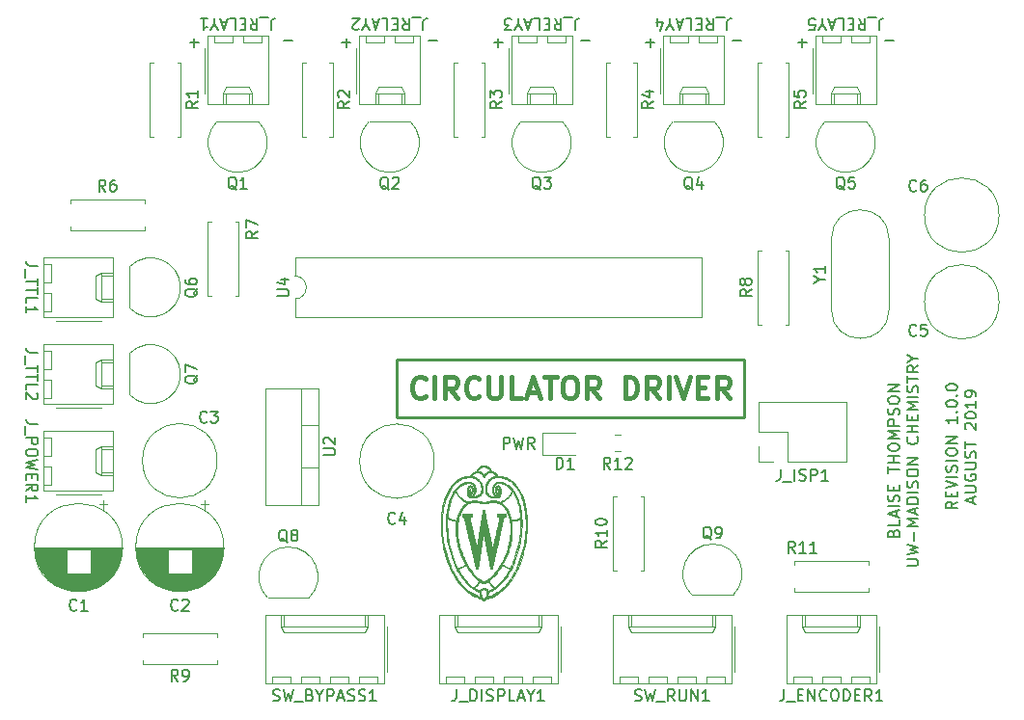
<source format=gbr>
G04 #@! TF.GenerationSoftware,KiCad,Pcbnew,5.1.2+dfsg1-1*
G04 #@! TF.CreationDate,2019-07-26T10:31:36-05:00*
G04 #@! TF.ProjectId,PCB,5043422e-6b69-4636-9164-5f7063625858,0.0.0*
G04 #@! TF.SameCoordinates,Original*
G04 #@! TF.FileFunction,Legend,Top*
G04 #@! TF.FilePolarity,Positive*
%FSLAX46Y46*%
G04 Gerber Fmt 4.6, Leading zero omitted, Abs format (unit mm)*
G04 Created by KiCad (PCBNEW 5.1.2+dfsg1-1) date 2019-07-26 10:31:36*
%MOMM*%
%LPD*%
G04 APERTURE LIST*
%ADD10C,0.150000*%
%ADD11C,0.254000*%
%ADD12C,0.381000*%
%ADD13C,0.120000*%
%ADD14C,0.010000*%
G04 APERTURE END LIST*
D10*
X138874666Y-109418380D02*
X138874666Y-108418380D01*
X139255619Y-108418380D01*
X139350857Y-108466000D01*
X139398476Y-108513619D01*
X139446095Y-108608857D01*
X139446095Y-108751714D01*
X139398476Y-108846952D01*
X139350857Y-108894571D01*
X139255619Y-108942190D01*
X138874666Y-108942190D01*
X139779428Y-108418380D02*
X140017523Y-109418380D01*
X140208000Y-108704095D01*
X140398476Y-109418380D01*
X140636571Y-108418380D01*
X141588952Y-109418380D02*
X141255619Y-108942190D01*
X141017523Y-109418380D02*
X141017523Y-108418380D01*
X141398476Y-108418380D01*
X141493714Y-108466000D01*
X141541333Y-108513619D01*
X141588952Y-108608857D01*
X141588952Y-108751714D01*
X141541333Y-108846952D01*
X141493714Y-108894571D01*
X141398476Y-108942190D01*
X141017523Y-108942190D01*
D11*
X160020000Y-106680000D02*
X129540000Y-106680000D01*
X160020000Y-101600000D02*
X160020000Y-106680000D01*
X129540000Y-101600000D02*
X160020000Y-101600000D01*
X129540000Y-106680000D02*
X129540000Y-101600000D01*
D10*
X173100952Y-73588571D02*
X172339047Y-73588571D01*
X159765952Y-73588571D02*
X159004047Y-73588571D01*
X146430952Y-73588571D02*
X145669047Y-73588571D01*
X133095952Y-73588571D02*
X132334047Y-73588571D01*
X120395952Y-73588571D02*
X119634047Y-73588571D01*
X164719047Y-73731428D02*
X165480952Y-73731428D01*
X165100000Y-74112380D02*
X165100000Y-73350476D01*
X151384047Y-73731428D02*
X152145952Y-73731428D01*
X151765000Y-74112380D02*
X151765000Y-73350476D01*
X138049047Y-73731428D02*
X138810952Y-73731428D01*
X138430000Y-74112380D02*
X138430000Y-73350476D01*
X124714047Y-73731428D02*
X125475952Y-73731428D01*
X125095000Y-74112380D02*
X125095000Y-73350476D01*
X111379047Y-73731428D02*
X112140952Y-73731428D01*
X111760000Y-74112380D02*
X111760000Y-73350476D01*
X178697380Y-114077142D02*
X178221190Y-114410476D01*
X178697380Y-114648571D02*
X177697380Y-114648571D01*
X177697380Y-114267619D01*
X177745000Y-114172380D01*
X177792619Y-114124761D01*
X177887857Y-114077142D01*
X178030714Y-114077142D01*
X178125952Y-114124761D01*
X178173571Y-114172380D01*
X178221190Y-114267619D01*
X178221190Y-114648571D01*
X178173571Y-113648571D02*
X178173571Y-113315238D01*
X178697380Y-113172380D02*
X178697380Y-113648571D01*
X177697380Y-113648571D01*
X177697380Y-113172380D01*
X177697380Y-112886666D02*
X178697380Y-112553333D01*
X177697380Y-112220000D01*
X178697380Y-111886666D02*
X177697380Y-111886666D01*
X178649761Y-111458095D02*
X178697380Y-111315238D01*
X178697380Y-111077142D01*
X178649761Y-110981904D01*
X178602142Y-110934285D01*
X178506904Y-110886666D01*
X178411666Y-110886666D01*
X178316428Y-110934285D01*
X178268809Y-110981904D01*
X178221190Y-111077142D01*
X178173571Y-111267619D01*
X178125952Y-111362857D01*
X178078333Y-111410476D01*
X177983095Y-111458095D01*
X177887857Y-111458095D01*
X177792619Y-111410476D01*
X177745000Y-111362857D01*
X177697380Y-111267619D01*
X177697380Y-111029523D01*
X177745000Y-110886666D01*
X178697380Y-110458095D02*
X177697380Y-110458095D01*
X177697380Y-109791428D02*
X177697380Y-109600952D01*
X177745000Y-109505714D01*
X177840238Y-109410476D01*
X178030714Y-109362857D01*
X178364047Y-109362857D01*
X178554523Y-109410476D01*
X178649761Y-109505714D01*
X178697380Y-109600952D01*
X178697380Y-109791428D01*
X178649761Y-109886666D01*
X178554523Y-109981904D01*
X178364047Y-110029523D01*
X178030714Y-110029523D01*
X177840238Y-109981904D01*
X177745000Y-109886666D01*
X177697380Y-109791428D01*
X178697380Y-108934285D02*
X177697380Y-108934285D01*
X178697380Y-108362857D01*
X177697380Y-108362857D01*
X178697380Y-106600952D02*
X178697380Y-107172380D01*
X178697380Y-106886666D02*
X177697380Y-106886666D01*
X177840238Y-106981904D01*
X177935476Y-107077142D01*
X177983095Y-107172380D01*
X178602142Y-106172380D02*
X178649761Y-106124761D01*
X178697380Y-106172380D01*
X178649761Y-106220000D01*
X178602142Y-106172380D01*
X178697380Y-106172380D01*
X177697380Y-105505714D02*
X177697380Y-105410476D01*
X177745000Y-105315238D01*
X177792619Y-105267619D01*
X177887857Y-105220000D01*
X178078333Y-105172380D01*
X178316428Y-105172380D01*
X178506904Y-105220000D01*
X178602142Y-105267619D01*
X178649761Y-105315238D01*
X178697380Y-105410476D01*
X178697380Y-105505714D01*
X178649761Y-105600952D01*
X178602142Y-105648571D01*
X178506904Y-105696190D01*
X178316428Y-105743809D01*
X178078333Y-105743809D01*
X177887857Y-105696190D01*
X177792619Y-105648571D01*
X177745000Y-105600952D01*
X177697380Y-105505714D01*
X178602142Y-104743809D02*
X178649761Y-104696190D01*
X178697380Y-104743809D01*
X178649761Y-104791428D01*
X178602142Y-104743809D01*
X178697380Y-104743809D01*
X177697380Y-104077142D02*
X177697380Y-103981904D01*
X177745000Y-103886666D01*
X177792619Y-103839047D01*
X177887857Y-103791428D01*
X178078333Y-103743809D01*
X178316428Y-103743809D01*
X178506904Y-103791428D01*
X178602142Y-103839047D01*
X178649761Y-103886666D01*
X178697380Y-103981904D01*
X178697380Y-104077142D01*
X178649761Y-104172380D01*
X178602142Y-104220000D01*
X178506904Y-104267619D01*
X178316428Y-104315238D01*
X178078333Y-104315238D01*
X177887857Y-104267619D01*
X177792619Y-104220000D01*
X177745000Y-104172380D01*
X177697380Y-104077142D01*
X180061666Y-114148571D02*
X180061666Y-113672380D01*
X180347380Y-114243809D02*
X179347380Y-113910476D01*
X180347380Y-113577142D01*
X179347380Y-113243809D02*
X180156904Y-113243809D01*
X180252142Y-113196190D01*
X180299761Y-113148571D01*
X180347380Y-113053333D01*
X180347380Y-112862857D01*
X180299761Y-112767619D01*
X180252142Y-112720000D01*
X180156904Y-112672380D01*
X179347380Y-112672380D01*
X179395000Y-111672380D02*
X179347380Y-111767619D01*
X179347380Y-111910476D01*
X179395000Y-112053333D01*
X179490238Y-112148571D01*
X179585476Y-112196190D01*
X179775952Y-112243809D01*
X179918809Y-112243809D01*
X180109285Y-112196190D01*
X180204523Y-112148571D01*
X180299761Y-112053333D01*
X180347380Y-111910476D01*
X180347380Y-111815238D01*
X180299761Y-111672380D01*
X180252142Y-111624761D01*
X179918809Y-111624761D01*
X179918809Y-111815238D01*
X179347380Y-111196190D02*
X180156904Y-111196190D01*
X180252142Y-111148571D01*
X180299761Y-111100952D01*
X180347380Y-111005714D01*
X180347380Y-110815238D01*
X180299761Y-110720000D01*
X180252142Y-110672380D01*
X180156904Y-110624761D01*
X179347380Y-110624761D01*
X180299761Y-110196190D02*
X180347380Y-110053333D01*
X180347380Y-109815238D01*
X180299761Y-109720000D01*
X180252142Y-109672380D01*
X180156904Y-109624761D01*
X180061666Y-109624761D01*
X179966428Y-109672380D01*
X179918809Y-109720000D01*
X179871190Y-109815238D01*
X179823571Y-110005714D01*
X179775952Y-110100952D01*
X179728333Y-110148571D01*
X179633095Y-110196190D01*
X179537857Y-110196190D01*
X179442619Y-110148571D01*
X179395000Y-110100952D01*
X179347380Y-110005714D01*
X179347380Y-109767619D01*
X179395000Y-109624761D01*
X179347380Y-109339047D02*
X179347380Y-108767619D01*
X180347380Y-109053333D02*
X179347380Y-109053333D01*
X179442619Y-107720000D02*
X179395000Y-107672380D01*
X179347380Y-107577142D01*
X179347380Y-107339047D01*
X179395000Y-107243809D01*
X179442619Y-107196190D01*
X179537857Y-107148571D01*
X179633095Y-107148571D01*
X179775952Y-107196190D01*
X180347380Y-107767619D01*
X180347380Y-107148571D01*
X179347380Y-106529523D02*
X179347380Y-106434285D01*
X179395000Y-106339047D01*
X179442619Y-106291428D01*
X179537857Y-106243809D01*
X179728333Y-106196190D01*
X179966428Y-106196190D01*
X180156904Y-106243809D01*
X180252142Y-106291428D01*
X180299761Y-106339047D01*
X180347380Y-106434285D01*
X180347380Y-106529523D01*
X180299761Y-106624761D01*
X180252142Y-106672380D01*
X180156904Y-106720000D01*
X179966428Y-106767619D01*
X179728333Y-106767619D01*
X179537857Y-106720000D01*
X179442619Y-106672380D01*
X179395000Y-106624761D01*
X179347380Y-106529523D01*
X180347380Y-105243809D02*
X180347380Y-105815238D01*
X180347380Y-105529523D02*
X179347380Y-105529523D01*
X179490238Y-105624761D01*
X179585476Y-105720000D01*
X179633095Y-105815238D01*
X180347380Y-104767619D02*
X180347380Y-104577142D01*
X180299761Y-104481904D01*
X180252142Y-104434285D01*
X180109285Y-104339047D01*
X179918809Y-104291428D01*
X179537857Y-104291428D01*
X179442619Y-104339047D01*
X179395000Y-104386666D01*
X179347380Y-104481904D01*
X179347380Y-104672380D01*
X179395000Y-104767619D01*
X179442619Y-104815238D01*
X179537857Y-104862857D01*
X179775952Y-104862857D01*
X179871190Y-104815238D01*
X179918809Y-104767619D01*
X179966428Y-104672380D01*
X179966428Y-104481904D01*
X179918809Y-104386666D01*
X179871190Y-104339047D01*
X179775952Y-104291428D01*
X173093571Y-116823333D02*
X173141190Y-116680476D01*
X173188809Y-116632857D01*
X173284047Y-116585238D01*
X173426904Y-116585238D01*
X173522142Y-116632857D01*
X173569761Y-116680476D01*
X173617380Y-116775714D01*
X173617380Y-117156666D01*
X172617380Y-117156666D01*
X172617380Y-116823333D01*
X172665000Y-116728095D01*
X172712619Y-116680476D01*
X172807857Y-116632857D01*
X172903095Y-116632857D01*
X172998333Y-116680476D01*
X173045952Y-116728095D01*
X173093571Y-116823333D01*
X173093571Y-117156666D01*
X173617380Y-115680476D02*
X173617380Y-116156666D01*
X172617380Y-116156666D01*
X173331666Y-115394761D02*
X173331666Y-114918571D01*
X173617380Y-115490000D02*
X172617380Y-115156666D01*
X173617380Y-114823333D01*
X173617380Y-114490000D02*
X172617380Y-114490000D01*
X173569761Y-114061428D02*
X173617380Y-113918571D01*
X173617380Y-113680476D01*
X173569761Y-113585238D01*
X173522142Y-113537619D01*
X173426904Y-113490000D01*
X173331666Y-113490000D01*
X173236428Y-113537619D01*
X173188809Y-113585238D01*
X173141190Y-113680476D01*
X173093571Y-113870952D01*
X173045952Y-113966190D01*
X172998333Y-114013809D01*
X172903095Y-114061428D01*
X172807857Y-114061428D01*
X172712619Y-114013809D01*
X172665000Y-113966190D01*
X172617380Y-113870952D01*
X172617380Y-113632857D01*
X172665000Y-113490000D01*
X173093571Y-113061428D02*
X173093571Y-112728095D01*
X173617380Y-112585238D02*
X173617380Y-113061428D01*
X172617380Y-113061428D01*
X172617380Y-112585238D01*
X172617380Y-111537619D02*
X172617380Y-110966190D01*
X173617380Y-111251904D02*
X172617380Y-111251904D01*
X173617380Y-110632857D02*
X172617380Y-110632857D01*
X173093571Y-110632857D02*
X173093571Y-110061428D01*
X173617380Y-110061428D02*
X172617380Y-110061428D01*
X172617380Y-109394761D02*
X172617380Y-109204285D01*
X172665000Y-109109047D01*
X172760238Y-109013809D01*
X172950714Y-108966190D01*
X173284047Y-108966190D01*
X173474523Y-109013809D01*
X173569761Y-109109047D01*
X173617380Y-109204285D01*
X173617380Y-109394761D01*
X173569761Y-109490000D01*
X173474523Y-109585238D01*
X173284047Y-109632857D01*
X172950714Y-109632857D01*
X172760238Y-109585238D01*
X172665000Y-109490000D01*
X172617380Y-109394761D01*
X173617380Y-108537619D02*
X172617380Y-108537619D01*
X173331666Y-108204285D01*
X172617380Y-107870952D01*
X173617380Y-107870952D01*
X173617380Y-107394761D02*
X172617380Y-107394761D01*
X172617380Y-107013809D01*
X172665000Y-106918571D01*
X172712619Y-106870952D01*
X172807857Y-106823333D01*
X172950714Y-106823333D01*
X173045952Y-106870952D01*
X173093571Y-106918571D01*
X173141190Y-107013809D01*
X173141190Y-107394761D01*
X173569761Y-106442380D02*
X173617380Y-106299523D01*
X173617380Y-106061428D01*
X173569761Y-105966190D01*
X173522142Y-105918571D01*
X173426904Y-105870952D01*
X173331666Y-105870952D01*
X173236428Y-105918571D01*
X173188809Y-105966190D01*
X173141190Y-106061428D01*
X173093571Y-106251904D01*
X173045952Y-106347142D01*
X172998333Y-106394761D01*
X172903095Y-106442380D01*
X172807857Y-106442380D01*
X172712619Y-106394761D01*
X172665000Y-106347142D01*
X172617380Y-106251904D01*
X172617380Y-106013809D01*
X172665000Y-105870952D01*
X172617380Y-105251904D02*
X172617380Y-105061428D01*
X172665000Y-104966190D01*
X172760238Y-104870952D01*
X172950714Y-104823333D01*
X173284047Y-104823333D01*
X173474523Y-104870952D01*
X173569761Y-104966190D01*
X173617380Y-105061428D01*
X173617380Y-105251904D01*
X173569761Y-105347142D01*
X173474523Y-105442380D01*
X173284047Y-105490000D01*
X172950714Y-105490000D01*
X172760238Y-105442380D01*
X172665000Y-105347142D01*
X172617380Y-105251904D01*
X173617380Y-104394761D02*
X172617380Y-104394761D01*
X173617380Y-103823333D01*
X172617380Y-103823333D01*
X174267380Y-119680476D02*
X175076904Y-119680476D01*
X175172142Y-119632857D01*
X175219761Y-119585238D01*
X175267380Y-119490000D01*
X175267380Y-119299523D01*
X175219761Y-119204285D01*
X175172142Y-119156666D01*
X175076904Y-119109047D01*
X174267380Y-119109047D01*
X174267380Y-118728095D02*
X175267380Y-118490000D01*
X174553095Y-118299523D01*
X175267380Y-118109047D01*
X174267380Y-117870952D01*
X174886428Y-117490000D02*
X174886428Y-116728095D01*
X175267380Y-116251904D02*
X174267380Y-116251904D01*
X174981666Y-115918571D01*
X174267380Y-115585238D01*
X175267380Y-115585238D01*
X174981666Y-115156666D02*
X174981666Y-114680476D01*
X175267380Y-115251904D02*
X174267380Y-114918571D01*
X175267380Y-114585238D01*
X175267380Y-114251904D02*
X174267380Y-114251904D01*
X174267380Y-114013809D01*
X174315000Y-113870952D01*
X174410238Y-113775714D01*
X174505476Y-113728095D01*
X174695952Y-113680476D01*
X174838809Y-113680476D01*
X175029285Y-113728095D01*
X175124523Y-113775714D01*
X175219761Y-113870952D01*
X175267380Y-114013809D01*
X175267380Y-114251904D01*
X175267380Y-113251904D02*
X174267380Y-113251904D01*
X175219761Y-112823333D02*
X175267380Y-112680476D01*
X175267380Y-112442380D01*
X175219761Y-112347142D01*
X175172142Y-112299523D01*
X175076904Y-112251904D01*
X174981666Y-112251904D01*
X174886428Y-112299523D01*
X174838809Y-112347142D01*
X174791190Y-112442380D01*
X174743571Y-112632857D01*
X174695952Y-112728095D01*
X174648333Y-112775714D01*
X174553095Y-112823333D01*
X174457857Y-112823333D01*
X174362619Y-112775714D01*
X174315000Y-112728095D01*
X174267380Y-112632857D01*
X174267380Y-112394761D01*
X174315000Y-112251904D01*
X174267380Y-111632857D02*
X174267380Y-111442380D01*
X174315000Y-111347142D01*
X174410238Y-111251904D01*
X174600714Y-111204285D01*
X174934047Y-111204285D01*
X175124523Y-111251904D01*
X175219761Y-111347142D01*
X175267380Y-111442380D01*
X175267380Y-111632857D01*
X175219761Y-111728095D01*
X175124523Y-111823333D01*
X174934047Y-111870952D01*
X174600714Y-111870952D01*
X174410238Y-111823333D01*
X174315000Y-111728095D01*
X174267380Y-111632857D01*
X175267380Y-110775714D02*
X174267380Y-110775714D01*
X175267380Y-110204285D01*
X174267380Y-110204285D01*
X175172142Y-108394761D02*
X175219761Y-108442380D01*
X175267380Y-108585238D01*
X175267380Y-108680476D01*
X175219761Y-108823333D01*
X175124523Y-108918571D01*
X175029285Y-108966190D01*
X174838809Y-109013809D01*
X174695952Y-109013809D01*
X174505476Y-108966190D01*
X174410238Y-108918571D01*
X174315000Y-108823333D01*
X174267380Y-108680476D01*
X174267380Y-108585238D01*
X174315000Y-108442380D01*
X174362619Y-108394761D01*
X175267380Y-107966190D02*
X174267380Y-107966190D01*
X174743571Y-107966190D02*
X174743571Y-107394761D01*
X175267380Y-107394761D02*
X174267380Y-107394761D01*
X174743571Y-106918571D02*
X174743571Y-106585238D01*
X175267380Y-106442380D02*
X175267380Y-106918571D01*
X174267380Y-106918571D01*
X174267380Y-106442380D01*
X175267380Y-106013809D02*
X174267380Y-106013809D01*
X174981666Y-105680476D01*
X174267380Y-105347142D01*
X175267380Y-105347142D01*
X175267380Y-104870952D02*
X174267380Y-104870952D01*
X175219761Y-104442380D02*
X175267380Y-104299523D01*
X175267380Y-104061428D01*
X175219761Y-103966190D01*
X175172142Y-103918571D01*
X175076904Y-103870952D01*
X174981666Y-103870952D01*
X174886428Y-103918571D01*
X174838809Y-103966190D01*
X174791190Y-104061428D01*
X174743571Y-104251904D01*
X174695952Y-104347142D01*
X174648333Y-104394761D01*
X174553095Y-104442380D01*
X174457857Y-104442380D01*
X174362619Y-104394761D01*
X174315000Y-104347142D01*
X174267380Y-104251904D01*
X174267380Y-104013809D01*
X174315000Y-103870952D01*
X174267380Y-103585238D02*
X174267380Y-103013809D01*
X175267380Y-103299523D02*
X174267380Y-103299523D01*
X175267380Y-102109047D02*
X174791190Y-102442380D01*
X175267380Y-102680476D02*
X174267380Y-102680476D01*
X174267380Y-102299523D01*
X174315000Y-102204285D01*
X174362619Y-102156666D01*
X174457857Y-102109047D01*
X174600714Y-102109047D01*
X174695952Y-102156666D01*
X174743571Y-102204285D01*
X174791190Y-102299523D01*
X174791190Y-102680476D01*
X174791190Y-101490000D02*
X175267380Y-101490000D01*
X174267380Y-101823333D02*
X174791190Y-101490000D01*
X174267380Y-101156666D01*
D12*
X132034642Y-104820357D02*
X131943928Y-104911071D01*
X131671785Y-105001785D01*
X131490357Y-105001785D01*
X131218214Y-104911071D01*
X131036785Y-104729642D01*
X130946071Y-104548214D01*
X130855357Y-104185357D01*
X130855357Y-103913214D01*
X130946071Y-103550357D01*
X131036785Y-103368928D01*
X131218214Y-103187500D01*
X131490357Y-103096785D01*
X131671785Y-103096785D01*
X131943928Y-103187500D01*
X132034642Y-103278214D01*
X132851071Y-105001785D02*
X132851071Y-103096785D01*
X134846785Y-105001785D02*
X134211785Y-104094642D01*
X133758214Y-105001785D02*
X133758214Y-103096785D01*
X134483928Y-103096785D01*
X134665357Y-103187500D01*
X134756071Y-103278214D01*
X134846785Y-103459642D01*
X134846785Y-103731785D01*
X134756071Y-103913214D01*
X134665357Y-104003928D01*
X134483928Y-104094642D01*
X133758214Y-104094642D01*
X136751785Y-104820357D02*
X136661071Y-104911071D01*
X136388928Y-105001785D01*
X136207500Y-105001785D01*
X135935357Y-104911071D01*
X135753928Y-104729642D01*
X135663214Y-104548214D01*
X135572500Y-104185357D01*
X135572500Y-103913214D01*
X135663214Y-103550357D01*
X135753928Y-103368928D01*
X135935357Y-103187500D01*
X136207500Y-103096785D01*
X136388928Y-103096785D01*
X136661071Y-103187500D01*
X136751785Y-103278214D01*
X137568214Y-103096785D02*
X137568214Y-104638928D01*
X137658928Y-104820357D01*
X137749642Y-104911071D01*
X137931071Y-105001785D01*
X138293928Y-105001785D01*
X138475357Y-104911071D01*
X138566071Y-104820357D01*
X138656785Y-104638928D01*
X138656785Y-103096785D01*
X140471071Y-105001785D02*
X139563928Y-105001785D01*
X139563928Y-103096785D01*
X141015357Y-104457500D02*
X141922500Y-104457500D01*
X140833928Y-105001785D02*
X141468928Y-103096785D01*
X142103928Y-105001785D01*
X142466785Y-103096785D02*
X143555357Y-103096785D01*
X143011071Y-105001785D02*
X143011071Y-103096785D01*
X144553214Y-103096785D02*
X144916071Y-103096785D01*
X145097500Y-103187500D01*
X145278928Y-103368928D01*
X145369642Y-103731785D01*
X145369642Y-104366785D01*
X145278928Y-104729642D01*
X145097500Y-104911071D01*
X144916071Y-105001785D01*
X144553214Y-105001785D01*
X144371785Y-104911071D01*
X144190357Y-104729642D01*
X144099642Y-104366785D01*
X144099642Y-103731785D01*
X144190357Y-103368928D01*
X144371785Y-103187500D01*
X144553214Y-103096785D01*
X147274642Y-105001785D02*
X146639642Y-104094642D01*
X146186071Y-105001785D02*
X146186071Y-103096785D01*
X146911785Y-103096785D01*
X147093214Y-103187500D01*
X147183928Y-103278214D01*
X147274642Y-103459642D01*
X147274642Y-103731785D01*
X147183928Y-103913214D01*
X147093214Y-104003928D01*
X146911785Y-104094642D01*
X146186071Y-104094642D01*
X149542500Y-105001785D02*
X149542500Y-103096785D01*
X149996071Y-103096785D01*
X150268214Y-103187500D01*
X150449642Y-103368928D01*
X150540357Y-103550357D01*
X150631071Y-103913214D01*
X150631071Y-104185357D01*
X150540357Y-104548214D01*
X150449642Y-104729642D01*
X150268214Y-104911071D01*
X149996071Y-105001785D01*
X149542500Y-105001785D01*
X152536071Y-105001785D02*
X151901071Y-104094642D01*
X151447500Y-105001785D02*
X151447500Y-103096785D01*
X152173214Y-103096785D01*
X152354642Y-103187500D01*
X152445357Y-103278214D01*
X152536071Y-103459642D01*
X152536071Y-103731785D01*
X152445357Y-103913214D01*
X152354642Y-104003928D01*
X152173214Y-104094642D01*
X151447500Y-104094642D01*
X153352500Y-105001785D02*
X153352500Y-103096785D01*
X153987500Y-103096785D02*
X154622500Y-105001785D01*
X155257500Y-103096785D01*
X155892500Y-104003928D02*
X156527500Y-104003928D01*
X156799642Y-105001785D02*
X155892500Y-105001785D01*
X155892500Y-103096785D01*
X156799642Y-103096785D01*
X158704642Y-105001785D02*
X158069642Y-104094642D01*
X157616071Y-105001785D02*
X157616071Y-103096785D01*
X158341785Y-103096785D01*
X158523214Y-103187500D01*
X158613928Y-103278214D01*
X158704642Y-103459642D01*
X158704642Y-103731785D01*
X158613928Y-103913214D01*
X158523214Y-104003928D01*
X158341785Y-104094642D01*
X157616071Y-104094642D01*
D13*
X159064478Y-122234478D02*
G75*
G03X157226000Y-117796000I-1838478J1838478D01*
G01*
X155387522Y-122234478D02*
G75*
G02X157226000Y-117796000I1838478J1838478D01*
G01*
X155426000Y-122246000D02*
X159026000Y-122246000D01*
D14*
G36*
X137150497Y-114787841D02*
G01*
X137167933Y-114788488D01*
X137178683Y-114789868D01*
X137184481Y-114792227D01*
X137187064Y-114795810D01*
X137187312Y-114796570D01*
X137188537Y-114802166D01*
X137191761Y-114817346D01*
X137196909Y-114841744D01*
X137203904Y-114874999D01*
X137212670Y-114916746D01*
X137223132Y-114966623D01*
X137235213Y-115024267D01*
X137248838Y-115089314D01*
X137263930Y-115161400D01*
X137280413Y-115240164D01*
X137298212Y-115325240D01*
X137317251Y-115416267D01*
X137337452Y-115512881D01*
X137358742Y-115614719D01*
X137381043Y-115721417D01*
X137404279Y-115832613D01*
X137428375Y-115947942D01*
X137453255Y-116067043D01*
X137478842Y-116189551D01*
X137505061Y-116315103D01*
X137531835Y-116443336D01*
X137543589Y-116499640D01*
X137570596Y-116628994D01*
X137597087Y-116755858D01*
X137622985Y-116879867D01*
X137648216Y-117000656D01*
X137672702Y-117117860D01*
X137696367Y-117231114D01*
X137719134Y-117340053D01*
X137740927Y-117444311D01*
X137761671Y-117543524D01*
X137781288Y-117637327D01*
X137799702Y-117725354D01*
X137816836Y-117807241D01*
X137832615Y-117882622D01*
X137846963Y-117951133D01*
X137859801Y-118012408D01*
X137871055Y-118066083D01*
X137880648Y-118111792D01*
X137888504Y-118149170D01*
X137894545Y-118177853D01*
X137898697Y-118197475D01*
X137900882Y-118207671D01*
X137901196Y-118209060D01*
X137903609Y-118217405D01*
X137905499Y-118218620D01*
X137907792Y-118211715D01*
X137910710Y-118198900D01*
X137912330Y-118191781D01*
X137916140Y-118175185D01*
X137922042Y-118149532D01*
X137929940Y-118115243D01*
X137939736Y-118072740D01*
X137951332Y-118022445D01*
X137964633Y-117964777D01*
X137979540Y-117900160D01*
X137995956Y-117829013D01*
X138013785Y-117751758D01*
X138032928Y-117668816D01*
X138053289Y-117580609D01*
X138074770Y-117487558D01*
X138097275Y-117390084D01*
X138120706Y-117288609D01*
X138144965Y-117183553D01*
X138169956Y-117075338D01*
X138195582Y-116964385D01*
X138214338Y-116883180D01*
X138245751Y-116747185D01*
X138274958Y-116620732D01*
X138302035Y-116503458D01*
X138327057Y-116395005D01*
X138350100Y-116295012D01*
X138371241Y-116203119D01*
X138390555Y-116118966D01*
X138408118Y-116042193D01*
X138424006Y-115972440D01*
X138438294Y-115909347D01*
X138451060Y-115852553D01*
X138462378Y-115801700D01*
X138472324Y-115756426D01*
X138480974Y-115716371D01*
X138488405Y-115681177D01*
X138494692Y-115650482D01*
X138499911Y-115623926D01*
X138504137Y-115601150D01*
X138507448Y-115581793D01*
X138509918Y-115565495D01*
X138511623Y-115551897D01*
X138512640Y-115540638D01*
X138513043Y-115531357D01*
X138512910Y-115523697D01*
X138512316Y-115517295D01*
X138511337Y-115511792D01*
X138510049Y-115506828D01*
X138508527Y-115502042D01*
X138506847Y-115497076D01*
X138506602Y-115496340D01*
X138491641Y-115465657D01*
X138469555Y-115442180D01*
X138440449Y-115425972D01*
X138404424Y-115417098D01*
X138376660Y-115415288D01*
X138353898Y-115415678D01*
X138332022Y-115416919D01*
X138315471Y-115418751D01*
X138314430Y-115418930D01*
X138292840Y-115422800D01*
X138292840Y-115168680D01*
X139054840Y-115168680D01*
X139054840Y-115296950D01*
X139054841Y-115425220D01*
X139002770Y-115425220D01*
X138978094Y-115425485D01*
X138960598Y-115426633D01*
X138947312Y-115429190D01*
X138935263Y-115433683D01*
X138924345Y-115439115D01*
X138895022Y-115460058D01*
X138872361Y-115488573D01*
X138867445Y-115497409D01*
X138865974Y-115503070D01*
X138862384Y-115518337D01*
X138856745Y-115542894D01*
X138849126Y-115576426D01*
X138839599Y-115618618D01*
X138828233Y-115669154D01*
X138815099Y-115727719D01*
X138800267Y-115793997D01*
X138783807Y-115867673D01*
X138765788Y-115948432D01*
X138746282Y-116035958D01*
X138725359Y-116129936D01*
X138703088Y-116230050D01*
X138679540Y-116335985D01*
X138654785Y-116447426D01*
X138628893Y-116564056D01*
X138601935Y-116685562D01*
X138573980Y-116811626D01*
X138545099Y-116941935D01*
X138515362Y-117076172D01*
X138484838Y-117214022D01*
X138453599Y-117355170D01*
X138421715Y-117499300D01*
X138389255Y-117646096D01*
X138369009Y-117737689D01*
X138336237Y-117885968D01*
X138304011Y-118031776D01*
X138272400Y-118174797D01*
X138241474Y-118314715D01*
X138211303Y-118451215D01*
X138181956Y-118583982D01*
X138153504Y-118712700D01*
X138126016Y-118837055D01*
X138099561Y-118956729D01*
X138074210Y-119071409D01*
X138050032Y-119180779D01*
X138027097Y-119284522D01*
X138005475Y-119382325D01*
X137985235Y-119473871D01*
X137966447Y-119558845D01*
X137949181Y-119636931D01*
X137933507Y-119707815D01*
X137919494Y-119771180D01*
X137907212Y-119826712D01*
X137896730Y-119874094D01*
X137888120Y-119913012D01*
X137881449Y-119943150D01*
X137876789Y-119964193D01*
X137874208Y-119975825D01*
X137873684Y-119978170D01*
X137872204Y-119982781D01*
X137869192Y-119985949D01*
X137862978Y-119987944D01*
X137851893Y-119989036D01*
X137834265Y-119989498D01*
X137808425Y-119989599D01*
X137803218Y-119989600D01*
X137735430Y-119989600D01*
X137727226Y-119947690D01*
X137725605Y-119939376D01*
X137722123Y-119921482D01*
X137716855Y-119894402D01*
X137709879Y-119858527D01*
X137701269Y-119814253D01*
X137691104Y-119761971D01*
X137679459Y-119702075D01*
X137666411Y-119634958D01*
X137652036Y-119561014D01*
X137636411Y-119480636D01*
X137619612Y-119394217D01*
X137601716Y-119302150D01*
X137582799Y-119204828D01*
X137562937Y-119102646D01*
X137542207Y-118995995D01*
X137520685Y-118885269D01*
X137498448Y-118770862D01*
X137475573Y-118653167D01*
X137452135Y-118532577D01*
X137428211Y-118409485D01*
X137418903Y-118361596D01*
X137394903Y-118238128D01*
X137371395Y-118117246D01*
X137348456Y-117999330D01*
X137326159Y-117884759D01*
X137304579Y-117773914D01*
X137283789Y-117667174D01*
X137263863Y-117564920D01*
X137244877Y-117467532D01*
X137226904Y-117375389D01*
X137210018Y-117288872D01*
X137194294Y-117208360D01*
X137179805Y-117134234D01*
X137166627Y-117066873D01*
X137154832Y-117006658D01*
X137144496Y-116953968D01*
X137135693Y-116909183D01*
X137128496Y-116872684D01*
X137122980Y-116844851D01*
X137119220Y-116826062D01*
X137117288Y-116816700D01*
X137117037Y-116815663D01*
X137116895Y-116815053D01*
X137116855Y-116813875D01*
X137116866Y-116812475D01*
X137116873Y-116811199D01*
X137116822Y-116810393D01*
X137116662Y-116810403D01*
X137116337Y-116811574D01*
X137115795Y-116814253D01*
X137114982Y-116818785D01*
X137113845Y-116825515D01*
X137112331Y-116834791D01*
X137110386Y-116846957D01*
X137107956Y-116862359D01*
X137104989Y-116881344D01*
X137101431Y-116904257D01*
X137097229Y-116931444D01*
X137092329Y-116963250D01*
X137086678Y-117000022D01*
X137080222Y-117042105D01*
X137072908Y-117089846D01*
X137064683Y-117143589D01*
X137055493Y-117203681D01*
X137045284Y-117270468D01*
X137034005Y-117344295D01*
X137021600Y-117425509D01*
X137008018Y-117514454D01*
X136993203Y-117611478D01*
X136977104Y-117716925D01*
X136959666Y-117831141D01*
X136940836Y-117954473D01*
X136920561Y-118087267D01*
X136905843Y-118183660D01*
X136887801Y-118301816D01*
X136869907Y-118418998D01*
X136852240Y-118534688D01*
X136834879Y-118648368D01*
X136817902Y-118759522D01*
X136801390Y-118867632D01*
X136785421Y-118972182D01*
X136770073Y-119072654D01*
X136755427Y-119168531D01*
X136741560Y-119259296D01*
X136728553Y-119344432D01*
X136716483Y-119423421D01*
X136705430Y-119495748D01*
X136695474Y-119560893D01*
X136686692Y-119618342D01*
X136679164Y-119667575D01*
X136672969Y-119708077D01*
X136668186Y-119739330D01*
X136666229Y-119752110D01*
X136629841Y-119989600D01*
X136479671Y-119989600D01*
X136474611Y-119970550D01*
X136473131Y-119964372D01*
X136469421Y-119948617D01*
X136463554Y-119923601D01*
X136455606Y-119889642D01*
X136445650Y-119847057D01*
X136433761Y-119796164D01*
X136420011Y-119737280D01*
X136404475Y-119670723D01*
X136387228Y-119596810D01*
X136368343Y-119515858D01*
X136347894Y-119428185D01*
X136325955Y-119334109D01*
X136302601Y-119233946D01*
X136277904Y-119128014D01*
X136251940Y-119016631D01*
X136224782Y-118900113D01*
X136196505Y-118778779D01*
X136167182Y-118652946D01*
X136136887Y-118522931D01*
X136105694Y-118389052D01*
X136073678Y-118251625D01*
X136040912Y-118110969D01*
X136007471Y-117967401D01*
X135973427Y-117821238D01*
X135956086Y-117746780D01*
X135921752Y-117599367D01*
X135887973Y-117454363D01*
X135854823Y-117312086D01*
X135822377Y-117172855D01*
X135790710Y-117036988D01*
X135759896Y-116904805D01*
X135730008Y-116776623D01*
X135701123Y-116652761D01*
X135673313Y-116533539D01*
X135646654Y-116419274D01*
X135621219Y-116310286D01*
X135597084Y-116206893D01*
X135574322Y-116109413D01*
X135553009Y-116018166D01*
X135533217Y-115933470D01*
X135515023Y-115855643D01*
X135498500Y-115785005D01*
X135483722Y-115721874D01*
X135470765Y-115666569D01*
X135459701Y-115619408D01*
X135450607Y-115580710D01*
X135443556Y-115550794D01*
X135438622Y-115529978D01*
X135435881Y-115518582D01*
X135435358Y-115516523D01*
X135421527Y-115485939D01*
X135399157Y-115459348D01*
X135369390Y-115437669D01*
X135333370Y-115421820D01*
X135309604Y-115415566D01*
X135277860Y-115409094D01*
X135275136Y-115168680D01*
X136123680Y-115168680D01*
X136123680Y-115412409D01*
X136078694Y-115409216D01*
X136056038Y-115407911D01*
X136040030Y-115408153D01*
X136027220Y-115410395D01*
X136014153Y-115415093D01*
X136005760Y-115418817D01*
X135978490Y-115435867D01*
X135957969Y-115459243D01*
X135943912Y-115489508D01*
X135936033Y-115527222D01*
X135934017Y-115559840D01*
X135934061Y-115564798D01*
X135934375Y-115570574D01*
X135935043Y-115577532D01*
X135936147Y-115586038D01*
X135937768Y-115596458D01*
X135939991Y-115609157D01*
X135942896Y-115624500D01*
X135946566Y-115642853D01*
X135951085Y-115664582D01*
X135956534Y-115690052D01*
X135962995Y-115719629D01*
X135970552Y-115753678D01*
X135979286Y-115792564D01*
X135989280Y-115836654D01*
X136000617Y-115886313D01*
X136013379Y-115941906D01*
X136027648Y-116003799D01*
X136043507Y-116072358D01*
X136061038Y-116147947D01*
X136080323Y-116230933D01*
X136101446Y-116321681D01*
X136124489Y-116420556D01*
X136149533Y-116527925D01*
X136176662Y-116644152D01*
X136205958Y-116769604D01*
X136231895Y-116880640D01*
X136258032Y-116992496D01*
X136283587Y-117101806D01*
X136308461Y-117208153D01*
X136332556Y-117311122D01*
X136355776Y-117410296D01*
X136378022Y-117505258D01*
X136399196Y-117595594D01*
X136419200Y-117680886D01*
X136437938Y-117760718D01*
X136455311Y-117834675D01*
X136471222Y-117902341D01*
X136485572Y-117963298D01*
X136498264Y-118017131D01*
X136509201Y-118063425D01*
X136518284Y-118101762D01*
X136525415Y-118131726D01*
X136530498Y-118152902D01*
X136533434Y-118164873D01*
X136534148Y-118167527D01*
X136535240Y-118163356D01*
X136537832Y-118149430D01*
X136541878Y-118126033D01*
X136547332Y-118093453D01*
X136554150Y-118051976D01*
X136562287Y-118001888D01*
X136571696Y-117943474D01*
X136582333Y-117877022D01*
X136594153Y-117802816D01*
X136607109Y-117721144D01*
X136621157Y-117632292D01*
X136636252Y-117536545D01*
X136652348Y-117434190D01*
X136669400Y-117325512D01*
X136687363Y-117210799D01*
X136706191Y-117090336D01*
X136725839Y-116964409D01*
X136746261Y-116833304D01*
X136767414Y-116697308D01*
X136789250Y-116556706D01*
X136796273Y-116511447D01*
X136816286Y-116382444D01*
X136835923Y-116255882D01*
X136855126Y-116132138D01*
X136873835Y-116011590D01*
X136891992Y-115894615D01*
X136909538Y-115781593D01*
X136926415Y-115672899D01*
X136942564Y-115568912D01*
X136957925Y-115470009D01*
X136972442Y-115376569D01*
X136986054Y-115288968D01*
X136998703Y-115207585D01*
X137010330Y-115132797D01*
X137020878Y-115064982D01*
X137030286Y-115004518D01*
X137038497Y-114951781D01*
X137045451Y-114907150D01*
X137051090Y-114871003D01*
X137055356Y-114843717D01*
X137058189Y-114825670D01*
X137059531Y-114817240D01*
X137059590Y-114816890D01*
X137064565Y-114787680D01*
X137124640Y-114787680D01*
X137150497Y-114787841D01*
X137150497Y-114787841D01*
G37*
X137150497Y-114787841D02*
X137167933Y-114788488D01*
X137178683Y-114789868D01*
X137184481Y-114792227D01*
X137187064Y-114795810D01*
X137187312Y-114796570D01*
X137188537Y-114802166D01*
X137191761Y-114817346D01*
X137196909Y-114841744D01*
X137203904Y-114874999D01*
X137212670Y-114916746D01*
X137223132Y-114966623D01*
X137235213Y-115024267D01*
X137248838Y-115089314D01*
X137263930Y-115161400D01*
X137280413Y-115240164D01*
X137298212Y-115325240D01*
X137317251Y-115416267D01*
X137337452Y-115512881D01*
X137358742Y-115614719D01*
X137381043Y-115721417D01*
X137404279Y-115832613D01*
X137428375Y-115947942D01*
X137453255Y-116067043D01*
X137478842Y-116189551D01*
X137505061Y-116315103D01*
X137531835Y-116443336D01*
X137543589Y-116499640D01*
X137570596Y-116628994D01*
X137597087Y-116755858D01*
X137622985Y-116879867D01*
X137648216Y-117000656D01*
X137672702Y-117117860D01*
X137696367Y-117231114D01*
X137719134Y-117340053D01*
X137740927Y-117444311D01*
X137761671Y-117543524D01*
X137781288Y-117637327D01*
X137799702Y-117725354D01*
X137816836Y-117807241D01*
X137832615Y-117882622D01*
X137846963Y-117951133D01*
X137859801Y-118012408D01*
X137871055Y-118066083D01*
X137880648Y-118111792D01*
X137888504Y-118149170D01*
X137894545Y-118177853D01*
X137898697Y-118197475D01*
X137900882Y-118207671D01*
X137901196Y-118209060D01*
X137903609Y-118217405D01*
X137905499Y-118218620D01*
X137907792Y-118211715D01*
X137910710Y-118198900D01*
X137912330Y-118191781D01*
X137916140Y-118175185D01*
X137922042Y-118149532D01*
X137929940Y-118115243D01*
X137939736Y-118072740D01*
X137951332Y-118022445D01*
X137964633Y-117964777D01*
X137979540Y-117900160D01*
X137995956Y-117829013D01*
X138013785Y-117751758D01*
X138032928Y-117668816D01*
X138053289Y-117580609D01*
X138074770Y-117487558D01*
X138097275Y-117390084D01*
X138120706Y-117288609D01*
X138144965Y-117183553D01*
X138169956Y-117075338D01*
X138195582Y-116964385D01*
X138214338Y-116883180D01*
X138245751Y-116747185D01*
X138274958Y-116620732D01*
X138302035Y-116503458D01*
X138327057Y-116395005D01*
X138350100Y-116295012D01*
X138371241Y-116203119D01*
X138390555Y-116118966D01*
X138408118Y-116042193D01*
X138424006Y-115972440D01*
X138438294Y-115909347D01*
X138451060Y-115852553D01*
X138462378Y-115801700D01*
X138472324Y-115756426D01*
X138480974Y-115716371D01*
X138488405Y-115681177D01*
X138494692Y-115650482D01*
X138499911Y-115623926D01*
X138504137Y-115601150D01*
X138507448Y-115581793D01*
X138509918Y-115565495D01*
X138511623Y-115551897D01*
X138512640Y-115540638D01*
X138513043Y-115531357D01*
X138512910Y-115523697D01*
X138512316Y-115517295D01*
X138511337Y-115511792D01*
X138510049Y-115506828D01*
X138508527Y-115502042D01*
X138506847Y-115497076D01*
X138506602Y-115496340D01*
X138491641Y-115465657D01*
X138469555Y-115442180D01*
X138440449Y-115425972D01*
X138404424Y-115417098D01*
X138376660Y-115415288D01*
X138353898Y-115415678D01*
X138332022Y-115416919D01*
X138315471Y-115418751D01*
X138314430Y-115418930D01*
X138292840Y-115422800D01*
X138292840Y-115168680D01*
X139054840Y-115168680D01*
X139054840Y-115296950D01*
X139054841Y-115425220D01*
X139002770Y-115425220D01*
X138978094Y-115425485D01*
X138960598Y-115426633D01*
X138947312Y-115429190D01*
X138935263Y-115433683D01*
X138924345Y-115439115D01*
X138895022Y-115460058D01*
X138872361Y-115488573D01*
X138867445Y-115497409D01*
X138865974Y-115503070D01*
X138862384Y-115518337D01*
X138856745Y-115542894D01*
X138849126Y-115576426D01*
X138839599Y-115618618D01*
X138828233Y-115669154D01*
X138815099Y-115727719D01*
X138800267Y-115793997D01*
X138783807Y-115867673D01*
X138765788Y-115948432D01*
X138746282Y-116035958D01*
X138725359Y-116129936D01*
X138703088Y-116230050D01*
X138679540Y-116335985D01*
X138654785Y-116447426D01*
X138628893Y-116564056D01*
X138601935Y-116685562D01*
X138573980Y-116811626D01*
X138545099Y-116941935D01*
X138515362Y-117076172D01*
X138484838Y-117214022D01*
X138453599Y-117355170D01*
X138421715Y-117499300D01*
X138389255Y-117646096D01*
X138369009Y-117737689D01*
X138336237Y-117885968D01*
X138304011Y-118031776D01*
X138272400Y-118174797D01*
X138241474Y-118314715D01*
X138211303Y-118451215D01*
X138181956Y-118583982D01*
X138153504Y-118712700D01*
X138126016Y-118837055D01*
X138099561Y-118956729D01*
X138074210Y-119071409D01*
X138050032Y-119180779D01*
X138027097Y-119284522D01*
X138005475Y-119382325D01*
X137985235Y-119473871D01*
X137966447Y-119558845D01*
X137949181Y-119636931D01*
X137933507Y-119707815D01*
X137919494Y-119771180D01*
X137907212Y-119826712D01*
X137896730Y-119874094D01*
X137888120Y-119913012D01*
X137881449Y-119943150D01*
X137876789Y-119964193D01*
X137874208Y-119975825D01*
X137873684Y-119978170D01*
X137872204Y-119982781D01*
X137869192Y-119985949D01*
X137862978Y-119987944D01*
X137851893Y-119989036D01*
X137834265Y-119989498D01*
X137808425Y-119989599D01*
X137803218Y-119989600D01*
X137735430Y-119989600D01*
X137727226Y-119947690D01*
X137725605Y-119939376D01*
X137722123Y-119921482D01*
X137716855Y-119894402D01*
X137709879Y-119858527D01*
X137701269Y-119814253D01*
X137691104Y-119761971D01*
X137679459Y-119702075D01*
X137666411Y-119634958D01*
X137652036Y-119561014D01*
X137636411Y-119480636D01*
X137619612Y-119394217D01*
X137601716Y-119302150D01*
X137582799Y-119204828D01*
X137562937Y-119102646D01*
X137542207Y-118995995D01*
X137520685Y-118885269D01*
X137498448Y-118770862D01*
X137475573Y-118653167D01*
X137452135Y-118532577D01*
X137428211Y-118409485D01*
X137418903Y-118361596D01*
X137394903Y-118238128D01*
X137371395Y-118117246D01*
X137348456Y-117999330D01*
X137326159Y-117884759D01*
X137304579Y-117773914D01*
X137283789Y-117667174D01*
X137263863Y-117564920D01*
X137244877Y-117467532D01*
X137226904Y-117375389D01*
X137210018Y-117288872D01*
X137194294Y-117208360D01*
X137179805Y-117134234D01*
X137166627Y-117066873D01*
X137154832Y-117006658D01*
X137144496Y-116953968D01*
X137135693Y-116909183D01*
X137128496Y-116872684D01*
X137122980Y-116844851D01*
X137119220Y-116826062D01*
X137117288Y-116816700D01*
X137117037Y-116815663D01*
X137116895Y-116815053D01*
X137116855Y-116813875D01*
X137116866Y-116812475D01*
X137116873Y-116811199D01*
X137116822Y-116810393D01*
X137116662Y-116810403D01*
X137116337Y-116811574D01*
X137115795Y-116814253D01*
X137114982Y-116818785D01*
X137113845Y-116825515D01*
X137112331Y-116834791D01*
X137110386Y-116846957D01*
X137107956Y-116862359D01*
X137104989Y-116881344D01*
X137101431Y-116904257D01*
X137097229Y-116931444D01*
X137092329Y-116963250D01*
X137086678Y-117000022D01*
X137080222Y-117042105D01*
X137072908Y-117089846D01*
X137064683Y-117143589D01*
X137055493Y-117203681D01*
X137045284Y-117270468D01*
X137034005Y-117344295D01*
X137021600Y-117425509D01*
X137008018Y-117514454D01*
X136993203Y-117611478D01*
X136977104Y-117716925D01*
X136959666Y-117831141D01*
X136940836Y-117954473D01*
X136920561Y-118087267D01*
X136905843Y-118183660D01*
X136887801Y-118301816D01*
X136869907Y-118418998D01*
X136852240Y-118534688D01*
X136834879Y-118648368D01*
X136817902Y-118759522D01*
X136801390Y-118867632D01*
X136785421Y-118972182D01*
X136770073Y-119072654D01*
X136755427Y-119168531D01*
X136741560Y-119259296D01*
X136728553Y-119344432D01*
X136716483Y-119423421D01*
X136705430Y-119495748D01*
X136695474Y-119560893D01*
X136686692Y-119618342D01*
X136679164Y-119667575D01*
X136672969Y-119708077D01*
X136668186Y-119739330D01*
X136666229Y-119752110D01*
X136629841Y-119989600D01*
X136479671Y-119989600D01*
X136474611Y-119970550D01*
X136473131Y-119964372D01*
X136469421Y-119948617D01*
X136463554Y-119923601D01*
X136455606Y-119889642D01*
X136445650Y-119847057D01*
X136433761Y-119796164D01*
X136420011Y-119737280D01*
X136404475Y-119670723D01*
X136387228Y-119596810D01*
X136368343Y-119515858D01*
X136347894Y-119428185D01*
X136325955Y-119334109D01*
X136302601Y-119233946D01*
X136277904Y-119128014D01*
X136251940Y-119016631D01*
X136224782Y-118900113D01*
X136196505Y-118778779D01*
X136167182Y-118652946D01*
X136136887Y-118522931D01*
X136105694Y-118389052D01*
X136073678Y-118251625D01*
X136040912Y-118110969D01*
X136007471Y-117967401D01*
X135973427Y-117821238D01*
X135956086Y-117746780D01*
X135921752Y-117599367D01*
X135887973Y-117454363D01*
X135854823Y-117312086D01*
X135822377Y-117172855D01*
X135790710Y-117036988D01*
X135759896Y-116904805D01*
X135730008Y-116776623D01*
X135701123Y-116652761D01*
X135673313Y-116533539D01*
X135646654Y-116419274D01*
X135621219Y-116310286D01*
X135597084Y-116206893D01*
X135574322Y-116109413D01*
X135553009Y-116018166D01*
X135533217Y-115933470D01*
X135515023Y-115855643D01*
X135498500Y-115785005D01*
X135483722Y-115721874D01*
X135470765Y-115666569D01*
X135459701Y-115619408D01*
X135450607Y-115580710D01*
X135443556Y-115550794D01*
X135438622Y-115529978D01*
X135435881Y-115518582D01*
X135435358Y-115516523D01*
X135421527Y-115485939D01*
X135399157Y-115459348D01*
X135369390Y-115437669D01*
X135333370Y-115421820D01*
X135309604Y-115415566D01*
X135277860Y-115409094D01*
X135275136Y-115168680D01*
X136123680Y-115168680D01*
X136123680Y-115412409D01*
X136078694Y-115409216D01*
X136056038Y-115407911D01*
X136040030Y-115408153D01*
X136027220Y-115410395D01*
X136014153Y-115415093D01*
X136005760Y-115418817D01*
X135978490Y-115435867D01*
X135957969Y-115459243D01*
X135943912Y-115489508D01*
X135936033Y-115527222D01*
X135934017Y-115559840D01*
X135934061Y-115564798D01*
X135934375Y-115570574D01*
X135935043Y-115577532D01*
X135936147Y-115586038D01*
X135937768Y-115596458D01*
X135939991Y-115609157D01*
X135942896Y-115624500D01*
X135946566Y-115642853D01*
X135951085Y-115664582D01*
X135956534Y-115690052D01*
X135962995Y-115719629D01*
X135970552Y-115753678D01*
X135979286Y-115792564D01*
X135989280Y-115836654D01*
X136000617Y-115886313D01*
X136013379Y-115941906D01*
X136027648Y-116003799D01*
X136043507Y-116072358D01*
X136061038Y-116147947D01*
X136080323Y-116230933D01*
X136101446Y-116321681D01*
X136124489Y-116420556D01*
X136149533Y-116527925D01*
X136176662Y-116644152D01*
X136205958Y-116769604D01*
X136231895Y-116880640D01*
X136258032Y-116992496D01*
X136283587Y-117101806D01*
X136308461Y-117208153D01*
X136332556Y-117311122D01*
X136355776Y-117410296D01*
X136378022Y-117505258D01*
X136399196Y-117595594D01*
X136419200Y-117680886D01*
X136437938Y-117760718D01*
X136455311Y-117834675D01*
X136471222Y-117902341D01*
X136485572Y-117963298D01*
X136498264Y-118017131D01*
X136509201Y-118063425D01*
X136518284Y-118101762D01*
X136525415Y-118131726D01*
X136530498Y-118152902D01*
X136533434Y-118164873D01*
X136534148Y-118167527D01*
X136535240Y-118163356D01*
X136537832Y-118149430D01*
X136541878Y-118126033D01*
X136547332Y-118093453D01*
X136554150Y-118051976D01*
X136562287Y-118001888D01*
X136571696Y-117943474D01*
X136582333Y-117877022D01*
X136594153Y-117802816D01*
X136607109Y-117721144D01*
X136621157Y-117632292D01*
X136636252Y-117536545D01*
X136652348Y-117434190D01*
X136669400Y-117325512D01*
X136687363Y-117210799D01*
X136706191Y-117090336D01*
X136725839Y-116964409D01*
X136746261Y-116833304D01*
X136767414Y-116697308D01*
X136789250Y-116556706D01*
X136796273Y-116511447D01*
X136816286Y-116382444D01*
X136835923Y-116255882D01*
X136855126Y-116132138D01*
X136873835Y-116011590D01*
X136891992Y-115894615D01*
X136909538Y-115781593D01*
X136926415Y-115672899D01*
X136942564Y-115568912D01*
X136957925Y-115470009D01*
X136972442Y-115376569D01*
X136986054Y-115288968D01*
X136998703Y-115207585D01*
X137010330Y-115132797D01*
X137020878Y-115064982D01*
X137030286Y-115004518D01*
X137038497Y-114951781D01*
X137045451Y-114907150D01*
X137051090Y-114871003D01*
X137055356Y-114843717D01*
X137058189Y-114825670D01*
X137059531Y-114817240D01*
X137059590Y-114816890D01*
X137064565Y-114787680D01*
X137124640Y-114787680D01*
X137150497Y-114787841D01*
G36*
X137187014Y-110893991D02*
G01*
X137232375Y-110896052D01*
X137273794Y-110899780D01*
X137308483Y-110905150D01*
X137311395Y-110905759D01*
X137390635Y-110927497D01*
X137464009Y-110957438D01*
X137531830Y-110995785D01*
X137594414Y-111042739D01*
X137652077Y-111098504D01*
X137698895Y-111154889D01*
X137720962Y-111186620D01*
X137743934Y-111223879D01*
X137766332Y-111263914D01*
X137786682Y-111303972D01*
X137803506Y-111341301D01*
X137814383Y-111370197D01*
X137819840Y-111386109D01*
X137824296Y-111397714D01*
X137826434Y-111401967D01*
X137832382Y-111404133D01*
X137845301Y-111407240D01*
X137858942Y-111409959D01*
X137899191Y-111419382D01*
X137944524Y-111433437D01*
X137991659Y-111450992D01*
X138037314Y-111470915D01*
X138041541Y-111472931D01*
X138114134Y-111512295D01*
X138181352Y-111557714D01*
X138242191Y-111608300D01*
X138295644Y-111663169D01*
X138340704Y-111721433D01*
X138361778Y-111755007D01*
X138384618Y-111794605D01*
X138439059Y-111797746D01*
X138545529Y-111805775D01*
X138644491Y-111817326D01*
X138738105Y-111832803D01*
X138828531Y-111852607D01*
X138917931Y-111877143D01*
X138990719Y-111900639D01*
X139121526Y-111950876D01*
X139248777Y-112010499D01*
X139372356Y-112079334D01*
X139492152Y-112157209D01*
X139608049Y-112243949D01*
X139719933Y-112339381D01*
X139827691Y-112443332D01*
X139931209Y-112555630D01*
X140030372Y-112676099D01*
X140125067Y-112804568D01*
X140215180Y-112940862D01*
X140300596Y-113084809D01*
X140381201Y-113236235D01*
X140456883Y-113394967D01*
X140527526Y-113560831D01*
X140593017Y-113733654D01*
X140653241Y-113913263D01*
X140708085Y-114099485D01*
X140757435Y-114292146D01*
X140801177Y-114491072D01*
X140839196Y-114696092D01*
X140842619Y-114716560D01*
X140859612Y-114823878D01*
X140874818Y-114930232D01*
X140888415Y-115037300D01*
X140900581Y-115146754D01*
X140911495Y-115260272D01*
X140921334Y-115379528D01*
X140930276Y-115506198D01*
X140935515Y-115590320D01*
X140937014Y-115622053D01*
X140938320Y-115662725D01*
X140939431Y-115711114D01*
X140940350Y-115766000D01*
X140941074Y-115826164D01*
X140941606Y-115890384D01*
X140941943Y-115957440D01*
X140942087Y-116026112D01*
X140942038Y-116095179D01*
X140941795Y-116163422D01*
X140941358Y-116229620D01*
X140940728Y-116292553D01*
X140939904Y-116350999D01*
X140938887Y-116403740D01*
X140937676Y-116449555D01*
X140936271Y-116487223D01*
X140935521Y-116502180D01*
X140920706Y-116730254D01*
X140902134Y-116950657D01*
X140879574Y-117165248D01*
X140852797Y-117375882D01*
X140821575Y-117584418D01*
X140785677Y-117792712D01*
X140758562Y-117934740D01*
X140703920Y-118192528D01*
X140643133Y-118445889D01*
X140576343Y-118694551D01*
X140503690Y-118938243D01*
X140425316Y-119176694D01*
X140341363Y-119409632D01*
X140251971Y-119636785D01*
X140157284Y-119857883D01*
X140057441Y-120072653D01*
X139952585Y-120280825D01*
X139842856Y-120482126D01*
X139728397Y-120676286D01*
X139609349Y-120863033D01*
X139485853Y-121042096D01*
X139358051Y-121213202D01*
X139226084Y-121376082D01*
X139090094Y-121530462D01*
X138950222Y-121676073D01*
X138806610Y-121812641D01*
X138680289Y-121922593D01*
X138543014Y-122031660D01*
X138401799Y-122133264D01*
X138257294Y-122227063D01*
X138110149Y-122312714D01*
X137961014Y-122389876D01*
X137810540Y-122458204D01*
X137659377Y-122517358D01*
X137508174Y-122566995D01*
X137400991Y-122596312D01*
X137337344Y-122612251D01*
X137321635Y-122635083D01*
X137304591Y-122658346D01*
X137284320Y-122683671D01*
X137262624Y-122709020D01*
X137241308Y-122732358D01*
X137222175Y-122751647D01*
X137207028Y-122764850D01*
X137206183Y-122765479D01*
X137183935Y-122779595D01*
X137165278Y-122785820D01*
X137147957Y-122784570D01*
X137134181Y-122778815D01*
X137120991Y-122769444D01*
X137103303Y-122753706D01*
X137082753Y-122733330D01*
X137060982Y-122710045D01*
X137039628Y-122685582D01*
X137020330Y-122661669D01*
X137010140Y-122647911D01*
X136997365Y-122630384D01*
X136987746Y-122619308D01*
X136978771Y-122612702D01*
X136967924Y-122608586D01*
X136956800Y-122605887D01*
X136932077Y-122599853D01*
X136899916Y-122591219D01*
X136862503Y-122580636D01*
X136822024Y-122568759D01*
X136780666Y-122556241D01*
X136740614Y-122543736D01*
X136704055Y-122531897D01*
X136673174Y-122521377D01*
X136668262Y-122519629D01*
X136502831Y-122454883D01*
X136340279Y-122380418D01*
X136180659Y-122296275D01*
X136024023Y-122202493D01*
X135870422Y-122099114D01*
X135719910Y-121986177D01*
X135572537Y-121863722D01*
X135428357Y-121731790D01*
X135287422Y-121590420D01*
X135149783Y-121439654D01*
X135015494Y-121279531D01*
X134949719Y-121196100D01*
X134824395Y-121027017D01*
X134702577Y-120848870D01*
X134584589Y-120662241D01*
X134470754Y-120467715D01*
X134361397Y-120265873D01*
X134256840Y-120057302D01*
X134157407Y-119842583D01*
X134063423Y-119622300D01*
X134028289Y-119534940D01*
X133927925Y-119268042D01*
X133835635Y-118995710D01*
X133751509Y-118718589D01*
X133675632Y-118437325D01*
X133608093Y-118152562D01*
X133548978Y-117864947D01*
X133498376Y-117575126D01*
X133456373Y-117283744D01*
X133423058Y-116991446D01*
X133398517Y-116698879D01*
X133382838Y-116406688D01*
X133376547Y-116134462D01*
X133486287Y-116134462D01*
X133488822Y-116299384D01*
X133493993Y-116461364D01*
X133501793Y-116617853D01*
X133505244Y-116672360D01*
X133530618Y-116979241D01*
X133565342Y-117283647D01*
X133609348Y-117585270D01*
X133662567Y-117883805D01*
X133724930Y-118178945D01*
X133796367Y-118470384D01*
X133876811Y-118757816D01*
X133966192Y-119040935D01*
X134064442Y-119319434D01*
X134150684Y-119541931D01*
X134215957Y-119697947D01*
X134286386Y-119855661D01*
X134360914Y-120012941D01*
X134438488Y-120167656D01*
X134518051Y-120317674D01*
X134598549Y-120460864D01*
X134642985Y-120536182D01*
X134759807Y-120723112D01*
X134880417Y-120901375D01*
X135004719Y-121070884D01*
X135132616Y-121231555D01*
X135264011Y-121383304D01*
X135398807Y-121526046D01*
X135536907Y-121659697D01*
X135678214Y-121784171D01*
X135822632Y-121899386D01*
X135970063Y-122005255D01*
X136120411Y-122101695D01*
X136273578Y-122188620D01*
X136429467Y-122265947D01*
X136587983Y-122333591D01*
X136749027Y-122391467D01*
X136782043Y-122402023D01*
X136809381Y-122410486D01*
X136833552Y-122417788D01*
X136852797Y-122423411D01*
X136865357Y-122426839D01*
X136869238Y-122427656D01*
X136872388Y-122425383D01*
X136870497Y-122416908D01*
X136867209Y-122408950D01*
X136856747Y-122383084D01*
X136845009Y-122350389D01*
X136832971Y-122313943D01*
X136821606Y-122276824D01*
X136811889Y-122242111D01*
X136804795Y-122212883D01*
X136804098Y-122209560D01*
X136799266Y-122181076D01*
X136794933Y-122146556D01*
X136791564Y-122110119D01*
X136789903Y-122083042D01*
X136786890Y-122015868D01*
X136896905Y-122015868D01*
X136897163Y-122060783D01*
X136897337Y-122064780D01*
X136906427Y-122151631D01*
X136925464Y-122238713D01*
X136954264Y-122325497D01*
X136992642Y-122411460D01*
X137040413Y-122496074D01*
X137058867Y-122524601D01*
X137084326Y-122561751D01*
X137105734Y-122590462D01*
X137123917Y-122611208D01*
X137139699Y-122624465D01*
X137153907Y-122630707D01*
X137167365Y-122630408D01*
X137180899Y-122624043D01*
X137195334Y-122612087D01*
X137201040Y-122606369D01*
X137218353Y-122586242D01*
X137238748Y-122559034D01*
X137260884Y-122526807D01*
X137283420Y-122491627D01*
X137305014Y-122455558D01*
X137324324Y-122420663D01*
X137333723Y-122402235D01*
X137363997Y-122333853D01*
X137389291Y-122262860D01*
X137408108Y-122193495D01*
X137409129Y-122188877D01*
X137416248Y-122147133D01*
X137420882Y-122100440D01*
X137423034Y-122051358D01*
X137422707Y-122002448D01*
X137419904Y-121956270D01*
X137414628Y-121915385D01*
X137408779Y-121888745D01*
X137398121Y-121867399D01*
X137378756Y-121846104D01*
X137352095Y-121825838D01*
X137319549Y-121807578D01*
X137282527Y-121792301D01*
X137259060Y-121785055D01*
X137240157Y-121781112D01*
X137215259Y-121777526D01*
X137188527Y-121774852D01*
X137176653Y-121774075D01*
X137131525Y-121774554D01*
X137087178Y-121780308D01*
X137044939Y-121790741D01*
X137006135Y-121805259D01*
X136972094Y-121823267D01*
X136944141Y-121844170D01*
X136923605Y-121867373D01*
X136911812Y-121892282D01*
X136911654Y-121892869D01*
X136904437Y-121928474D01*
X136899425Y-121970620D01*
X136896905Y-122015868D01*
X136786890Y-122015868D01*
X136786620Y-122009864D01*
X136700591Y-121975256D01*
X136555922Y-121911754D01*
X136412939Y-121838378D01*
X136271888Y-121755310D01*
X136133016Y-121662733D01*
X136122792Y-121655097D01*
X136321212Y-121655097D01*
X136322726Y-121658565D01*
X136332731Y-121666102D01*
X136350440Y-121677446D01*
X136374486Y-121691829D01*
X136403502Y-121708483D01*
X136436120Y-121726639D01*
X136470974Y-121745529D01*
X136506695Y-121764384D01*
X136541918Y-121782437D01*
X136552940Y-121787958D01*
X136581532Y-121801918D01*
X136613008Y-121816819D01*
X136645923Y-121832026D01*
X136678832Y-121846903D01*
X136710292Y-121860815D01*
X136738859Y-121873124D01*
X136763087Y-121883195D01*
X136781534Y-121890392D01*
X136792755Y-121894079D01*
X136794701Y-121894422D01*
X136797372Y-121890025D01*
X136801057Y-121878521D01*
X136803685Y-121867930D01*
X136817916Y-121827272D01*
X136841293Y-121790049D01*
X136873268Y-121756653D01*
X136913294Y-121727474D01*
X136960824Y-121702904D01*
X137015311Y-121683332D01*
X137076207Y-121669151D01*
X137083800Y-121667850D01*
X137137481Y-121662661D01*
X137193329Y-121663953D01*
X137249522Y-121671256D01*
X137304237Y-121684100D01*
X137355652Y-121702013D01*
X137401944Y-121724526D01*
X137441290Y-121751169D01*
X137455672Y-121763828D01*
X137478311Y-121789554D01*
X137497647Y-121819093D01*
X137511848Y-121849244D01*
X137518667Y-121873893D01*
X137521164Y-121886718D01*
X137523446Y-121893984D01*
X137524044Y-121894600D01*
X137532258Y-121892515D01*
X137548243Y-121886667D01*
X137570599Y-121877666D01*
X137597924Y-121866122D01*
X137628818Y-121852645D01*
X137661881Y-121837845D01*
X137695713Y-121822332D01*
X137728913Y-121806715D01*
X137756900Y-121793173D01*
X137788547Y-121777288D01*
X137822414Y-121759719D01*
X137857140Y-121741227D01*
X137891369Y-121722571D01*
X137923741Y-121704513D01*
X137952899Y-121687812D01*
X137977483Y-121673230D01*
X137996137Y-121661527D01*
X138007500Y-121653462D01*
X138009256Y-121651895D01*
X138007459Y-121647148D01*
X137999230Y-121638037D01*
X137986231Y-121626345D01*
X137982942Y-121623641D01*
X137922409Y-121571521D01*
X137860954Y-121512794D01*
X137800569Y-121449641D01*
X137743245Y-121384242D01*
X137690976Y-121318777D01*
X137645752Y-121255428D01*
X137643463Y-121251980D01*
X137631811Y-121233465D01*
X137617818Y-121209860D01*
X137602503Y-121183036D01*
X137586882Y-121154863D01*
X137571973Y-121127213D01*
X137558795Y-121101958D01*
X137548365Y-121080969D01*
X137541701Y-121066117D01*
X137540341Y-121062386D01*
X137535405Y-121061949D01*
X137522832Y-121067877D01*
X137502550Y-121080208D01*
X137482442Y-121093542D01*
X137450622Y-121114350D01*
X137415391Y-121136019D01*
X137378026Y-121157886D01*
X137339806Y-121179286D01*
X137302008Y-121199556D01*
X137265910Y-121218033D01*
X137232791Y-121234052D01*
X137203928Y-121246951D01*
X137180600Y-121256065D01*
X137164083Y-121260730D01*
X137159567Y-121261204D01*
X137148006Y-121258736D01*
X137129038Y-121251681D01*
X137103948Y-121240715D01*
X137074019Y-121226513D01*
X137040537Y-121209752D01*
X137004784Y-121191107D01*
X136968046Y-121171254D01*
X136931607Y-121150867D01*
X136896750Y-121130624D01*
X136864760Y-121111200D01*
X136836922Y-121093270D01*
X136825419Y-121085398D01*
X136793098Y-121062725D01*
X136758901Y-121130342D01*
X136714733Y-121209312D01*
X136661829Y-121289398D01*
X136601308Y-121369233D01*
X136534287Y-121447453D01*
X136461883Y-121522694D01*
X136385215Y-121593592D01*
X136365906Y-121610146D01*
X136345072Y-121628053D01*
X136331313Y-121640802D01*
X136323678Y-121649460D01*
X136321212Y-121655097D01*
X136122792Y-121655097D01*
X135996570Y-121560830D01*
X135862796Y-121449783D01*
X135731941Y-121329776D01*
X135604251Y-121200992D01*
X135495795Y-121081800D01*
X135366555Y-120927190D01*
X135241335Y-120763430D01*
X135120262Y-120590752D01*
X135003462Y-120409391D01*
X134891061Y-120219579D01*
X134783185Y-120021551D01*
X134755502Y-119966300D01*
X134882295Y-119966300D01*
X134884926Y-119973153D01*
X134891901Y-119987587D01*
X134902542Y-120008351D01*
X134916170Y-120034195D01*
X134932105Y-120063870D01*
X134949670Y-120096124D01*
X134968183Y-120129707D01*
X134986968Y-120163370D01*
X135005345Y-120195860D01*
X135022634Y-120225930D01*
X135031744Y-120241509D01*
X135130991Y-120404428D01*
X135231365Y-120558012D01*
X135333477Y-120703076D01*
X135437935Y-120840430D01*
X135545350Y-120970887D01*
X135656332Y-121095261D01*
X135732520Y-121175113D01*
X135839986Y-121280949D01*
X135946236Y-121377749D01*
X136052280Y-121466390D01*
X136159133Y-121547749D01*
X136181491Y-121563793D01*
X136206717Y-121581508D01*
X136225106Y-121593824D01*
X136237948Y-121601441D01*
X136246529Y-121605061D01*
X136252138Y-121605386D01*
X136255151Y-121603904D01*
X136262229Y-121598226D01*
X136275207Y-121587636D01*
X136292164Y-121573705D01*
X136309100Y-121559727D01*
X136327596Y-121543743D01*
X136351066Y-121522426D01*
X136377412Y-121497739D01*
X136404538Y-121471646D01*
X136428559Y-121447905D01*
X136498575Y-121374090D01*
X136559729Y-121301871D01*
X136612920Y-121230037D01*
X136659052Y-121157376D01*
X136696748Y-121087309D01*
X136730421Y-121019158D01*
X136715667Y-121008569D01*
X136706757Y-121001867D01*
X136691610Y-120990150D01*
X136671927Y-120974744D01*
X136649407Y-120956979D01*
X136633857Y-120944640D01*
X136527229Y-120855045D01*
X136420252Y-120755703D01*
X136313247Y-120647006D01*
X136206537Y-120529343D01*
X136100444Y-120403106D01*
X135995291Y-120268686D01*
X135891401Y-120126473D01*
X135789094Y-119976858D01*
X135688696Y-119820233D01*
X135638546Y-119738140D01*
X135622004Y-119710689D01*
X135607159Y-119686183D01*
X135594830Y-119665966D01*
X135585836Y-119651379D01*
X135580998Y-119643765D01*
X135580481Y-119643044D01*
X135575436Y-119644363D01*
X135564539Y-119650970D01*
X135549723Y-119661628D01*
X135541920Y-119667714D01*
X135465375Y-119723366D01*
X135380110Y-119775183D01*
X135286963Y-119822775D01*
X135186772Y-119865752D01*
X135080376Y-119903724D01*
X134968612Y-119936300D01*
X134960360Y-119938432D01*
X134928986Y-119946725D01*
X134906528Y-119953316D01*
X134891954Y-119958573D01*
X134884232Y-119962865D01*
X134882295Y-119966300D01*
X134755502Y-119966300D01*
X134679962Y-119815539D01*
X134581517Y-119601778D01*
X134487978Y-119380500D01*
X134399469Y-119151940D01*
X134316119Y-118916330D01*
X134304566Y-118881887D01*
X134215656Y-118599570D01*
X134136084Y-118314332D01*
X134065804Y-118025918D01*
X134004765Y-117734075D01*
X133952921Y-117438550D01*
X133910223Y-117139091D01*
X133876623Y-116835443D01*
X133852073Y-116527354D01*
X133850007Y-116494560D01*
X133847528Y-116447279D01*
X133845317Y-116391448D01*
X133843390Y-116328673D01*
X133841761Y-116260562D01*
X133840448Y-116188721D01*
X133839464Y-116114756D01*
X133838826Y-116040275D01*
X133838668Y-115998027D01*
X133950806Y-115998027D01*
X133950952Y-116051941D01*
X133951274Y-116103486D01*
X133951779Y-116151522D01*
X133952473Y-116194911D01*
X133953362Y-116232514D01*
X133954045Y-116253260D01*
X133969923Y-116553146D01*
X133994726Y-116850769D01*
X134028371Y-117145784D01*
X134070778Y-117437845D01*
X134121863Y-117726607D01*
X134181544Y-118011725D01*
X134249740Y-118292853D01*
X134326367Y-118569646D01*
X134411345Y-118841759D01*
X134504591Y-119108846D01*
X134606022Y-119370562D01*
X134715556Y-119626562D01*
X134799796Y-119807990D01*
X134815173Y-119839367D01*
X134827139Y-119862212D01*
X134836193Y-119877367D01*
X134842837Y-119885676D01*
X134847252Y-119888000D01*
X134855269Y-119886791D01*
X134871065Y-119883473D01*
X134892585Y-119878508D01*
X134917779Y-119872358D01*
X134926523Y-119870154D01*
X135034054Y-119839723D01*
X135136356Y-119804525D01*
X135232588Y-119764949D01*
X135321906Y-119721390D01*
X135403468Y-119674237D01*
X135476429Y-119623885D01*
X135505463Y-119600922D01*
X135540027Y-119572364D01*
X135518498Y-119533332D01*
X135489283Y-119480111D01*
X135463008Y-119431632D01*
X135438448Y-119385552D01*
X135414377Y-119339530D01*
X135389569Y-119291222D01*
X135362799Y-119238287D01*
X135334582Y-119181880D01*
X135286840Y-119084946D01*
X135243783Y-118995014D01*
X135204726Y-118910460D01*
X135168984Y-118829661D01*
X135135873Y-118750992D01*
X135104706Y-118672831D01*
X135074800Y-118593554D01*
X135045470Y-118511536D01*
X135018512Y-118432580D01*
X134945143Y-118199193D01*
X134881445Y-117966055D01*
X134827219Y-117732148D01*
X134782262Y-117496454D01*
X134746372Y-117257955D01*
X134719350Y-117015631D01*
X134706246Y-116852700D01*
X134702467Y-116787650D01*
X134699488Y-116715893D01*
X134697310Y-116639218D01*
X134695934Y-116559416D01*
X134695886Y-116552520D01*
X134836878Y-116552520D01*
X134840763Y-116705933D01*
X134848687Y-116861080D01*
X134860651Y-117016444D01*
X134861701Y-117027960D01*
X134884361Y-117232471D01*
X134914587Y-117438128D01*
X134952067Y-117643734D01*
X134996492Y-117848091D01*
X135047551Y-118050001D01*
X135104934Y-118248268D01*
X135168330Y-118441694D01*
X135237428Y-118629081D01*
X135311918Y-118809233D01*
X135339791Y-118871638D01*
X135429882Y-119062834D01*
X135523645Y-119249349D01*
X135620624Y-119430410D01*
X135720364Y-119605245D01*
X135822407Y-119773082D01*
X135926300Y-119933150D01*
X136031586Y-120084677D01*
X136137809Y-120226891D01*
X136146862Y-120238520D01*
X136228136Y-120338966D01*
X136313076Y-120437123D01*
X136400387Y-120531653D01*
X136488776Y-120621222D01*
X136576947Y-120704491D01*
X136663606Y-120780127D01*
X136702069Y-120811560D01*
X136735208Y-120837068D01*
X136774257Y-120865545D01*
X136816983Y-120895486D01*
X136861155Y-120925383D01*
X136904541Y-120953732D01*
X136944907Y-120979027D01*
X136980023Y-120999762D01*
X136986118Y-121003173D01*
X137010906Y-121016482D01*
X137038349Y-121030539D01*
X137066779Y-121044563D01*
X137094526Y-121057774D01*
X137119920Y-121069391D01*
X137141291Y-121078635D01*
X137156970Y-121084724D01*
X137165223Y-121086880D01*
X137171928Y-121084696D01*
X137186235Y-121078593D01*
X137206683Y-121069244D01*
X137231812Y-121057321D01*
X137260161Y-121043497D01*
X137269370Y-121038933D01*
X137315786Y-121014876D01*
X137601963Y-121014876D01*
X137604085Y-121020428D01*
X137609917Y-121033371D01*
X137618663Y-121051995D01*
X137629524Y-121074586D01*
X137634278Y-121084340D01*
X137681362Y-121170364D01*
X137738243Y-121255947D01*
X137805019Y-121341214D01*
X137881786Y-121426292D01*
X137944860Y-121488990D01*
X137960865Y-121503913D01*
X137979944Y-121521209D01*
X138000652Y-121539623D01*
X138021539Y-121557903D01*
X138041161Y-121574796D01*
X138058068Y-121589049D01*
X138070815Y-121599409D01*
X138077953Y-121604622D01*
X138078834Y-121605000D01*
X138083565Y-121602293D01*
X138094470Y-121595063D01*
X138109466Y-121584702D01*
X138114394Y-121581232D01*
X138253013Y-121477271D01*
X138388432Y-121363744D01*
X138520565Y-121240753D01*
X138649326Y-121108404D01*
X138774629Y-120966800D01*
X138896388Y-120816045D01*
X139014517Y-120656244D01*
X139128932Y-120487500D01*
X139239545Y-120309917D01*
X139346271Y-120123599D01*
X139399799Y-120024066D01*
X139436473Y-119954392D01*
X139422186Y-119951183D01*
X139325060Y-119926449D01*
X139229168Y-119896365D01*
X139135901Y-119861554D01*
X139046654Y-119822639D01*
X138962820Y-119780243D01*
X138885792Y-119734990D01*
X138816964Y-119687501D01*
X138795844Y-119671090D01*
X138777245Y-119656750D01*
X138761405Y-119645628D01*
X138749997Y-119638826D01*
X138744698Y-119637445D01*
X138744692Y-119637451D01*
X138741012Y-119642844D01*
X138732920Y-119655665D01*
X138721211Y-119674619D01*
X138706684Y-119698411D01*
X138690134Y-119725746D01*
X138681145Y-119740680D01*
X138620575Y-119839050D01*
X138555521Y-119940208D01*
X138487681Y-120041657D01*
X138418751Y-120140900D01*
X138350429Y-120235441D01*
X138291581Y-120313515D01*
X138202153Y-120425753D01*
X138110316Y-120533723D01*
X138016971Y-120636495D01*
X137923015Y-120733141D01*
X137829349Y-120822733D01*
X137736872Y-120904342D01*
X137656070Y-120969682D01*
X137636198Y-120985263D01*
X137619609Y-120998729D01*
X137607785Y-121008841D01*
X137602208Y-121014362D01*
X137601963Y-121014876D01*
X137315786Y-121014876D01*
X137338722Y-121002989D01*
X137403389Y-120966263D01*
X137465700Y-120927245D01*
X137527988Y-120884420D01*
X137592585Y-120836277D01*
X137642600Y-120796855D01*
X137751519Y-120704166D01*
X137860070Y-120601560D01*
X137968078Y-120489280D01*
X138075364Y-120367566D01*
X138181754Y-120236662D01*
X138287070Y-120096808D01*
X138391136Y-119948247D01*
X138493775Y-119791219D01*
X138594811Y-119625968D01*
X138629777Y-119564941D01*
X138784286Y-119564941D01*
X138803993Y-119581856D01*
X138881772Y-119642342D01*
X138968353Y-119697853D01*
X139063659Y-119748351D01*
X139167611Y-119793799D01*
X139280132Y-119834157D01*
X139384303Y-119864931D01*
X139409435Y-119871476D01*
X139431895Y-119876942D01*
X139449407Y-119880799D01*
X139459690Y-119882520D01*
X139460344Y-119882558D01*
X139464788Y-119881761D01*
X139469482Y-119878342D01*
X139475113Y-119871172D01*
X139482373Y-119859125D01*
X139491948Y-119841072D01*
X139504529Y-119815886D01*
X139518052Y-119788126D01*
X139579951Y-119655865D01*
X139641705Y-119515227D01*
X139702600Y-119367978D01*
X139761925Y-119215882D01*
X139818965Y-119060708D01*
X139863201Y-118933389D01*
X139955384Y-118645269D01*
X140038474Y-118352822D01*
X140112412Y-118056364D01*
X140177139Y-117756213D01*
X140232599Y-117452688D01*
X140278732Y-117146106D01*
X140315481Y-116836786D01*
X140342787Y-116525045D01*
X140360321Y-116217700D01*
X140361245Y-116191007D01*
X140362086Y-116157543D01*
X140362839Y-116118373D01*
X140363501Y-116074560D01*
X140364069Y-116027168D01*
X140364540Y-115977259D01*
X140364911Y-115925899D01*
X140365176Y-115874149D01*
X140365335Y-115823074D01*
X140365382Y-115773738D01*
X140365315Y-115727204D01*
X140365131Y-115684535D01*
X140364825Y-115646796D01*
X140364394Y-115615050D01*
X140363836Y-115590360D01*
X140363146Y-115573789D01*
X140362396Y-115566640D01*
X140360662Y-115561732D01*
X140357541Y-115559566D01*
X140351193Y-115560506D01*
X140339780Y-115564914D01*
X140321463Y-115573156D01*
X140315475Y-115575910D01*
X140177113Y-115634043D01*
X140035121Y-115682761D01*
X139890063Y-115721901D01*
X139742504Y-115751303D01*
X139662227Y-115763042D01*
X139634857Y-115766603D01*
X139611332Y-115769784D01*
X139593359Y-115772343D01*
X139582647Y-115774039D01*
X139580388Y-115774566D01*
X139580700Y-115779739D01*
X139582170Y-115793125D01*
X139584577Y-115812869D01*
X139587702Y-115837119D01*
X139588784Y-115845283D01*
X139606208Y-115999804D01*
X139618329Y-116161702D01*
X139625149Y-116329689D01*
X139626672Y-116502477D01*
X139622902Y-116678779D01*
X139613841Y-116857308D01*
X139599493Y-117036776D01*
X139585384Y-117170200D01*
X139556835Y-117381830D01*
X139520804Y-117593478D01*
X139477603Y-117803989D01*
X139427544Y-118012211D01*
X139370936Y-118216989D01*
X139308091Y-118417169D01*
X139239321Y-118611598D01*
X139164935Y-118799121D01*
X139115581Y-118912640D01*
X139099413Y-118947786D01*
X139079350Y-118990191D01*
X139056150Y-119038341D01*
X139030571Y-119090721D01*
X139003372Y-119145815D01*
X138975309Y-119202110D01*
X138947142Y-119258089D01*
X138919629Y-119312240D01*
X138893527Y-119363045D01*
X138869595Y-119408992D01*
X138848592Y-119448565D01*
X138833484Y-119476280D01*
X138784286Y-119564941D01*
X138629777Y-119564941D01*
X138694067Y-119452735D01*
X138791366Y-119271761D01*
X138871773Y-119113300D01*
X138914129Y-119026835D01*
X138952113Y-118947538D01*
X138986422Y-118873774D01*
X139017755Y-118803907D01*
X139046810Y-118736301D01*
X139074287Y-118669321D01*
X139100884Y-118601331D01*
X139127300Y-118530695D01*
X139154232Y-118455779D01*
X139161842Y-118434154D01*
X139221644Y-118252896D01*
X139275764Y-118067101D01*
X139324094Y-117877705D01*
X139366529Y-117685642D01*
X139402964Y-117491849D01*
X139433293Y-117297259D01*
X139457410Y-117102810D01*
X139475211Y-116909434D01*
X139486588Y-116718069D01*
X139491438Y-116529649D01*
X139489654Y-116345109D01*
X139481130Y-116165385D01*
X139465761Y-115991411D01*
X139450881Y-115873597D01*
X139424018Y-115710290D01*
X139391113Y-115553552D01*
X139352269Y-115403577D01*
X139307585Y-115260558D01*
X139257164Y-115124689D01*
X139201106Y-114996162D01*
X139139512Y-114875170D01*
X139072484Y-114761908D01*
X139000123Y-114656567D01*
X138922529Y-114559341D01*
X138839806Y-114470423D01*
X138752052Y-114390006D01*
X138659370Y-114318284D01*
X138623040Y-114293454D01*
X138556368Y-114253585D01*
X138484871Y-114218943D01*
X138407656Y-114189229D01*
X138323827Y-114164148D01*
X138271300Y-114152217D01*
X138692658Y-114152217D01*
X138694410Y-114156918D01*
X138702764Y-114165659D01*
X138715990Y-114176666D01*
X138718058Y-114178232D01*
X138813321Y-114255515D01*
X138905004Y-114341826D01*
X138992727Y-114436547D01*
X139076108Y-114539061D01*
X139154764Y-114648752D01*
X139228315Y-114765002D01*
X139296377Y-114887194D01*
X139358570Y-115014713D01*
X139414511Y-115146939D01*
X139463819Y-115283258D01*
X139506112Y-115423052D01*
X139519130Y-115472465D01*
X139525425Y-115498066D01*
X139532372Y-115527591D01*
X139539598Y-115559310D01*
X139546730Y-115591493D01*
X139553395Y-115622408D01*
X139559220Y-115650325D01*
X139563831Y-115673513D01*
X139566855Y-115690243D01*
X139567920Y-115698716D01*
X139572652Y-115698996D01*
X139585686Y-115697973D01*
X139605282Y-115695869D01*
X139629695Y-115692905D01*
X139657184Y-115689301D01*
X139686007Y-115685280D01*
X139714421Y-115681062D01*
X139740684Y-115676869D01*
X139743180Y-115676451D01*
X139803655Y-115664901D01*
X139869998Y-115649845D01*
X139938892Y-115632126D01*
X140007024Y-115612590D01*
X140060680Y-115595579D01*
X140099130Y-115582233D01*
X140140778Y-115566837D01*
X140183589Y-115550222D01*
X140225528Y-115533219D01*
X140264560Y-115516658D01*
X140298651Y-115501370D01*
X140325764Y-115488185D01*
X140332460Y-115484641D01*
X140357860Y-115470825D01*
X140356295Y-115427702D01*
X140355394Y-115408496D01*
X140353855Y-115381725D01*
X140351840Y-115349951D01*
X140349512Y-115315739D01*
X140347322Y-115285520D01*
X140328234Y-115077667D01*
X140302486Y-114874959D01*
X140270174Y-114677702D01*
X140231389Y-114486204D01*
X140186226Y-114300771D01*
X140134778Y-114121712D01*
X140077138Y-113949333D01*
X140013400Y-113783941D01*
X139943657Y-113625845D01*
X139868003Y-113475350D01*
X139786530Y-113332765D01*
X139723850Y-113234470D01*
X139709070Y-113212589D01*
X139696251Y-113194083D01*
X139686442Y-113180431D01*
X139680696Y-113173116D01*
X139679715Y-113172286D01*
X139676630Y-113176611D01*
X139670474Y-113188179D01*
X139662302Y-113204952D01*
X139657393Y-113215517D01*
X139624749Y-113279549D01*
X139583876Y-113347291D01*
X139535537Y-113417721D01*
X139480496Y-113489818D01*
X139419514Y-113562561D01*
X139353355Y-113634928D01*
X139313987Y-113675252D01*
X139202427Y-113780748D01*
X139083388Y-113881436D01*
X138956205Y-113977836D01*
X138820215Y-114070472D01*
X138774883Y-114099310D01*
X138749637Y-114115188D01*
X138727332Y-114129360D01*
X138709418Y-114140894D01*
X138697349Y-114148855D01*
X138692658Y-114152217D01*
X138271300Y-114152217D01*
X138232490Y-114143402D01*
X138132751Y-114126694D01*
X138112500Y-114123915D01*
X138075053Y-114120044D01*
X138030417Y-114117209D01*
X137980935Y-114115412D01*
X137928949Y-114114654D01*
X137876804Y-114114938D01*
X137826841Y-114116264D01*
X137781405Y-114118636D01*
X137742839Y-114122053D01*
X137730440Y-114123632D01*
X137671998Y-114132800D01*
X137610159Y-114144317D01*
X137543112Y-114158554D01*
X137469046Y-114175881D01*
X137439400Y-114183174D01*
X137378535Y-114198102D01*
X137326284Y-114210359D01*
X137281502Y-114220105D01*
X137243042Y-114227498D01*
X137209761Y-114232696D01*
X137180512Y-114235859D01*
X137154152Y-114237145D01*
X137129535Y-114236712D01*
X137105516Y-114234720D01*
X137086082Y-114232128D01*
X137067962Y-114228873D01*
X137041769Y-114223476D01*
X137009268Y-114216335D01*
X136972223Y-114207849D01*
X136932398Y-114198416D01*
X136891558Y-114188434D01*
X136881705Y-114185976D01*
X136804954Y-114167241D01*
X136736400Y-114151631D01*
X136674638Y-114138950D01*
X136618261Y-114129003D01*
X136565866Y-114121593D01*
X136516047Y-114116524D01*
X136467398Y-114113601D01*
X136418515Y-114112627D01*
X136367993Y-114113408D01*
X136362491Y-114113585D01*
X136257174Y-114120190D01*
X136154849Y-114132660D01*
X136057029Y-114150720D01*
X135965225Y-114174092D01*
X135884606Y-114201099D01*
X135803488Y-114236932D01*
X135722587Y-114282397D01*
X135642525Y-114336973D01*
X135563924Y-114400139D01*
X135487404Y-114471376D01*
X135413588Y-114550162D01*
X135343097Y-114635977D01*
X135306520Y-114685213D01*
X135238587Y-114787568D01*
X135175253Y-114898512D01*
X135116712Y-115017480D01*
X135063157Y-115143907D01*
X135014781Y-115277227D01*
X134971777Y-115416875D01*
X134934339Y-115562285D01*
X134902659Y-115712891D01*
X134876932Y-115868129D01*
X134861738Y-115986560D01*
X134849464Y-116117860D01*
X134841229Y-116256966D01*
X134837034Y-116402358D01*
X134836878Y-116552520D01*
X134695886Y-116552520D01*
X134695359Y-116478278D01*
X134695586Y-116397594D01*
X134696616Y-116319156D01*
X134698448Y-116244753D01*
X134701082Y-116176176D01*
X134704520Y-116115217D01*
X134706130Y-116093240D01*
X134709444Y-116053794D01*
X134713321Y-116011691D01*
X134717577Y-115968609D01*
X134722025Y-115926227D01*
X134726482Y-115886225D01*
X134730763Y-115850281D01*
X134734682Y-115820074D01*
X134738056Y-115797284D01*
X134739774Y-115787702D01*
X134740746Y-115780363D01*
X134738511Y-115776017D01*
X134730955Y-115773448D01*
X134715964Y-115771439D01*
X134710456Y-115770845D01*
X134677807Y-115766870D01*
X134638403Y-115761307D01*
X134595298Y-115754653D01*
X134551543Y-115747406D01*
X134510192Y-115740064D01*
X134474296Y-115733122D01*
X134458809Y-115729839D01*
X134384847Y-115711949D01*
X134308583Y-115690659D01*
X134232228Y-115666721D01*
X134157991Y-115640891D01*
X134088080Y-115613923D01*
X134024707Y-115586569D01*
X133989442Y-115569635D01*
X133960865Y-115555252D01*
X133957700Y-115579136D01*
X133956420Y-115594101D01*
X133955255Y-115618087D01*
X133954210Y-115649953D01*
X133953293Y-115688563D01*
X133952509Y-115732776D01*
X133951865Y-115781453D01*
X133951367Y-115833456D01*
X133951020Y-115887645D01*
X133950831Y-115942881D01*
X133950806Y-115998027D01*
X133838668Y-115998027D01*
X133838550Y-115966884D01*
X133838651Y-115896190D01*
X133839143Y-115829799D01*
X133840044Y-115769319D01*
X133841368Y-115716355D01*
X133842246Y-115691920D01*
X133854275Y-115473513D01*
X133963291Y-115473513D01*
X134026215Y-115503560D01*
X134139843Y-115553575D01*
X134256863Y-115596575D01*
X134378370Y-115632864D01*
X134505459Y-115662745D01*
X134639224Y-115686523D01*
X134729220Y-115698724D01*
X134741263Y-115700268D01*
X134748173Y-115701318D01*
X134751961Y-115697680D01*
X134754347Y-115690650D01*
X134756282Y-115681124D01*
X134759613Y-115664197D01*
X134763837Y-115642447D01*
X134767512Y-115623340D01*
X134783205Y-115549915D01*
X134803091Y-115470531D01*
X134826320Y-115388047D01*
X134852041Y-115305322D01*
X134879404Y-115225217D01*
X134907558Y-115150590D01*
X134909845Y-115144877D01*
X134926879Y-115104456D01*
X134947841Y-115057766D01*
X134971515Y-115007297D01*
X134996682Y-114955541D01*
X135022127Y-114904989D01*
X135046632Y-114858131D01*
X135068979Y-114817460D01*
X135074569Y-114807718D01*
X135140438Y-114700927D01*
X135211683Y-114597935D01*
X135287355Y-114499865D01*
X135366507Y-114407842D01*
X135448189Y-114322988D01*
X135531452Y-114246428D01*
X135586872Y-114200940D01*
X135607561Y-114184632D01*
X135625082Y-114170537D01*
X135638017Y-114159820D01*
X135644943Y-114153648D01*
X135645721Y-114152680D01*
X135641772Y-114149189D01*
X135630940Y-114141986D01*
X135615190Y-114132348D01*
X135606727Y-114127385D01*
X135581767Y-114112350D01*
X135550378Y-114092535D01*
X135514345Y-114069140D01*
X135475453Y-114043364D01*
X135435485Y-114016409D01*
X135396226Y-113989473D01*
X135359461Y-113963758D01*
X135326974Y-113940464D01*
X135308340Y-113926696D01*
X135212575Y-113851776D01*
X135121338Y-113774412D01*
X135035282Y-113695314D01*
X134955063Y-113615192D01*
X134881335Y-113534754D01*
X134814754Y-113454712D01*
X134755975Y-113375774D01*
X134705652Y-113298649D01*
X134670097Y-113235206D01*
X134640142Y-113177069D01*
X134592619Y-113249584D01*
X134511383Y-113381724D01*
X134435201Y-113522396D01*
X134364177Y-113671259D01*
X134298415Y-113827972D01*
X134238020Y-113992195D01*
X134183096Y-114163587D01*
X134133747Y-114341807D01*
X134090077Y-114526513D01*
X134052190Y-114717367D01*
X134020190Y-114914026D01*
X133994183Y-115116149D01*
X133980339Y-115252500D01*
X133977061Y-115289347D01*
X133973871Y-115326672D01*
X133970977Y-115361925D01*
X133968590Y-115392558D01*
X133966915Y-115416024D01*
X133966731Y-115418886D01*
X133963291Y-115473513D01*
X133854275Y-115473513D01*
X133854988Y-115460569D01*
X133874106Y-115235257D01*
X133899549Y-115016179D01*
X133931266Y-114803535D01*
X133969207Y-114597520D01*
X134013321Y-114398334D01*
X134063558Y-114206173D01*
X134119867Y-114021234D01*
X134182198Y-113843716D01*
X134250499Y-113673815D01*
X134324722Y-113511730D01*
X134404815Y-113357658D01*
X134466584Y-113250980D01*
X134548414Y-113123567D01*
X134558232Y-113109988D01*
X134698609Y-113109988D01*
X134699031Y-113113043D01*
X134705481Y-113130181D01*
X134716410Y-113153922D01*
X134730781Y-113182339D01*
X134747555Y-113213505D01*
X134765692Y-113245491D01*
X134784156Y-113276372D01*
X134801908Y-113304218D01*
X134802528Y-113305150D01*
X134871056Y-113400471D01*
X134949152Y-113495227D01*
X135036226Y-113588882D01*
X135131686Y-113680900D01*
X135234940Y-113770744D01*
X135345398Y-113857879D01*
X135462468Y-113941768D01*
X135585558Y-114021874D01*
X135608060Y-114035699D01*
X135632915Y-114050939D01*
X135657156Y-114065983D01*
X135678208Y-114079221D01*
X135693493Y-114089042D01*
X135695012Y-114090044D01*
X135721004Y-114107263D01*
X135811570Y-114071419D01*
X135870494Y-114048617D01*
X135922403Y-114029837D01*
X135969373Y-114014563D01*
X136013480Y-114002281D01*
X136056801Y-113992477D01*
X136101411Y-113984636D01*
X136149387Y-113978245D01*
X136202806Y-113972787D01*
X136213521Y-113971833D01*
X136265013Y-113968313D01*
X136319443Y-113966340D01*
X136374542Y-113965879D01*
X136428042Y-113966896D01*
X136477676Y-113969357D01*
X136521176Y-113973226D01*
X136547930Y-113976949D01*
X136561902Y-113979616D01*
X136584619Y-113984330D01*
X136614927Y-113990835D01*
X136651674Y-113998879D01*
X136693708Y-114008205D01*
X136739876Y-114018561D01*
X136789027Y-114029691D01*
X136840007Y-114041341D01*
X136850190Y-114043681D01*
X136913034Y-114058094D01*
X136966873Y-114070326D01*
X137012588Y-114080540D01*
X137051060Y-114088895D01*
X137083172Y-114095554D01*
X137109804Y-114100677D01*
X137131838Y-114104426D01*
X137150154Y-114106961D01*
X137165635Y-114108445D01*
X137179162Y-114109038D01*
X137191616Y-114108902D01*
X137203180Y-114108249D01*
X137214175Y-114106625D01*
X137233938Y-114102833D01*
X137261364Y-114097117D01*
X137295351Y-114089721D01*
X137334795Y-114080889D01*
X137378593Y-114070864D01*
X137425644Y-114059891D01*
X137474843Y-114048214D01*
X137477500Y-114047578D01*
X137527127Y-114035722D01*
X137574933Y-114024373D01*
X137619770Y-114013798D01*
X137660490Y-114004264D01*
X137695947Y-113996038D01*
X137724994Y-113989388D01*
X137746483Y-113984581D01*
X137759268Y-113981886D01*
X137759440Y-113981853D01*
X137792538Y-113977112D01*
X137834125Y-113973719D01*
X137882623Y-113971654D01*
X137936452Y-113970898D01*
X137994033Y-113971430D01*
X138053789Y-113973232D01*
X138114140Y-113976283D01*
X138173508Y-113980564D01*
X138230313Y-113986054D01*
X138246637Y-113987936D01*
X138338115Y-114002183D01*
X138422334Y-114022229D01*
X138500626Y-114048448D01*
X138568936Y-114078527D01*
X138622840Y-114105181D01*
X138692790Y-114061560D01*
X138806095Y-113988333D01*
X138910835Y-113915155D01*
X139008530Y-113840852D01*
X139100701Y-113764247D01*
X139188869Y-113684165D01*
X139221782Y-113652437D01*
X139298223Y-113574597D01*
X139368390Y-113497082D01*
X139431794Y-113420547D01*
X139487945Y-113345644D01*
X139536355Y-113273028D01*
X139576533Y-113203352D01*
X139607992Y-113137270D01*
X139608670Y-113135651D01*
X139625006Y-113096522D01*
X139580306Y-113041671D01*
X139557243Y-113014658D01*
X139528365Y-112982841D01*
X139495252Y-112947802D01*
X139459488Y-112911121D01*
X139422654Y-112874378D01*
X139386332Y-112839154D01*
X139352105Y-112807029D01*
X139321555Y-112779585D01*
X139298745Y-112760380D01*
X139199760Y-112686523D01*
X139098321Y-112621938D01*
X138994758Y-112566757D01*
X138889401Y-112521111D01*
X138782581Y-112485132D01*
X138674629Y-112458950D01*
X138565876Y-112442698D01*
X138485823Y-112437168D01*
X138429330Y-112436692D01*
X138380549Y-112439842D01*
X138337542Y-112447073D01*
X138298369Y-112458837D01*
X138261090Y-112475589D01*
X138223767Y-112497783D01*
X138222162Y-112498845D01*
X138174997Y-112536168D01*
X138132258Y-112582309D01*
X138094267Y-112636793D01*
X138061352Y-112699142D01*
X138033835Y-112768879D01*
X138029685Y-112781535D01*
X138010345Y-112858091D01*
X137999478Y-112938480D01*
X137996977Y-113021100D01*
X138002732Y-113104344D01*
X138016636Y-113186609D01*
X138038581Y-113266291D01*
X138067306Y-113339288D01*
X138091376Y-113385209D01*
X138119970Y-113428902D01*
X138151729Y-113468806D01*
X138185292Y-113503358D01*
X138219299Y-113530996D01*
X138250026Y-113549077D01*
X138285350Y-113561838D01*
X138321263Y-113568005D01*
X138355211Y-113567387D01*
X138384643Y-113559793D01*
X138385905Y-113559247D01*
X138416058Y-113542919D01*
X138441617Y-113521850D01*
X138465522Y-113493555D01*
X138468552Y-113489370D01*
X138493268Y-113447942D01*
X138514518Y-113398302D01*
X138531773Y-113341962D01*
X138544503Y-113280438D01*
X138546663Y-113266220D01*
X138550889Y-113219931D01*
X138551747Y-113167343D01*
X138549450Y-113111664D01*
X138544213Y-113056103D01*
X138536248Y-113003866D01*
X138526298Y-112960058D01*
X138511818Y-112915942D01*
X138494005Y-112875089D01*
X138473698Y-112838758D01*
X138451735Y-112808207D01*
X138428957Y-112784694D01*
X138406201Y-112769477D01*
X138396779Y-112765841D01*
X138369286Y-112762729D01*
X138342181Y-112769089D01*
X138316363Y-112784244D01*
X138292732Y-112807518D01*
X138272187Y-112838237D01*
X138257559Y-112870398D01*
X138245111Y-112912785D01*
X138236801Y-112960636D01*
X138232710Y-113011162D01*
X138232919Y-113061574D01*
X138237512Y-113109084D01*
X138246569Y-113150903D01*
X138249100Y-113158860D01*
X138265224Y-113198373D01*
X138283364Y-113227949D01*
X138303544Y-113247617D01*
X138325788Y-113257403D01*
X138337520Y-113258600D01*
X138352820Y-113254822D01*
X138364979Y-113242918D01*
X138374777Y-113222028D01*
X138377012Y-113215093D01*
X138383541Y-113176751D01*
X138381657Y-113134574D01*
X138371584Y-113090077D01*
X138353544Y-113044776D01*
X138351314Y-113040268D01*
X138342712Y-113021727D01*
X138336386Y-113005309D01*
X138333534Y-112994178D01*
X138333480Y-112993157D01*
X138338263Y-112975552D01*
X138351473Y-112960843D01*
X138364020Y-112953774D01*
X138384918Y-112950257D01*
X138406364Y-112955888D01*
X138427174Y-112969803D01*
X138446164Y-112991139D01*
X138462147Y-113019034D01*
X138465987Y-113028065D01*
X138470395Y-113040074D01*
X138473564Y-113051665D01*
X138475701Y-113064837D01*
X138477014Y-113081586D01*
X138477710Y-113103913D01*
X138477995Y-113133815D01*
X138478031Y-113144300D01*
X138477869Y-113180175D01*
X138477055Y-113208135D01*
X138475418Y-113230412D01*
X138472787Y-113249240D01*
X138468993Y-113266850D01*
X138468532Y-113268676D01*
X138453725Y-113317604D01*
X138436308Y-113359582D01*
X138416712Y-113394009D01*
X138395367Y-113420284D01*
X138372703Y-113437805D01*
X138349150Y-113445972D01*
X138341190Y-113446512D01*
X138318484Y-113442243D01*
X138293406Y-113430494D01*
X138268442Y-113412710D01*
X138247653Y-113392190D01*
X138230661Y-113369156D01*
X138212507Y-113338884D01*
X138194518Y-113303988D01*
X138178019Y-113267080D01*
X138164338Y-113230772D01*
X138161811Y-113223040D01*
X138145065Y-113158684D01*
X138134287Y-113091576D01*
X138129511Y-113023788D01*
X138130769Y-112957394D01*
X138138093Y-112894464D01*
X138151516Y-112837071D01*
X138155550Y-112824636D01*
X138176995Y-112774797D01*
X138204680Y-112730810D01*
X138237713Y-112693768D01*
X138275200Y-112664769D01*
X138294594Y-112653988D01*
X138316010Y-112644467D01*
X138335078Y-112638796D01*
X138356685Y-112635755D01*
X138371546Y-112634754D01*
X138394082Y-112634001D01*
X138410363Y-112634962D01*
X138424233Y-112638221D01*
X138439534Y-112644366D01*
X138442019Y-112645494D01*
X138478243Y-112667502D01*
X138511506Y-112698620D01*
X138541567Y-112738173D01*
X138568189Y-112785483D01*
X138591133Y-112839874D01*
X138610161Y-112900669D01*
X138625034Y-112967191D01*
X138635515Y-113038764D01*
X138641364Y-113114710D01*
X138642343Y-113194353D01*
X138641863Y-113212880D01*
X138636870Y-113290810D01*
X138627345Y-113363995D01*
X138613544Y-113431854D01*
X138595725Y-113493807D01*
X138574143Y-113549274D01*
X138549057Y-113597675D01*
X138520722Y-113638431D01*
X138489397Y-113670961D01*
X138455337Y-113694685D01*
X138422479Y-113708051D01*
X138403155Y-113711966D01*
X138375471Y-113715554D01*
X138341227Y-113718716D01*
X138302222Y-113721355D01*
X138260254Y-113723372D01*
X138217121Y-113724669D01*
X138174622Y-113725149D01*
X138134556Y-113724713D01*
X138122755Y-113724372D01*
X138012322Y-113717267D01*
X137909626Y-113703681D01*
X137814544Y-113683572D01*
X137726955Y-113656897D01*
X137646735Y-113623615D01*
X137573762Y-113583684D01*
X137507915Y-113537060D01*
X137462279Y-113496852D01*
X137410750Y-113440706D01*
X137367645Y-113379902D01*
X137332623Y-113313787D01*
X137305346Y-113241708D01*
X137285472Y-113163012D01*
X137283823Y-113154460D01*
X137279381Y-113122680D01*
X137276208Y-113083040D01*
X137274291Y-113037755D01*
X137273617Y-112989043D01*
X137273640Y-112986907D01*
X137380489Y-112986907D01*
X137386691Y-113068268D01*
X137401409Y-113146194D01*
X137424457Y-113219823D01*
X137455647Y-113288292D01*
X137473139Y-113318564D01*
X137496587Y-113351662D01*
X137526653Y-113387076D01*
X137560960Y-113422403D01*
X137597128Y-113455238D01*
X137632779Y-113483178D01*
X137642977Y-113490218D01*
X137713518Y-113531780D01*
X137788683Y-113565958D01*
X137866637Y-113592129D01*
X137945543Y-113609667D01*
X138017098Y-113617622D01*
X138045881Y-113618768D01*
X138066037Y-113618195D01*
X138079021Y-113615462D01*
X138086285Y-113610126D01*
X138089282Y-113601745D01*
X138089640Y-113595545D01*
X138085294Y-113576272D01*
X138072462Y-113552482D01*
X138054032Y-113527840D01*
X138010708Y-113468050D01*
X137973574Y-113401256D01*
X137942816Y-113328647D01*
X137918621Y-113251413D01*
X137901175Y-113170745D01*
X137890664Y-113087833D01*
X137887273Y-113003868D01*
X137891189Y-112920041D01*
X137902597Y-112837541D01*
X137921684Y-112757559D01*
X137929671Y-112732006D01*
X137958657Y-112658384D01*
X137994560Y-112590506D01*
X138036816Y-112528942D01*
X138084861Y-112474261D01*
X138138132Y-112427032D01*
X138196066Y-112387827D01*
X138258098Y-112357215D01*
X138320780Y-112336493D01*
X138369262Y-112327381D01*
X138425403Y-112322503D01*
X138487670Y-112321766D01*
X138554529Y-112325077D01*
X138624446Y-112332343D01*
X138695889Y-112343471D01*
X138767324Y-112358368D01*
X138795227Y-112365277D01*
X138900145Y-112397551D01*
X139004240Y-112439594D01*
X139106973Y-112491020D01*
X139207802Y-112551444D01*
X139306190Y-112620479D01*
X139401595Y-112697738D01*
X139493479Y-112782836D01*
X139581301Y-112875386D01*
X139664522Y-112975002D01*
X139685822Y-113002648D01*
X139779884Y-113134751D01*
X139868327Y-113275126D01*
X139951092Y-113423541D01*
X140028124Y-113579766D01*
X140099363Y-113743568D01*
X140164752Y-113914718D01*
X140224234Y-114092984D01*
X140277751Y-114278135D01*
X140325245Y-114469940D01*
X140366660Y-114668168D01*
X140401936Y-114872588D01*
X140431017Y-115082969D01*
X140453845Y-115299079D01*
X140470363Y-115520689D01*
X140480512Y-115747565D01*
X140484235Y-115979479D01*
X140481958Y-116196147D01*
X140470504Y-116488796D01*
X140449631Y-116781527D01*
X140419461Y-117073737D01*
X140380116Y-117364822D01*
X140331716Y-117654179D01*
X140274384Y-117941205D01*
X140208240Y-118225296D01*
X140133406Y-118505849D01*
X140050004Y-118782261D01*
X139958155Y-119053927D01*
X139857981Y-119320245D01*
X139848029Y-119345264D01*
X139759484Y-119557656D01*
X139666444Y-119763163D01*
X139569066Y-119961567D01*
X139467508Y-120152654D01*
X139361927Y-120336207D01*
X139252481Y-120512008D01*
X139139328Y-120679844D01*
X139022624Y-120839496D01*
X138902528Y-120990749D01*
X138779197Y-121133387D01*
X138652789Y-121267193D01*
X138523460Y-121391952D01*
X138391370Y-121507446D01*
X138256675Y-121613460D01*
X138130280Y-121702642D01*
X138037931Y-121761778D01*
X137942600Y-121818130D01*
X137846404Y-121870566D01*
X137751459Y-121917953D01*
X137659883Y-121959161D01*
X137619158Y-121975854D01*
X137537297Y-122008279D01*
X137533762Y-122071911D01*
X137524628Y-122163984D01*
X137507463Y-122251505D01*
X137481774Y-122336735D01*
X137467926Y-122373390D01*
X137459538Y-122394790D01*
X137453039Y-122412255D01*
X137449092Y-122423938D01*
X137448320Y-122428000D01*
X137453832Y-122426665D01*
X137466967Y-122423055D01*
X137485598Y-122417765D01*
X137502141Y-122412980D01*
X137639777Y-122368490D01*
X137778984Y-122314929D01*
X137918408Y-122252955D01*
X138056699Y-122183229D01*
X138192503Y-122106409D01*
X138324469Y-122023155D01*
X138381571Y-121984235D01*
X138479740Y-121913500D01*
X138573343Y-121841335D01*
X138664344Y-121766081D01*
X138754706Y-121686079D01*
X138846394Y-121599668D01*
X138905126Y-121541789D01*
X139044543Y-121395998D01*
X139179008Y-121242605D01*
X139308767Y-121081281D01*
X139434065Y-120911695D01*
X139555147Y-120733517D01*
X139672260Y-120546418D01*
X139768509Y-120380760D01*
X139888237Y-120158089D01*
X140001546Y-119927900D01*
X140108301Y-119690660D01*
X140208364Y-119446835D01*
X140301601Y-119196892D01*
X140387876Y-118941297D01*
X140467051Y-118680517D01*
X140538991Y-118415020D01*
X140603560Y-118145270D01*
X140660621Y-117871736D01*
X140710040Y-117594883D01*
X140751679Y-117315179D01*
X140785402Y-117033090D01*
X140804829Y-116827300D01*
X140820738Y-116602724D01*
X140831065Y-116376246D01*
X140835854Y-116149067D01*
X140835151Y-115922389D01*
X140829001Y-115697413D01*
X140817450Y-115475342D01*
X140800543Y-115257376D01*
X140778325Y-115044719D01*
X140750843Y-114838572D01*
X140723189Y-114668300D01*
X140683554Y-114463405D01*
X140638290Y-114265102D01*
X140587491Y-114073563D01*
X140531249Y-113888961D01*
X140469657Y-113711466D01*
X140402808Y-113541252D01*
X140330796Y-113378491D01*
X140253714Y-113223355D01*
X140171654Y-113076016D01*
X140084710Y-112936647D01*
X139992975Y-112805419D01*
X139896542Y-112682506D01*
X139795504Y-112568079D01*
X139689954Y-112462310D01*
X139579985Y-112365372D01*
X139465691Y-112277437D01*
X139410440Y-112239224D01*
X139293129Y-112166853D01*
X139171788Y-112103543D01*
X139046918Y-112049447D01*
X138919020Y-112004721D01*
X138788596Y-111969518D01*
X138656149Y-111943990D01*
X138522178Y-111928294D01*
X138387187Y-111922582D01*
X138378262Y-111922560D01*
X138288749Y-111926052D01*
X138200712Y-111936295D01*
X138115349Y-111952934D01*
X138033863Y-111975617D01*
X137957451Y-112003991D01*
X137887315Y-112037702D01*
X137824654Y-112076398D01*
X137804183Y-112091461D01*
X137724514Y-112159195D01*
X137652827Y-112233151D01*
X137589216Y-112313148D01*
X137533775Y-112399002D01*
X137486601Y-112490531D01*
X137447786Y-112587552D01*
X137417427Y-112689882D01*
X137395619Y-112797339D01*
X137382990Y-112902973D01*
X137380489Y-112986907D01*
X137273640Y-112986907D01*
X137274172Y-112939122D01*
X137275941Y-112890208D01*
X137278912Y-112844519D01*
X137283069Y-112804272D01*
X137286134Y-112783620D01*
X137310410Y-112667524D01*
X137342457Y-112557710D01*
X137382539Y-112453615D01*
X137430918Y-112354675D01*
X137487856Y-112260330D01*
X137553615Y-112170016D01*
X137596331Y-112118767D01*
X137654816Y-112057220D01*
X137714832Y-112004963D01*
X137777478Y-111961134D01*
X137843260Y-111925155D01*
X137876420Y-111909709D01*
X137906680Y-111896711D01*
X137936687Y-111885198D01*
X137969088Y-111874206D01*
X138006528Y-111862771D01*
X138043920Y-111852088D01*
X138067797Y-111845751D01*
X138095745Y-111838880D01*
X138125745Y-111831910D01*
X138155779Y-111825276D01*
X138183828Y-111819414D01*
X138207875Y-111814759D01*
X138225901Y-111811747D01*
X138235308Y-111810799D01*
X138236695Y-111807126D01*
X138232569Y-111797041D01*
X138223905Y-111781951D01*
X138211682Y-111763260D01*
X138196877Y-111742374D01*
X138180467Y-111720698D01*
X138163430Y-111699636D01*
X138146742Y-111680594D01*
X138139245Y-111672688D01*
X138083307Y-111622739D01*
X138021043Y-111580528D01*
X137953104Y-111546406D01*
X137880139Y-111520722D01*
X137838180Y-111510337D01*
X137815412Y-111507048D01*
X137785473Y-111504915D01*
X137751287Y-111503933D01*
X137715775Y-111504101D01*
X137681860Y-111505416D01*
X137652466Y-111507876D01*
X137634980Y-111510503D01*
X137558447Y-111530155D01*
X137488446Y-111557539D01*
X137424880Y-111592736D01*
X137367655Y-111635827D01*
X137316673Y-111686894D01*
X137271838Y-111746020D01*
X137233055Y-111813285D01*
X137205426Y-111875268D01*
X137194840Y-111901135D01*
X137186418Y-111918840D01*
X137179104Y-111929854D01*
X137171839Y-111935648D01*
X137163564Y-111937695D01*
X137160467Y-111937799D01*
X137151259Y-111936506D01*
X137143505Y-111931634D01*
X137136142Y-111921693D01*
X137128105Y-111905196D01*
X137118330Y-111880653D01*
X137116893Y-111876840D01*
X137085733Y-111804728D01*
X137049347Y-111741125D01*
X137007247Y-111685548D01*
X136958943Y-111637516D01*
X136903946Y-111596549D01*
X136841766Y-111562164D01*
X136771915Y-111533882D01*
X136766082Y-111531902D01*
X136692583Y-111512490D01*
X136618465Y-111503066D01*
X136544443Y-111503548D01*
X136471231Y-111513852D01*
X136399543Y-111533896D01*
X136330092Y-111563596D01*
X136286901Y-111587784D01*
X136249631Y-111613885D01*
X136211456Y-111646277D01*
X136174415Y-111682808D01*
X136140547Y-111721330D01*
X136111892Y-111759691D01*
X136091399Y-111793940D01*
X136083140Y-111810100D01*
X136112300Y-111815878D01*
X136128596Y-111819418D01*
X136151694Y-111824842D01*
X136178579Y-111831424D01*
X136206234Y-111838441D01*
X136207500Y-111838768D01*
X136295022Y-111863864D01*
X136373903Y-111891789D01*
X136445433Y-111923229D01*
X136510901Y-111958871D01*
X136571597Y-111999401D01*
X136628811Y-112045506D01*
X136672040Y-112085967D01*
X136750021Y-112170482D01*
X136819545Y-112260525D01*
X136880437Y-112355739D01*
X136932523Y-112455767D01*
X136975627Y-112560250D01*
X137009573Y-112668831D01*
X137034187Y-112781152D01*
X137043707Y-112844580D01*
X137047318Y-112883234D01*
X137049421Y-112927936D01*
X137050056Y-112975987D01*
X137049267Y-113024684D01*
X137047096Y-113071328D01*
X137043586Y-113113218D01*
X137038927Y-113146840D01*
X137019767Y-113228939D01*
X136992920Y-113304417D01*
X136958266Y-113373436D01*
X136915683Y-113436156D01*
X136865051Y-113492738D01*
X136806247Y-113543344D01*
X136739152Y-113588133D01*
X136685179Y-113617097D01*
X136631020Y-113641969D01*
X136579604Y-113661852D01*
X136526600Y-113678252D01*
X136469120Y-113692362D01*
X136425302Y-113701545D01*
X136384861Y-113708779D01*
X136345620Y-113714270D01*
X136305405Y-113718220D01*
X136262041Y-113720836D01*
X136213353Y-113722319D01*
X136157167Y-113722876D01*
X136144000Y-113722895D01*
X136082510Y-113722531D01*
X136030283Y-113721361D01*
X135986448Y-113719305D01*
X135950134Y-113716283D01*
X135920468Y-113712215D01*
X135896581Y-113707022D01*
X135877600Y-113700623D01*
X135871639Y-113697930D01*
X135837030Y-113675596D01*
X135804977Y-113643904D01*
X135775755Y-113603399D01*
X135749644Y-113554624D01*
X135726919Y-113498123D01*
X135707858Y-113434440D01*
X135692739Y-113364119D01*
X135688559Y-113338883D01*
X135684222Y-113301743D01*
X135681245Y-113257384D01*
X135679629Y-113208527D01*
X135679376Y-113157893D01*
X135680485Y-113108207D01*
X135682958Y-113062188D01*
X135686795Y-113022561D01*
X135688465Y-113010676D01*
X135702361Y-112937739D01*
X135720236Y-112871306D01*
X135741819Y-112811905D01*
X135766838Y-112760060D01*
X135795021Y-112716297D01*
X135826096Y-112681142D01*
X135859792Y-112655120D01*
X135877138Y-112645880D01*
X135893440Y-112639106D01*
X135907823Y-112635371D01*
X135924239Y-112634040D01*
X135946643Y-112634475D01*
X135947724Y-112634520D01*
X135992167Y-112641167D01*
X136032952Y-112656756D01*
X136069786Y-112680644D01*
X136102379Y-112712188D01*
X136130439Y-112750745D01*
X136153677Y-112795671D01*
X136171800Y-112846323D01*
X136184519Y-112902059D01*
X136191541Y-112962236D01*
X136192577Y-113026209D01*
X136187335Y-113093335D01*
X136179020Y-113145822D01*
X136166367Y-113200019D01*
X136150275Y-113250545D01*
X136131272Y-113296748D01*
X136109885Y-113337977D01*
X136086642Y-113373579D01*
X136062069Y-113402904D01*
X136036695Y-113425299D01*
X136011047Y-113440113D01*
X135985651Y-113446693D01*
X135961036Y-113444390D01*
X135943683Y-113436611D01*
X135924366Y-113420002D01*
X135905171Y-113394815D01*
X135886945Y-113362610D01*
X135870532Y-113324943D01*
X135856778Y-113283372D01*
X135853158Y-113269823D01*
X135848595Y-113249849D01*
X135845439Y-113230572D01*
X135843459Y-113209394D01*
X135842428Y-113183714D01*
X135842116Y-113150937D01*
X135842119Y-113144300D01*
X135842330Y-113112199D01*
X135843000Y-113088135D01*
X135844341Y-113069987D01*
X135846565Y-113055635D01*
X135849884Y-113042959D01*
X135853219Y-113033278D01*
X135869378Y-112998443D01*
X135888571Y-112973115D01*
X135910707Y-112957382D01*
X135935693Y-112951331D01*
X135938897Y-112951260D01*
X135957983Y-112953881D01*
X135972594Y-112962819D01*
X135973323Y-112963493D01*
X135983555Y-112974531D01*
X135988594Y-112985080D01*
X135988390Y-112997401D01*
X135982895Y-113013754D01*
X135972060Y-113036402D01*
X135971720Y-113037068D01*
X135957397Y-113069668D01*
X135945967Y-113104574D01*
X135938436Y-113138188D01*
X135935808Y-113165639D01*
X135938598Y-113199424D01*
X135946697Y-113225943D01*
X135959092Y-113244808D01*
X135974770Y-113255631D01*
X135992717Y-113258025D01*
X136011920Y-113251602D01*
X136031366Y-113235973D01*
X136050042Y-113210751D01*
X136050708Y-113209622D01*
X136067818Y-113172118D01*
X136079986Y-113127843D01*
X136087222Y-113078897D01*
X136089540Y-113027379D01*
X136086951Y-112975390D01*
X136079465Y-112925029D01*
X136067096Y-112878395D01*
X136049854Y-112837589D01*
X136048630Y-112835307D01*
X136030031Y-112808320D01*
X136007365Y-112786748D01*
X135982333Y-112771499D01*
X135956638Y-112763476D01*
X135931979Y-112763586D01*
X135920363Y-112767059D01*
X135892218Y-112784089D01*
X135866068Y-112810287D01*
X135842269Y-112844793D01*
X135821178Y-112886747D01*
X135803153Y-112935291D01*
X135788550Y-112989565D01*
X135777726Y-113048710D01*
X135771038Y-113111865D01*
X135770010Y-113129060D01*
X135769490Y-113196087D01*
X135774545Y-113260590D01*
X135784837Y-113321611D01*
X135800027Y-113378191D01*
X135819777Y-113429370D01*
X135843749Y-113474191D01*
X135871604Y-113511694D01*
X135903005Y-113540921D01*
X135919153Y-113551679D01*
X135948001Y-113563303D01*
X135981616Y-113568229D01*
X136016995Y-113566302D01*
X136048771Y-113558256D01*
X136078549Y-113545884D01*
X136103566Y-113531510D01*
X136127649Y-113512675D01*
X136145189Y-113496315D01*
X136188419Y-113447320D01*
X136226305Y-113390702D01*
X136258530Y-113327664D01*
X136284779Y-113259412D01*
X136304734Y-113187151D01*
X136318080Y-113112085D01*
X136324501Y-113035419D01*
X136323680Y-112958357D01*
X136315302Y-112882105D01*
X136311704Y-112861820D01*
X136293942Y-112789201D01*
X136269776Y-112721476D01*
X136239704Y-112659362D01*
X136204226Y-112603574D01*
X136163840Y-112554827D01*
X136119046Y-112513835D01*
X136070343Y-112481316D01*
X136034182Y-112463972D01*
X136000956Y-112452110D01*
X135967334Y-112443784D01*
X135931013Y-112438685D01*
X135889689Y-112436503D01*
X135841061Y-112436932D01*
X135834120Y-112437162D01*
X135724241Y-112446109D01*
X135615386Y-112465014D01*
X135507874Y-112493697D01*
X135402024Y-112531980D01*
X135298154Y-112579685D01*
X135196583Y-112636632D01*
X135097630Y-112702645D01*
X135001614Y-112777543D01*
X134908854Y-112861149D01*
X134819668Y-112953284D01*
X134735719Y-113052083D01*
X134718273Y-113074506D01*
X134706815Y-113090730D01*
X134700531Y-113102107D01*
X134698609Y-113109988D01*
X134558232Y-113109988D01*
X134634208Y-113004910D01*
X134723832Y-112895151D01*
X134817147Y-112794432D01*
X134914019Y-112702894D01*
X135014311Y-112620678D01*
X135117887Y-112547928D01*
X135175454Y-112512442D01*
X135280439Y-112456355D01*
X135387640Y-112410137D01*
X135497484Y-112373657D01*
X135610398Y-112346783D01*
X135726809Y-112329384D01*
X135788400Y-112324068D01*
X135866299Y-112321868D01*
X135937127Y-112326219D01*
X136001844Y-112337455D01*
X136061411Y-112355907D01*
X136116790Y-112381906D01*
X136168942Y-112415786D01*
X136218829Y-112457878D01*
X136241868Y-112480699D01*
X136290833Y-112537706D01*
X136332461Y-112599793D01*
X136367169Y-112667786D01*
X136395374Y-112742513D01*
X136417494Y-112824800D01*
X136419045Y-112831880D01*
X136422897Y-112850916D01*
X136425799Y-112868747D01*
X136427884Y-112887304D01*
X136429283Y-112908520D01*
X136430129Y-112934327D01*
X136430554Y-112966659D01*
X136430685Y-113002060D01*
X136430357Y-113052289D01*
X136429037Y-113094704D01*
X136426420Y-113131629D01*
X136422205Y-113165387D01*
X136416088Y-113198301D01*
X136407767Y-113232694D01*
X136396940Y-113270889D01*
X136394677Y-113278428D01*
X136376775Y-113330612D01*
X136355001Y-113382517D01*
X136330463Y-113432012D01*
X136304269Y-113476965D01*
X136277527Y-113515247D01*
X136261617Y-113534197D01*
X136245495Y-113553827D01*
X136234197Y-113571702D01*
X136228765Y-113585961D01*
X136228940Y-113592610D01*
X136235610Y-113596880D01*
X136250768Y-113598667D01*
X136273085Y-113598110D01*
X136301234Y-113595348D01*
X136333885Y-113590518D01*
X136369711Y-113583761D01*
X136407383Y-113575214D01*
X136415780Y-113573109D01*
X136500015Y-113547490D01*
X136578255Y-113515304D01*
X136650000Y-113476914D01*
X136714747Y-113432684D01*
X136771993Y-113382975D01*
X136821237Y-113328151D01*
X136861977Y-113268574D01*
X136878084Y-113238956D01*
X136904313Y-113178404D01*
X136923359Y-113115223D01*
X136935286Y-113048571D01*
X136940158Y-112977609D01*
X136938040Y-112901495D01*
X136928997Y-112819388D01*
X136916013Y-112744762D01*
X136891183Y-112642027D01*
X136858868Y-112545849D01*
X136818706Y-112455537D01*
X136770336Y-112370402D01*
X136713396Y-112289756D01*
X136647524Y-112212909D01*
X136624072Y-112188575D01*
X136583058Y-112148398D01*
X136546050Y-112115037D01*
X136511139Y-112087049D01*
X136476412Y-112062991D01*
X136439958Y-112041422D01*
X136405825Y-112023788D01*
X136321608Y-111987598D01*
X136233107Y-111959429D01*
X136139954Y-111939238D01*
X136041783Y-111926982D01*
X135938226Y-111922620D01*
X135828916Y-111926108D01*
X135713485Y-111937403D01*
X135689340Y-111940637D01*
X135555666Y-111964419D01*
X135424190Y-111998036D01*
X135295305Y-112041322D01*
X135169403Y-112094112D01*
X135046879Y-112156242D01*
X134928124Y-112227548D01*
X134814896Y-112306837D01*
X134764005Y-112347024D01*
X134709178Y-112393650D01*
X134652352Y-112444866D01*
X134595463Y-112498821D01*
X134540451Y-112553666D01*
X134489251Y-112607549D01*
X134443803Y-112658621D01*
X134432627Y-112671860D01*
X134329923Y-112802706D01*
X134232881Y-112941891D01*
X134141545Y-113089287D01*
X134055953Y-113244768D01*
X133976149Y-113408210D01*
X133902173Y-113579486D01*
X133834068Y-113758469D01*
X133771874Y-113945036D01*
X133715632Y-114139059D01*
X133665385Y-114340413D01*
X133621173Y-114548972D01*
X133583039Y-114764610D01*
X133551023Y-114987202D01*
X133525167Y-115216621D01*
X133505513Y-115452742D01*
X133502611Y-115496340D01*
X133494549Y-115647537D01*
X133489144Y-115805989D01*
X133486392Y-115969147D01*
X133486287Y-116134462D01*
X133376547Y-116134462D01*
X133376109Y-116115519D01*
X133378417Y-115826017D01*
X133389849Y-115538827D01*
X133410493Y-115254597D01*
X133426599Y-115092480D01*
X133453931Y-114874578D01*
X133487723Y-114661304D01*
X133527851Y-114453035D01*
X133574192Y-114250147D01*
X133626623Y-114053017D01*
X133685019Y-113862021D01*
X133749258Y-113677535D01*
X133819216Y-113499937D01*
X133894769Y-113329602D01*
X133975796Y-113166908D01*
X134062171Y-113012230D01*
X134153771Y-112865945D01*
X134158788Y-112858407D01*
X134251600Y-112726941D01*
X134349128Y-112603445D01*
X134451128Y-112488085D01*
X134557352Y-112381029D01*
X134667555Y-112282443D01*
X134781490Y-112192494D01*
X134898911Y-112111350D01*
X135019573Y-112039175D01*
X135143230Y-111976139D01*
X135269635Y-111922407D01*
X135398542Y-111878146D01*
X135529705Y-111843523D01*
X135662879Y-111818705D01*
X135699500Y-111813662D01*
X135724301Y-111810812D01*
X135754949Y-111807758D01*
X135789085Y-111804688D01*
X135824348Y-111801789D01*
X135858379Y-111799248D01*
X135888819Y-111797253D01*
X135913307Y-111795992D01*
X135926487Y-111795638D01*
X135938975Y-111792034D01*
X135943318Y-111785467D01*
X135949479Y-111772240D01*
X135960857Y-111753294D01*
X135976040Y-111730609D01*
X135993614Y-111706162D01*
X136012166Y-111681933D01*
X136030285Y-111659902D01*
X136043334Y-111645381D01*
X136108770Y-111583762D01*
X136180877Y-111529531D01*
X136258963Y-111483074D01*
X136342335Y-111444779D01*
X136430299Y-111415034D01*
X136475831Y-111403479D01*
X136505403Y-111396780D01*
X136508465Y-111387611D01*
X136625639Y-111387611D01*
X136662949Y-111391056D01*
X136699090Y-111396433D01*
X136740457Y-111405910D01*
X136783506Y-111418462D01*
X136824690Y-111433064D01*
X136857740Y-111447357D01*
X136916048Y-111480317D01*
X136973405Y-111521796D01*
X137028023Y-111570188D01*
X137078112Y-111623886D01*
X137121883Y-111681285D01*
X137127265Y-111689313D01*
X137141860Y-111711119D01*
X137152095Y-111725366D01*
X137158964Y-111733128D01*
X137163463Y-111735480D01*
X137166587Y-111733498D01*
X137167241Y-111732498D01*
X137172254Y-111724491D01*
X137181371Y-111710289D01*
X137193114Y-111692185D01*
X137201439Y-111679436D01*
X137251377Y-111611410D01*
X137306335Y-111552197D01*
X137366278Y-111501818D01*
X137431171Y-111460297D01*
X137500980Y-111427657D01*
X137575670Y-111403920D01*
X137636950Y-111391653D01*
X137657795Y-111388274D01*
X137674548Y-111385188D01*
X137684878Y-111382845D01*
X137686986Y-111382026D01*
X137687688Y-111374699D01*
X137683657Y-111360468D01*
X137675704Y-111340942D01*
X137664639Y-111317732D01*
X137651272Y-111292449D01*
X137636413Y-111266703D01*
X137620872Y-111242105D01*
X137605939Y-111220899D01*
X137558569Y-111166188D01*
X137504930Y-111119420D01*
X137445270Y-111080744D01*
X137379835Y-111050308D01*
X137308873Y-111028261D01*
X137271760Y-111020493D01*
X137239340Y-111016346D01*
X137200225Y-111013851D01*
X137157745Y-111013010D01*
X137115229Y-111013821D01*
X137076007Y-111016287D01*
X137043408Y-111020407D01*
X137043111Y-111020460D01*
X136969538Y-111038217D01*
X136901365Y-111064437D01*
X136838844Y-111098967D01*
X136782227Y-111141655D01*
X136731764Y-111192351D01*
X136707001Y-111223218D01*
X136691289Y-111246061D01*
X136675052Y-111272575D01*
X136659508Y-111300450D01*
X136645876Y-111327377D01*
X136635372Y-111351045D01*
X136629216Y-111369145D01*
X136628617Y-111371875D01*
X136625639Y-111387611D01*
X136508465Y-111387611D01*
X136518127Y-111358680D01*
X136526177Y-111337002D01*
X136537172Y-111310587D01*
X136549308Y-111283678D01*
X136555391Y-111271057D01*
X136597931Y-111195440D01*
X136646585Y-111127810D01*
X136701199Y-111068289D01*
X136761618Y-111016999D01*
X136827689Y-110974061D01*
X136899257Y-110939598D01*
X136976167Y-110913731D01*
X137021914Y-110902965D01*
X137055161Y-110898085D01*
X137095619Y-110894980D01*
X137140499Y-110893625D01*
X137187014Y-110893991D01*
X137187014Y-110893991D01*
G37*
X137187014Y-110893991D02*
X137232375Y-110896052D01*
X137273794Y-110899780D01*
X137308483Y-110905150D01*
X137311395Y-110905759D01*
X137390635Y-110927497D01*
X137464009Y-110957438D01*
X137531830Y-110995785D01*
X137594414Y-111042739D01*
X137652077Y-111098504D01*
X137698895Y-111154889D01*
X137720962Y-111186620D01*
X137743934Y-111223879D01*
X137766332Y-111263914D01*
X137786682Y-111303972D01*
X137803506Y-111341301D01*
X137814383Y-111370197D01*
X137819840Y-111386109D01*
X137824296Y-111397714D01*
X137826434Y-111401967D01*
X137832382Y-111404133D01*
X137845301Y-111407240D01*
X137858942Y-111409959D01*
X137899191Y-111419382D01*
X137944524Y-111433437D01*
X137991659Y-111450992D01*
X138037314Y-111470915D01*
X138041541Y-111472931D01*
X138114134Y-111512295D01*
X138181352Y-111557714D01*
X138242191Y-111608300D01*
X138295644Y-111663169D01*
X138340704Y-111721433D01*
X138361778Y-111755007D01*
X138384618Y-111794605D01*
X138439059Y-111797746D01*
X138545529Y-111805775D01*
X138644491Y-111817326D01*
X138738105Y-111832803D01*
X138828531Y-111852607D01*
X138917931Y-111877143D01*
X138990719Y-111900639D01*
X139121526Y-111950876D01*
X139248777Y-112010499D01*
X139372356Y-112079334D01*
X139492152Y-112157209D01*
X139608049Y-112243949D01*
X139719933Y-112339381D01*
X139827691Y-112443332D01*
X139931209Y-112555630D01*
X140030372Y-112676099D01*
X140125067Y-112804568D01*
X140215180Y-112940862D01*
X140300596Y-113084809D01*
X140381201Y-113236235D01*
X140456883Y-113394967D01*
X140527526Y-113560831D01*
X140593017Y-113733654D01*
X140653241Y-113913263D01*
X140708085Y-114099485D01*
X140757435Y-114292146D01*
X140801177Y-114491072D01*
X140839196Y-114696092D01*
X140842619Y-114716560D01*
X140859612Y-114823878D01*
X140874818Y-114930232D01*
X140888415Y-115037300D01*
X140900581Y-115146754D01*
X140911495Y-115260272D01*
X140921334Y-115379528D01*
X140930276Y-115506198D01*
X140935515Y-115590320D01*
X140937014Y-115622053D01*
X140938320Y-115662725D01*
X140939431Y-115711114D01*
X140940350Y-115766000D01*
X140941074Y-115826164D01*
X140941606Y-115890384D01*
X140941943Y-115957440D01*
X140942087Y-116026112D01*
X140942038Y-116095179D01*
X140941795Y-116163422D01*
X140941358Y-116229620D01*
X140940728Y-116292553D01*
X140939904Y-116350999D01*
X140938887Y-116403740D01*
X140937676Y-116449555D01*
X140936271Y-116487223D01*
X140935521Y-116502180D01*
X140920706Y-116730254D01*
X140902134Y-116950657D01*
X140879574Y-117165248D01*
X140852797Y-117375882D01*
X140821575Y-117584418D01*
X140785677Y-117792712D01*
X140758562Y-117934740D01*
X140703920Y-118192528D01*
X140643133Y-118445889D01*
X140576343Y-118694551D01*
X140503690Y-118938243D01*
X140425316Y-119176694D01*
X140341363Y-119409632D01*
X140251971Y-119636785D01*
X140157284Y-119857883D01*
X140057441Y-120072653D01*
X139952585Y-120280825D01*
X139842856Y-120482126D01*
X139728397Y-120676286D01*
X139609349Y-120863033D01*
X139485853Y-121042096D01*
X139358051Y-121213202D01*
X139226084Y-121376082D01*
X139090094Y-121530462D01*
X138950222Y-121676073D01*
X138806610Y-121812641D01*
X138680289Y-121922593D01*
X138543014Y-122031660D01*
X138401799Y-122133264D01*
X138257294Y-122227063D01*
X138110149Y-122312714D01*
X137961014Y-122389876D01*
X137810540Y-122458204D01*
X137659377Y-122517358D01*
X137508174Y-122566995D01*
X137400991Y-122596312D01*
X137337344Y-122612251D01*
X137321635Y-122635083D01*
X137304591Y-122658346D01*
X137284320Y-122683671D01*
X137262624Y-122709020D01*
X137241308Y-122732358D01*
X137222175Y-122751647D01*
X137207028Y-122764850D01*
X137206183Y-122765479D01*
X137183935Y-122779595D01*
X137165278Y-122785820D01*
X137147957Y-122784570D01*
X137134181Y-122778815D01*
X137120991Y-122769444D01*
X137103303Y-122753706D01*
X137082753Y-122733330D01*
X137060982Y-122710045D01*
X137039628Y-122685582D01*
X137020330Y-122661669D01*
X137010140Y-122647911D01*
X136997365Y-122630384D01*
X136987746Y-122619308D01*
X136978771Y-122612702D01*
X136967924Y-122608586D01*
X136956800Y-122605887D01*
X136932077Y-122599853D01*
X136899916Y-122591219D01*
X136862503Y-122580636D01*
X136822024Y-122568759D01*
X136780666Y-122556241D01*
X136740614Y-122543736D01*
X136704055Y-122531897D01*
X136673174Y-122521377D01*
X136668262Y-122519629D01*
X136502831Y-122454883D01*
X136340279Y-122380418D01*
X136180659Y-122296275D01*
X136024023Y-122202493D01*
X135870422Y-122099114D01*
X135719910Y-121986177D01*
X135572537Y-121863722D01*
X135428357Y-121731790D01*
X135287422Y-121590420D01*
X135149783Y-121439654D01*
X135015494Y-121279531D01*
X134949719Y-121196100D01*
X134824395Y-121027017D01*
X134702577Y-120848870D01*
X134584589Y-120662241D01*
X134470754Y-120467715D01*
X134361397Y-120265873D01*
X134256840Y-120057302D01*
X134157407Y-119842583D01*
X134063423Y-119622300D01*
X134028289Y-119534940D01*
X133927925Y-119268042D01*
X133835635Y-118995710D01*
X133751509Y-118718589D01*
X133675632Y-118437325D01*
X133608093Y-118152562D01*
X133548978Y-117864947D01*
X133498376Y-117575126D01*
X133456373Y-117283744D01*
X133423058Y-116991446D01*
X133398517Y-116698879D01*
X133382838Y-116406688D01*
X133376547Y-116134462D01*
X133486287Y-116134462D01*
X133488822Y-116299384D01*
X133493993Y-116461364D01*
X133501793Y-116617853D01*
X133505244Y-116672360D01*
X133530618Y-116979241D01*
X133565342Y-117283647D01*
X133609348Y-117585270D01*
X133662567Y-117883805D01*
X133724930Y-118178945D01*
X133796367Y-118470384D01*
X133876811Y-118757816D01*
X133966192Y-119040935D01*
X134064442Y-119319434D01*
X134150684Y-119541931D01*
X134215957Y-119697947D01*
X134286386Y-119855661D01*
X134360914Y-120012941D01*
X134438488Y-120167656D01*
X134518051Y-120317674D01*
X134598549Y-120460864D01*
X134642985Y-120536182D01*
X134759807Y-120723112D01*
X134880417Y-120901375D01*
X135004719Y-121070884D01*
X135132616Y-121231555D01*
X135264011Y-121383304D01*
X135398807Y-121526046D01*
X135536907Y-121659697D01*
X135678214Y-121784171D01*
X135822632Y-121899386D01*
X135970063Y-122005255D01*
X136120411Y-122101695D01*
X136273578Y-122188620D01*
X136429467Y-122265947D01*
X136587983Y-122333591D01*
X136749027Y-122391467D01*
X136782043Y-122402023D01*
X136809381Y-122410486D01*
X136833552Y-122417788D01*
X136852797Y-122423411D01*
X136865357Y-122426839D01*
X136869238Y-122427656D01*
X136872388Y-122425383D01*
X136870497Y-122416908D01*
X136867209Y-122408950D01*
X136856747Y-122383084D01*
X136845009Y-122350389D01*
X136832971Y-122313943D01*
X136821606Y-122276824D01*
X136811889Y-122242111D01*
X136804795Y-122212883D01*
X136804098Y-122209560D01*
X136799266Y-122181076D01*
X136794933Y-122146556D01*
X136791564Y-122110119D01*
X136789903Y-122083042D01*
X136786890Y-122015868D01*
X136896905Y-122015868D01*
X136897163Y-122060783D01*
X136897337Y-122064780D01*
X136906427Y-122151631D01*
X136925464Y-122238713D01*
X136954264Y-122325497D01*
X136992642Y-122411460D01*
X137040413Y-122496074D01*
X137058867Y-122524601D01*
X137084326Y-122561751D01*
X137105734Y-122590462D01*
X137123917Y-122611208D01*
X137139699Y-122624465D01*
X137153907Y-122630707D01*
X137167365Y-122630408D01*
X137180899Y-122624043D01*
X137195334Y-122612087D01*
X137201040Y-122606369D01*
X137218353Y-122586242D01*
X137238748Y-122559034D01*
X137260884Y-122526807D01*
X137283420Y-122491627D01*
X137305014Y-122455558D01*
X137324324Y-122420663D01*
X137333723Y-122402235D01*
X137363997Y-122333853D01*
X137389291Y-122262860D01*
X137408108Y-122193495D01*
X137409129Y-122188877D01*
X137416248Y-122147133D01*
X137420882Y-122100440D01*
X137423034Y-122051358D01*
X137422707Y-122002448D01*
X137419904Y-121956270D01*
X137414628Y-121915385D01*
X137408779Y-121888745D01*
X137398121Y-121867399D01*
X137378756Y-121846104D01*
X137352095Y-121825838D01*
X137319549Y-121807578D01*
X137282527Y-121792301D01*
X137259060Y-121785055D01*
X137240157Y-121781112D01*
X137215259Y-121777526D01*
X137188527Y-121774852D01*
X137176653Y-121774075D01*
X137131525Y-121774554D01*
X137087178Y-121780308D01*
X137044939Y-121790741D01*
X137006135Y-121805259D01*
X136972094Y-121823267D01*
X136944141Y-121844170D01*
X136923605Y-121867373D01*
X136911812Y-121892282D01*
X136911654Y-121892869D01*
X136904437Y-121928474D01*
X136899425Y-121970620D01*
X136896905Y-122015868D01*
X136786890Y-122015868D01*
X136786620Y-122009864D01*
X136700591Y-121975256D01*
X136555922Y-121911754D01*
X136412939Y-121838378D01*
X136271888Y-121755310D01*
X136133016Y-121662733D01*
X136122792Y-121655097D01*
X136321212Y-121655097D01*
X136322726Y-121658565D01*
X136332731Y-121666102D01*
X136350440Y-121677446D01*
X136374486Y-121691829D01*
X136403502Y-121708483D01*
X136436120Y-121726639D01*
X136470974Y-121745529D01*
X136506695Y-121764384D01*
X136541918Y-121782437D01*
X136552940Y-121787958D01*
X136581532Y-121801918D01*
X136613008Y-121816819D01*
X136645923Y-121832026D01*
X136678832Y-121846903D01*
X136710292Y-121860815D01*
X136738859Y-121873124D01*
X136763087Y-121883195D01*
X136781534Y-121890392D01*
X136792755Y-121894079D01*
X136794701Y-121894422D01*
X136797372Y-121890025D01*
X136801057Y-121878521D01*
X136803685Y-121867930D01*
X136817916Y-121827272D01*
X136841293Y-121790049D01*
X136873268Y-121756653D01*
X136913294Y-121727474D01*
X136960824Y-121702904D01*
X137015311Y-121683332D01*
X137076207Y-121669151D01*
X137083800Y-121667850D01*
X137137481Y-121662661D01*
X137193329Y-121663953D01*
X137249522Y-121671256D01*
X137304237Y-121684100D01*
X137355652Y-121702013D01*
X137401944Y-121724526D01*
X137441290Y-121751169D01*
X137455672Y-121763828D01*
X137478311Y-121789554D01*
X137497647Y-121819093D01*
X137511848Y-121849244D01*
X137518667Y-121873893D01*
X137521164Y-121886718D01*
X137523446Y-121893984D01*
X137524044Y-121894600D01*
X137532258Y-121892515D01*
X137548243Y-121886667D01*
X137570599Y-121877666D01*
X137597924Y-121866122D01*
X137628818Y-121852645D01*
X137661881Y-121837845D01*
X137695713Y-121822332D01*
X137728913Y-121806715D01*
X137756900Y-121793173D01*
X137788547Y-121777288D01*
X137822414Y-121759719D01*
X137857140Y-121741227D01*
X137891369Y-121722571D01*
X137923741Y-121704513D01*
X137952899Y-121687812D01*
X137977483Y-121673230D01*
X137996137Y-121661527D01*
X138007500Y-121653462D01*
X138009256Y-121651895D01*
X138007459Y-121647148D01*
X137999230Y-121638037D01*
X137986231Y-121626345D01*
X137982942Y-121623641D01*
X137922409Y-121571521D01*
X137860954Y-121512794D01*
X137800569Y-121449641D01*
X137743245Y-121384242D01*
X137690976Y-121318777D01*
X137645752Y-121255428D01*
X137643463Y-121251980D01*
X137631811Y-121233465D01*
X137617818Y-121209860D01*
X137602503Y-121183036D01*
X137586882Y-121154863D01*
X137571973Y-121127213D01*
X137558795Y-121101958D01*
X137548365Y-121080969D01*
X137541701Y-121066117D01*
X137540341Y-121062386D01*
X137535405Y-121061949D01*
X137522832Y-121067877D01*
X137502550Y-121080208D01*
X137482442Y-121093542D01*
X137450622Y-121114350D01*
X137415391Y-121136019D01*
X137378026Y-121157886D01*
X137339806Y-121179286D01*
X137302008Y-121199556D01*
X137265910Y-121218033D01*
X137232791Y-121234052D01*
X137203928Y-121246951D01*
X137180600Y-121256065D01*
X137164083Y-121260730D01*
X137159567Y-121261204D01*
X137148006Y-121258736D01*
X137129038Y-121251681D01*
X137103948Y-121240715D01*
X137074019Y-121226513D01*
X137040537Y-121209752D01*
X137004784Y-121191107D01*
X136968046Y-121171254D01*
X136931607Y-121150867D01*
X136896750Y-121130624D01*
X136864760Y-121111200D01*
X136836922Y-121093270D01*
X136825419Y-121085398D01*
X136793098Y-121062725D01*
X136758901Y-121130342D01*
X136714733Y-121209312D01*
X136661829Y-121289398D01*
X136601308Y-121369233D01*
X136534287Y-121447453D01*
X136461883Y-121522694D01*
X136385215Y-121593592D01*
X136365906Y-121610146D01*
X136345072Y-121628053D01*
X136331313Y-121640802D01*
X136323678Y-121649460D01*
X136321212Y-121655097D01*
X136122792Y-121655097D01*
X135996570Y-121560830D01*
X135862796Y-121449783D01*
X135731941Y-121329776D01*
X135604251Y-121200992D01*
X135495795Y-121081800D01*
X135366555Y-120927190D01*
X135241335Y-120763430D01*
X135120262Y-120590752D01*
X135003462Y-120409391D01*
X134891061Y-120219579D01*
X134783185Y-120021551D01*
X134755502Y-119966300D01*
X134882295Y-119966300D01*
X134884926Y-119973153D01*
X134891901Y-119987587D01*
X134902542Y-120008351D01*
X134916170Y-120034195D01*
X134932105Y-120063870D01*
X134949670Y-120096124D01*
X134968183Y-120129707D01*
X134986968Y-120163370D01*
X135005345Y-120195860D01*
X135022634Y-120225930D01*
X135031744Y-120241509D01*
X135130991Y-120404428D01*
X135231365Y-120558012D01*
X135333477Y-120703076D01*
X135437935Y-120840430D01*
X135545350Y-120970887D01*
X135656332Y-121095261D01*
X135732520Y-121175113D01*
X135839986Y-121280949D01*
X135946236Y-121377749D01*
X136052280Y-121466390D01*
X136159133Y-121547749D01*
X136181491Y-121563793D01*
X136206717Y-121581508D01*
X136225106Y-121593824D01*
X136237948Y-121601441D01*
X136246529Y-121605061D01*
X136252138Y-121605386D01*
X136255151Y-121603904D01*
X136262229Y-121598226D01*
X136275207Y-121587636D01*
X136292164Y-121573705D01*
X136309100Y-121559727D01*
X136327596Y-121543743D01*
X136351066Y-121522426D01*
X136377412Y-121497739D01*
X136404538Y-121471646D01*
X136428559Y-121447905D01*
X136498575Y-121374090D01*
X136559729Y-121301871D01*
X136612920Y-121230037D01*
X136659052Y-121157376D01*
X136696748Y-121087309D01*
X136730421Y-121019158D01*
X136715667Y-121008569D01*
X136706757Y-121001867D01*
X136691610Y-120990150D01*
X136671927Y-120974744D01*
X136649407Y-120956979D01*
X136633857Y-120944640D01*
X136527229Y-120855045D01*
X136420252Y-120755703D01*
X136313247Y-120647006D01*
X136206537Y-120529343D01*
X136100444Y-120403106D01*
X135995291Y-120268686D01*
X135891401Y-120126473D01*
X135789094Y-119976858D01*
X135688696Y-119820233D01*
X135638546Y-119738140D01*
X135622004Y-119710689D01*
X135607159Y-119686183D01*
X135594830Y-119665966D01*
X135585836Y-119651379D01*
X135580998Y-119643765D01*
X135580481Y-119643044D01*
X135575436Y-119644363D01*
X135564539Y-119650970D01*
X135549723Y-119661628D01*
X135541920Y-119667714D01*
X135465375Y-119723366D01*
X135380110Y-119775183D01*
X135286963Y-119822775D01*
X135186772Y-119865752D01*
X135080376Y-119903724D01*
X134968612Y-119936300D01*
X134960360Y-119938432D01*
X134928986Y-119946725D01*
X134906528Y-119953316D01*
X134891954Y-119958573D01*
X134884232Y-119962865D01*
X134882295Y-119966300D01*
X134755502Y-119966300D01*
X134679962Y-119815539D01*
X134581517Y-119601778D01*
X134487978Y-119380500D01*
X134399469Y-119151940D01*
X134316119Y-118916330D01*
X134304566Y-118881887D01*
X134215656Y-118599570D01*
X134136084Y-118314332D01*
X134065804Y-118025918D01*
X134004765Y-117734075D01*
X133952921Y-117438550D01*
X133910223Y-117139091D01*
X133876623Y-116835443D01*
X133852073Y-116527354D01*
X133850007Y-116494560D01*
X133847528Y-116447279D01*
X133845317Y-116391448D01*
X133843390Y-116328673D01*
X133841761Y-116260562D01*
X133840448Y-116188721D01*
X133839464Y-116114756D01*
X133838826Y-116040275D01*
X133838668Y-115998027D01*
X133950806Y-115998027D01*
X133950952Y-116051941D01*
X133951274Y-116103486D01*
X133951779Y-116151522D01*
X133952473Y-116194911D01*
X133953362Y-116232514D01*
X133954045Y-116253260D01*
X133969923Y-116553146D01*
X133994726Y-116850769D01*
X134028371Y-117145784D01*
X134070778Y-117437845D01*
X134121863Y-117726607D01*
X134181544Y-118011725D01*
X134249740Y-118292853D01*
X134326367Y-118569646D01*
X134411345Y-118841759D01*
X134504591Y-119108846D01*
X134606022Y-119370562D01*
X134715556Y-119626562D01*
X134799796Y-119807990D01*
X134815173Y-119839367D01*
X134827139Y-119862212D01*
X134836193Y-119877367D01*
X134842837Y-119885676D01*
X134847252Y-119888000D01*
X134855269Y-119886791D01*
X134871065Y-119883473D01*
X134892585Y-119878508D01*
X134917779Y-119872358D01*
X134926523Y-119870154D01*
X135034054Y-119839723D01*
X135136356Y-119804525D01*
X135232588Y-119764949D01*
X135321906Y-119721390D01*
X135403468Y-119674237D01*
X135476429Y-119623885D01*
X135505463Y-119600922D01*
X135540027Y-119572364D01*
X135518498Y-119533332D01*
X135489283Y-119480111D01*
X135463008Y-119431632D01*
X135438448Y-119385552D01*
X135414377Y-119339530D01*
X135389569Y-119291222D01*
X135362799Y-119238287D01*
X135334582Y-119181880D01*
X135286840Y-119084946D01*
X135243783Y-118995014D01*
X135204726Y-118910460D01*
X135168984Y-118829661D01*
X135135873Y-118750992D01*
X135104706Y-118672831D01*
X135074800Y-118593554D01*
X135045470Y-118511536D01*
X135018512Y-118432580D01*
X134945143Y-118199193D01*
X134881445Y-117966055D01*
X134827219Y-117732148D01*
X134782262Y-117496454D01*
X134746372Y-117257955D01*
X134719350Y-117015631D01*
X134706246Y-116852700D01*
X134702467Y-116787650D01*
X134699488Y-116715893D01*
X134697310Y-116639218D01*
X134695934Y-116559416D01*
X134695886Y-116552520D01*
X134836878Y-116552520D01*
X134840763Y-116705933D01*
X134848687Y-116861080D01*
X134860651Y-117016444D01*
X134861701Y-117027960D01*
X134884361Y-117232471D01*
X134914587Y-117438128D01*
X134952067Y-117643734D01*
X134996492Y-117848091D01*
X135047551Y-118050001D01*
X135104934Y-118248268D01*
X135168330Y-118441694D01*
X135237428Y-118629081D01*
X135311918Y-118809233D01*
X135339791Y-118871638D01*
X135429882Y-119062834D01*
X135523645Y-119249349D01*
X135620624Y-119430410D01*
X135720364Y-119605245D01*
X135822407Y-119773082D01*
X135926300Y-119933150D01*
X136031586Y-120084677D01*
X136137809Y-120226891D01*
X136146862Y-120238520D01*
X136228136Y-120338966D01*
X136313076Y-120437123D01*
X136400387Y-120531653D01*
X136488776Y-120621222D01*
X136576947Y-120704491D01*
X136663606Y-120780127D01*
X136702069Y-120811560D01*
X136735208Y-120837068D01*
X136774257Y-120865545D01*
X136816983Y-120895486D01*
X136861155Y-120925383D01*
X136904541Y-120953732D01*
X136944907Y-120979027D01*
X136980023Y-120999762D01*
X136986118Y-121003173D01*
X137010906Y-121016482D01*
X137038349Y-121030539D01*
X137066779Y-121044563D01*
X137094526Y-121057774D01*
X137119920Y-121069391D01*
X137141291Y-121078635D01*
X137156970Y-121084724D01*
X137165223Y-121086880D01*
X137171928Y-121084696D01*
X137186235Y-121078593D01*
X137206683Y-121069244D01*
X137231812Y-121057321D01*
X137260161Y-121043497D01*
X137269370Y-121038933D01*
X137315786Y-121014876D01*
X137601963Y-121014876D01*
X137604085Y-121020428D01*
X137609917Y-121033371D01*
X137618663Y-121051995D01*
X137629524Y-121074586D01*
X137634278Y-121084340D01*
X137681362Y-121170364D01*
X137738243Y-121255947D01*
X137805019Y-121341214D01*
X137881786Y-121426292D01*
X137944860Y-121488990D01*
X137960865Y-121503913D01*
X137979944Y-121521209D01*
X138000652Y-121539623D01*
X138021539Y-121557903D01*
X138041161Y-121574796D01*
X138058068Y-121589049D01*
X138070815Y-121599409D01*
X138077953Y-121604622D01*
X138078834Y-121605000D01*
X138083565Y-121602293D01*
X138094470Y-121595063D01*
X138109466Y-121584702D01*
X138114394Y-121581232D01*
X138253013Y-121477271D01*
X138388432Y-121363744D01*
X138520565Y-121240753D01*
X138649326Y-121108404D01*
X138774629Y-120966800D01*
X138896388Y-120816045D01*
X139014517Y-120656244D01*
X139128932Y-120487500D01*
X139239545Y-120309917D01*
X139346271Y-120123599D01*
X139399799Y-120024066D01*
X139436473Y-119954392D01*
X139422186Y-119951183D01*
X139325060Y-119926449D01*
X139229168Y-119896365D01*
X139135901Y-119861554D01*
X139046654Y-119822639D01*
X138962820Y-119780243D01*
X138885792Y-119734990D01*
X138816964Y-119687501D01*
X138795844Y-119671090D01*
X138777245Y-119656750D01*
X138761405Y-119645628D01*
X138749997Y-119638826D01*
X138744698Y-119637445D01*
X138744692Y-119637451D01*
X138741012Y-119642844D01*
X138732920Y-119655665D01*
X138721211Y-119674619D01*
X138706684Y-119698411D01*
X138690134Y-119725746D01*
X138681145Y-119740680D01*
X138620575Y-119839050D01*
X138555521Y-119940208D01*
X138487681Y-120041657D01*
X138418751Y-120140900D01*
X138350429Y-120235441D01*
X138291581Y-120313515D01*
X138202153Y-120425753D01*
X138110316Y-120533723D01*
X138016971Y-120636495D01*
X137923015Y-120733141D01*
X137829349Y-120822733D01*
X137736872Y-120904342D01*
X137656070Y-120969682D01*
X137636198Y-120985263D01*
X137619609Y-120998729D01*
X137607785Y-121008841D01*
X137602208Y-121014362D01*
X137601963Y-121014876D01*
X137315786Y-121014876D01*
X137338722Y-121002989D01*
X137403389Y-120966263D01*
X137465700Y-120927245D01*
X137527988Y-120884420D01*
X137592585Y-120836277D01*
X137642600Y-120796855D01*
X137751519Y-120704166D01*
X137860070Y-120601560D01*
X137968078Y-120489280D01*
X138075364Y-120367566D01*
X138181754Y-120236662D01*
X138287070Y-120096808D01*
X138391136Y-119948247D01*
X138493775Y-119791219D01*
X138594811Y-119625968D01*
X138629777Y-119564941D01*
X138784286Y-119564941D01*
X138803993Y-119581856D01*
X138881772Y-119642342D01*
X138968353Y-119697853D01*
X139063659Y-119748351D01*
X139167611Y-119793799D01*
X139280132Y-119834157D01*
X139384303Y-119864931D01*
X139409435Y-119871476D01*
X139431895Y-119876942D01*
X139449407Y-119880799D01*
X139459690Y-119882520D01*
X139460344Y-119882558D01*
X139464788Y-119881761D01*
X139469482Y-119878342D01*
X139475113Y-119871172D01*
X139482373Y-119859125D01*
X139491948Y-119841072D01*
X139504529Y-119815886D01*
X139518052Y-119788126D01*
X139579951Y-119655865D01*
X139641705Y-119515227D01*
X139702600Y-119367978D01*
X139761925Y-119215882D01*
X139818965Y-119060708D01*
X139863201Y-118933389D01*
X139955384Y-118645269D01*
X140038474Y-118352822D01*
X140112412Y-118056364D01*
X140177139Y-117756213D01*
X140232599Y-117452688D01*
X140278732Y-117146106D01*
X140315481Y-116836786D01*
X140342787Y-116525045D01*
X140360321Y-116217700D01*
X140361245Y-116191007D01*
X140362086Y-116157543D01*
X140362839Y-116118373D01*
X140363501Y-116074560D01*
X140364069Y-116027168D01*
X140364540Y-115977259D01*
X140364911Y-115925899D01*
X140365176Y-115874149D01*
X140365335Y-115823074D01*
X140365382Y-115773738D01*
X140365315Y-115727204D01*
X140365131Y-115684535D01*
X140364825Y-115646796D01*
X140364394Y-115615050D01*
X140363836Y-115590360D01*
X140363146Y-115573789D01*
X140362396Y-115566640D01*
X140360662Y-115561732D01*
X140357541Y-115559566D01*
X140351193Y-115560506D01*
X140339780Y-115564914D01*
X140321463Y-115573156D01*
X140315475Y-115575910D01*
X140177113Y-115634043D01*
X140035121Y-115682761D01*
X139890063Y-115721901D01*
X139742504Y-115751303D01*
X139662227Y-115763042D01*
X139634857Y-115766603D01*
X139611332Y-115769784D01*
X139593359Y-115772343D01*
X139582647Y-115774039D01*
X139580388Y-115774566D01*
X139580700Y-115779739D01*
X139582170Y-115793125D01*
X139584577Y-115812869D01*
X139587702Y-115837119D01*
X139588784Y-115845283D01*
X139606208Y-115999804D01*
X139618329Y-116161702D01*
X139625149Y-116329689D01*
X139626672Y-116502477D01*
X139622902Y-116678779D01*
X139613841Y-116857308D01*
X139599493Y-117036776D01*
X139585384Y-117170200D01*
X139556835Y-117381830D01*
X139520804Y-117593478D01*
X139477603Y-117803989D01*
X139427544Y-118012211D01*
X139370936Y-118216989D01*
X139308091Y-118417169D01*
X139239321Y-118611598D01*
X139164935Y-118799121D01*
X139115581Y-118912640D01*
X139099413Y-118947786D01*
X139079350Y-118990191D01*
X139056150Y-119038341D01*
X139030571Y-119090721D01*
X139003372Y-119145815D01*
X138975309Y-119202110D01*
X138947142Y-119258089D01*
X138919629Y-119312240D01*
X138893527Y-119363045D01*
X138869595Y-119408992D01*
X138848592Y-119448565D01*
X138833484Y-119476280D01*
X138784286Y-119564941D01*
X138629777Y-119564941D01*
X138694067Y-119452735D01*
X138791366Y-119271761D01*
X138871773Y-119113300D01*
X138914129Y-119026835D01*
X138952113Y-118947538D01*
X138986422Y-118873774D01*
X139017755Y-118803907D01*
X139046810Y-118736301D01*
X139074287Y-118669321D01*
X139100884Y-118601331D01*
X139127300Y-118530695D01*
X139154232Y-118455779D01*
X139161842Y-118434154D01*
X139221644Y-118252896D01*
X139275764Y-118067101D01*
X139324094Y-117877705D01*
X139366529Y-117685642D01*
X139402964Y-117491849D01*
X139433293Y-117297259D01*
X139457410Y-117102810D01*
X139475211Y-116909434D01*
X139486588Y-116718069D01*
X139491438Y-116529649D01*
X139489654Y-116345109D01*
X139481130Y-116165385D01*
X139465761Y-115991411D01*
X139450881Y-115873597D01*
X139424018Y-115710290D01*
X139391113Y-115553552D01*
X139352269Y-115403577D01*
X139307585Y-115260558D01*
X139257164Y-115124689D01*
X139201106Y-114996162D01*
X139139512Y-114875170D01*
X139072484Y-114761908D01*
X139000123Y-114656567D01*
X138922529Y-114559341D01*
X138839806Y-114470423D01*
X138752052Y-114390006D01*
X138659370Y-114318284D01*
X138623040Y-114293454D01*
X138556368Y-114253585D01*
X138484871Y-114218943D01*
X138407656Y-114189229D01*
X138323827Y-114164148D01*
X138271300Y-114152217D01*
X138692658Y-114152217D01*
X138694410Y-114156918D01*
X138702764Y-114165659D01*
X138715990Y-114176666D01*
X138718058Y-114178232D01*
X138813321Y-114255515D01*
X138905004Y-114341826D01*
X138992727Y-114436547D01*
X139076108Y-114539061D01*
X139154764Y-114648752D01*
X139228315Y-114765002D01*
X139296377Y-114887194D01*
X139358570Y-115014713D01*
X139414511Y-115146939D01*
X139463819Y-115283258D01*
X139506112Y-115423052D01*
X139519130Y-115472465D01*
X139525425Y-115498066D01*
X139532372Y-115527591D01*
X139539598Y-115559310D01*
X139546730Y-115591493D01*
X139553395Y-115622408D01*
X139559220Y-115650325D01*
X139563831Y-115673513D01*
X139566855Y-115690243D01*
X139567920Y-115698716D01*
X139572652Y-115698996D01*
X139585686Y-115697973D01*
X139605282Y-115695869D01*
X139629695Y-115692905D01*
X139657184Y-115689301D01*
X139686007Y-115685280D01*
X139714421Y-115681062D01*
X139740684Y-115676869D01*
X139743180Y-115676451D01*
X139803655Y-115664901D01*
X139869998Y-115649845D01*
X139938892Y-115632126D01*
X140007024Y-115612590D01*
X140060680Y-115595579D01*
X140099130Y-115582233D01*
X140140778Y-115566837D01*
X140183589Y-115550222D01*
X140225528Y-115533219D01*
X140264560Y-115516658D01*
X140298651Y-115501370D01*
X140325764Y-115488185D01*
X140332460Y-115484641D01*
X140357860Y-115470825D01*
X140356295Y-115427702D01*
X140355394Y-115408496D01*
X140353855Y-115381725D01*
X140351840Y-115349951D01*
X140349512Y-115315739D01*
X140347322Y-115285520D01*
X140328234Y-115077667D01*
X140302486Y-114874959D01*
X140270174Y-114677702D01*
X140231389Y-114486204D01*
X140186226Y-114300771D01*
X140134778Y-114121712D01*
X140077138Y-113949333D01*
X140013400Y-113783941D01*
X139943657Y-113625845D01*
X139868003Y-113475350D01*
X139786530Y-113332765D01*
X139723850Y-113234470D01*
X139709070Y-113212589D01*
X139696251Y-113194083D01*
X139686442Y-113180431D01*
X139680696Y-113173116D01*
X139679715Y-113172286D01*
X139676630Y-113176611D01*
X139670474Y-113188179D01*
X139662302Y-113204952D01*
X139657393Y-113215517D01*
X139624749Y-113279549D01*
X139583876Y-113347291D01*
X139535537Y-113417721D01*
X139480496Y-113489818D01*
X139419514Y-113562561D01*
X139353355Y-113634928D01*
X139313987Y-113675252D01*
X139202427Y-113780748D01*
X139083388Y-113881436D01*
X138956205Y-113977836D01*
X138820215Y-114070472D01*
X138774883Y-114099310D01*
X138749637Y-114115188D01*
X138727332Y-114129360D01*
X138709418Y-114140894D01*
X138697349Y-114148855D01*
X138692658Y-114152217D01*
X138271300Y-114152217D01*
X138232490Y-114143402D01*
X138132751Y-114126694D01*
X138112500Y-114123915D01*
X138075053Y-114120044D01*
X138030417Y-114117209D01*
X137980935Y-114115412D01*
X137928949Y-114114654D01*
X137876804Y-114114938D01*
X137826841Y-114116264D01*
X137781405Y-114118636D01*
X137742839Y-114122053D01*
X137730440Y-114123632D01*
X137671998Y-114132800D01*
X137610159Y-114144317D01*
X137543112Y-114158554D01*
X137469046Y-114175881D01*
X137439400Y-114183174D01*
X137378535Y-114198102D01*
X137326284Y-114210359D01*
X137281502Y-114220105D01*
X137243042Y-114227498D01*
X137209761Y-114232696D01*
X137180512Y-114235859D01*
X137154152Y-114237145D01*
X137129535Y-114236712D01*
X137105516Y-114234720D01*
X137086082Y-114232128D01*
X137067962Y-114228873D01*
X137041769Y-114223476D01*
X137009268Y-114216335D01*
X136972223Y-114207849D01*
X136932398Y-114198416D01*
X136891558Y-114188434D01*
X136881705Y-114185976D01*
X136804954Y-114167241D01*
X136736400Y-114151631D01*
X136674638Y-114138950D01*
X136618261Y-114129003D01*
X136565866Y-114121593D01*
X136516047Y-114116524D01*
X136467398Y-114113601D01*
X136418515Y-114112627D01*
X136367993Y-114113408D01*
X136362491Y-114113585D01*
X136257174Y-114120190D01*
X136154849Y-114132660D01*
X136057029Y-114150720D01*
X135965225Y-114174092D01*
X135884606Y-114201099D01*
X135803488Y-114236932D01*
X135722587Y-114282397D01*
X135642525Y-114336973D01*
X135563924Y-114400139D01*
X135487404Y-114471376D01*
X135413588Y-114550162D01*
X135343097Y-114635977D01*
X135306520Y-114685213D01*
X135238587Y-114787568D01*
X135175253Y-114898512D01*
X135116712Y-115017480D01*
X135063157Y-115143907D01*
X135014781Y-115277227D01*
X134971777Y-115416875D01*
X134934339Y-115562285D01*
X134902659Y-115712891D01*
X134876932Y-115868129D01*
X134861738Y-115986560D01*
X134849464Y-116117860D01*
X134841229Y-116256966D01*
X134837034Y-116402358D01*
X134836878Y-116552520D01*
X134695886Y-116552520D01*
X134695359Y-116478278D01*
X134695586Y-116397594D01*
X134696616Y-116319156D01*
X134698448Y-116244753D01*
X134701082Y-116176176D01*
X134704520Y-116115217D01*
X134706130Y-116093240D01*
X134709444Y-116053794D01*
X134713321Y-116011691D01*
X134717577Y-115968609D01*
X134722025Y-115926227D01*
X134726482Y-115886225D01*
X134730763Y-115850281D01*
X134734682Y-115820074D01*
X134738056Y-115797284D01*
X134739774Y-115787702D01*
X134740746Y-115780363D01*
X134738511Y-115776017D01*
X134730955Y-115773448D01*
X134715964Y-115771439D01*
X134710456Y-115770845D01*
X134677807Y-115766870D01*
X134638403Y-115761307D01*
X134595298Y-115754653D01*
X134551543Y-115747406D01*
X134510192Y-115740064D01*
X134474296Y-115733122D01*
X134458809Y-115729839D01*
X134384847Y-115711949D01*
X134308583Y-115690659D01*
X134232228Y-115666721D01*
X134157991Y-115640891D01*
X134088080Y-115613923D01*
X134024707Y-115586569D01*
X133989442Y-115569635D01*
X133960865Y-115555252D01*
X133957700Y-115579136D01*
X133956420Y-115594101D01*
X133955255Y-115618087D01*
X133954210Y-115649953D01*
X133953293Y-115688563D01*
X133952509Y-115732776D01*
X133951865Y-115781453D01*
X133951367Y-115833456D01*
X133951020Y-115887645D01*
X133950831Y-115942881D01*
X133950806Y-115998027D01*
X133838668Y-115998027D01*
X133838550Y-115966884D01*
X133838651Y-115896190D01*
X133839143Y-115829799D01*
X133840044Y-115769319D01*
X133841368Y-115716355D01*
X133842246Y-115691920D01*
X133854275Y-115473513D01*
X133963291Y-115473513D01*
X134026215Y-115503560D01*
X134139843Y-115553575D01*
X134256863Y-115596575D01*
X134378370Y-115632864D01*
X134505459Y-115662745D01*
X134639224Y-115686523D01*
X134729220Y-115698724D01*
X134741263Y-115700268D01*
X134748173Y-115701318D01*
X134751961Y-115697680D01*
X134754347Y-115690650D01*
X134756282Y-115681124D01*
X134759613Y-115664197D01*
X134763837Y-115642447D01*
X134767512Y-115623340D01*
X134783205Y-115549915D01*
X134803091Y-115470531D01*
X134826320Y-115388047D01*
X134852041Y-115305322D01*
X134879404Y-115225217D01*
X134907558Y-115150590D01*
X134909845Y-115144877D01*
X134926879Y-115104456D01*
X134947841Y-115057766D01*
X134971515Y-115007297D01*
X134996682Y-114955541D01*
X135022127Y-114904989D01*
X135046632Y-114858131D01*
X135068979Y-114817460D01*
X135074569Y-114807718D01*
X135140438Y-114700927D01*
X135211683Y-114597935D01*
X135287355Y-114499865D01*
X135366507Y-114407842D01*
X135448189Y-114322988D01*
X135531452Y-114246428D01*
X135586872Y-114200940D01*
X135607561Y-114184632D01*
X135625082Y-114170537D01*
X135638017Y-114159820D01*
X135644943Y-114153648D01*
X135645721Y-114152680D01*
X135641772Y-114149189D01*
X135630940Y-114141986D01*
X135615190Y-114132348D01*
X135606727Y-114127385D01*
X135581767Y-114112350D01*
X135550378Y-114092535D01*
X135514345Y-114069140D01*
X135475453Y-114043364D01*
X135435485Y-114016409D01*
X135396226Y-113989473D01*
X135359461Y-113963758D01*
X135326974Y-113940464D01*
X135308340Y-113926696D01*
X135212575Y-113851776D01*
X135121338Y-113774412D01*
X135035282Y-113695314D01*
X134955063Y-113615192D01*
X134881335Y-113534754D01*
X134814754Y-113454712D01*
X134755975Y-113375774D01*
X134705652Y-113298649D01*
X134670097Y-113235206D01*
X134640142Y-113177069D01*
X134592619Y-113249584D01*
X134511383Y-113381724D01*
X134435201Y-113522396D01*
X134364177Y-113671259D01*
X134298415Y-113827972D01*
X134238020Y-113992195D01*
X134183096Y-114163587D01*
X134133747Y-114341807D01*
X134090077Y-114526513D01*
X134052190Y-114717367D01*
X134020190Y-114914026D01*
X133994183Y-115116149D01*
X133980339Y-115252500D01*
X133977061Y-115289347D01*
X133973871Y-115326672D01*
X133970977Y-115361925D01*
X133968590Y-115392558D01*
X133966915Y-115416024D01*
X133966731Y-115418886D01*
X133963291Y-115473513D01*
X133854275Y-115473513D01*
X133854988Y-115460569D01*
X133874106Y-115235257D01*
X133899549Y-115016179D01*
X133931266Y-114803535D01*
X133969207Y-114597520D01*
X134013321Y-114398334D01*
X134063558Y-114206173D01*
X134119867Y-114021234D01*
X134182198Y-113843716D01*
X134250499Y-113673815D01*
X134324722Y-113511730D01*
X134404815Y-113357658D01*
X134466584Y-113250980D01*
X134548414Y-113123567D01*
X134558232Y-113109988D01*
X134698609Y-113109988D01*
X134699031Y-113113043D01*
X134705481Y-113130181D01*
X134716410Y-113153922D01*
X134730781Y-113182339D01*
X134747555Y-113213505D01*
X134765692Y-113245491D01*
X134784156Y-113276372D01*
X134801908Y-113304218D01*
X134802528Y-113305150D01*
X134871056Y-113400471D01*
X134949152Y-113495227D01*
X135036226Y-113588882D01*
X135131686Y-113680900D01*
X135234940Y-113770744D01*
X135345398Y-113857879D01*
X135462468Y-113941768D01*
X135585558Y-114021874D01*
X135608060Y-114035699D01*
X135632915Y-114050939D01*
X135657156Y-114065983D01*
X135678208Y-114079221D01*
X135693493Y-114089042D01*
X135695012Y-114090044D01*
X135721004Y-114107263D01*
X135811570Y-114071419D01*
X135870494Y-114048617D01*
X135922403Y-114029837D01*
X135969373Y-114014563D01*
X136013480Y-114002281D01*
X136056801Y-113992477D01*
X136101411Y-113984636D01*
X136149387Y-113978245D01*
X136202806Y-113972787D01*
X136213521Y-113971833D01*
X136265013Y-113968313D01*
X136319443Y-113966340D01*
X136374542Y-113965879D01*
X136428042Y-113966896D01*
X136477676Y-113969357D01*
X136521176Y-113973226D01*
X136547930Y-113976949D01*
X136561902Y-113979616D01*
X136584619Y-113984330D01*
X136614927Y-113990835D01*
X136651674Y-113998879D01*
X136693708Y-114008205D01*
X136739876Y-114018561D01*
X136789027Y-114029691D01*
X136840007Y-114041341D01*
X136850190Y-114043681D01*
X136913034Y-114058094D01*
X136966873Y-114070326D01*
X137012588Y-114080540D01*
X137051060Y-114088895D01*
X137083172Y-114095554D01*
X137109804Y-114100677D01*
X137131838Y-114104426D01*
X137150154Y-114106961D01*
X137165635Y-114108445D01*
X137179162Y-114109038D01*
X137191616Y-114108902D01*
X137203180Y-114108249D01*
X137214175Y-114106625D01*
X137233938Y-114102833D01*
X137261364Y-114097117D01*
X137295351Y-114089721D01*
X137334795Y-114080889D01*
X137378593Y-114070864D01*
X137425644Y-114059891D01*
X137474843Y-114048214D01*
X137477500Y-114047578D01*
X137527127Y-114035722D01*
X137574933Y-114024373D01*
X137619770Y-114013798D01*
X137660490Y-114004264D01*
X137695947Y-113996038D01*
X137724994Y-113989388D01*
X137746483Y-113984581D01*
X137759268Y-113981886D01*
X137759440Y-113981853D01*
X137792538Y-113977112D01*
X137834125Y-113973719D01*
X137882623Y-113971654D01*
X137936452Y-113970898D01*
X137994033Y-113971430D01*
X138053789Y-113973232D01*
X138114140Y-113976283D01*
X138173508Y-113980564D01*
X138230313Y-113986054D01*
X138246637Y-113987936D01*
X138338115Y-114002183D01*
X138422334Y-114022229D01*
X138500626Y-114048448D01*
X138568936Y-114078527D01*
X138622840Y-114105181D01*
X138692790Y-114061560D01*
X138806095Y-113988333D01*
X138910835Y-113915155D01*
X139008530Y-113840852D01*
X139100701Y-113764247D01*
X139188869Y-113684165D01*
X139221782Y-113652437D01*
X139298223Y-113574597D01*
X139368390Y-113497082D01*
X139431794Y-113420547D01*
X139487945Y-113345644D01*
X139536355Y-113273028D01*
X139576533Y-113203352D01*
X139607992Y-113137270D01*
X139608670Y-113135651D01*
X139625006Y-113096522D01*
X139580306Y-113041671D01*
X139557243Y-113014658D01*
X139528365Y-112982841D01*
X139495252Y-112947802D01*
X139459488Y-112911121D01*
X139422654Y-112874378D01*
X139386332Y-112839154D01*
X139352105Y-112807029D01*
X139321555Y-112779585D01*
X139298745Y-112760380D01*
X139199760Y-112686523D01*
X139098321Y-112621938D01*
X138994758Y-112566757D01*
X138889401Y-112521111D01*
X138782581Y-112485132D01*
X138674629Y-112458950D01*
X138565876Y-112442698D01*
X138485823Y-112437168D01*
X138429330Y-112436692D01*
X138380549Y-112439842D01*
X138337542Y-112447073D01*
X138298369Y-112458837D01*
X138261090Y-112475589D01*
X138223767Y-112497783D01*
X138222162Y-112498845D01*
X138174997Y-112536168D01*
X138132258Y-112582309D01*
X138094267Y-112636793D01*
X138061352Y-112699142D01*
X138033835Y-112768879D01*
X138029685Y-112781535D01*
X138010345Y-112858091D01*
X137999478Y-112938480D01*
X137996977Y-113021100D01*
X138002732Y-113104344D01*
X138016636Y-113186609D01*
X138038581Y-113266291D01*
X138067306Y-113339288D01*
X138091376Y-113385209D01*
X138119970Y-113428902D01*
X138151729Y-113468806D01*
X138185292Y-113503358D01*
X138219299Y-113530996D01*
X138250026Y-113549077D01*
X138285350Y-113561838D01*
X138321263Y-113568005D01*
X138355211Y-113567387D01*
X138384643Y-113559793D01*
X138385905Y-113559247D01*
X138416058Y-113542919D01*
X138441617Y-113521850D01*
X138465522Y-113493555D01*
X138468552Y-113489370D01*
X138493268Y-113447942D01*
X138514518Y-113398302D01*
X138531773Y-113341962D01*
X138544503Y-113280438D01*
X138546663Y-113266220D01*
X138550889Y-113219931D01*
X138551747Y-113167343D01*
X138549450Y-113111664D01*
X138544213Y-113056103D01*
X138536248Y-113003866D01*
X138526298Y-112960058D01*
X138511818Y-112915942D01*
X138494005Y-112875089D01*
X138473698Y-112838758D01*
X138451735Y-112808207D01*
X138428957Y-112784694D01*
X138406201Y-112769477D01*
X138396779Y-112765841D01*
X138369286Y-112762729D01*
X138342181Y-112769089D01*
X138316363Y-112784244D01*
X138292732Y-112807518D01*
X138272187Y-112838237D01*
X138257559Y-112870398D01*
X138245111Y-112912785D01*
X138236801Y-112960636D01*
X138232710Y-113011162D01*
X138232919Y-113061574D01*
X138237512Y-113109084D01*
X138246569Y-113150903D01*
X138249100Y-113158860D01*
X138265224Y-113198373D01*
X138283364Y-113227949D01*
X138303544Y-113247617D01*
X138325788Y-113257403D01*
X138337520Y-113258600D01*
X138352820Y-113254822D01*
X138364979Y-113242918D01*
X138374777Y-113222028D01*
X138377012Y-113215093D01*
X138383541Y-113176751D01*
X138381657Y-113134574D01*
X138371584Y-113090077D01*
X138353544Y-113044776D01*
X138351314Y-113040268D01*
X138342712Y-113021727D01*
X138336386Y-113005309D01*
X138333534Y-112994178D01*
X138333480Y-112993157D01*
X138338263Y-112975552D01*
X138351473Y-112960843D01*
X138364020Y-112953774D01*
X138384918Y-112950257D01*
X138406364Y-112955888D01*
X138427174Y-112969803D01*
X138446164Y-112991139D01*
X138462147Y-113019034D01*
X138465987Y-113028065D01*
X138470395Y-113040074D01*
X138473564Y-113051665D01*
X138475701Y-113064837D01*
X138477014Y-113081586D01*
X138477710Y-113103913D01*
X138477995Y-113133815D01*
X138478031Y-113144300D01*
X138477869Y-113180175D01*
X138477055Y-113208135D01*
X138475418Y-113230412D01*
X138472787Y-113249240D01*
X138468993Y-113266850D01*
X138468532Y-113268676D01*
X138453725Y-113317604D01*
X138436308Y-113359582D01*
X138416712Y-113394009D01*
X138395367Y-113420284D01*
X138372703Y-113437805D01*
X138349150Y-113445972D01*
X138341190Y-113446512D01*
X138318484Y-113442243D01*
X138293406Y-113430494D01*
X138268442Y-113412710D01*
X138247653Y-113392190D01*
X138230661Y-113369156D01*
X138212507Y-113338884D01*
X138194518Y-113303988D01*
X138178019Y-113267080D01*
X138164338Y-113230772D01*
X138161811Y-113223040D01*
X138145065Y-113158684D01*
X138134287Y-113091576D01*
X138129511Y-113023788D01*
X138130769Y-112957394D01*
X138138093Y-112894464D01*
X138151516Y-112837071D01*
X138155550Y-112824636D01*
X138176995Y-112774797D01*
X138204680Y-112730810D01*
X138237713Y-112693768D01*
X138275200Y-112664769D01*
X138294594Y-112653988D01*
X138316010Y-112644467D01*
X138335078Y-112638796D01*
X138356685Y-112635755D01*
X138371546Y-112634754D01*
X138394082Y-112634001D01*
X138410363Y-112634962D01*
X138424233Y-112638221D01*
X138439534Y-112644366D01*
X138442019Y-112645494D01*
X138478243Y-112667502D01*
X138511506Y-112698620D01*
X138541567Y-112738173D01*
X138568189Y-112785483D01*
X138591133Y-112839874D01*
X138610161Y-112900669D01*
X138625034Y-112967191D01*
X138635515Y-113038764D01*
X138641364Y-113114710D01*
X138642343Y-113194353D01*
X138641863Y-113212880D01*
X138636870Y-113290810D01*
X138627345Y-113363995D01*
X138613544Y-113431854D01*
X138595725Y-113493807D01*
X138574143Y-113549274D01*
X138549057Y-113597675D01*
X138520722Y-113638431D01*
X138489397Y-113670961D01*
X138455337Y-113694685D01*
X138422479Y-113708051D01*
X138403155Y-113711966D01*
X138375471Y-113715554D01*
X138341227Y-113718716D01*
X138302222Y-113721355D01*
X138260254Y-113723372D01*
X138217121Y-113724669D01*
X138174622Y-113725149D01*
X138134556Y-113724713D01*
X138122755Y-113724372D01*
X138012322Y-113717267D01*
X137909626Y-113703681D01*
X137814544Y-113683572D01*
X137726955Y-113656897D01*
X137646735Y-113623615D01*
X137573762Y-113583684D01*
X137507915Y-113537060D01*
X137462279Y-113496852D01*
X137410750Y-113440706D01*
X137367645Y-113379902D01*
X137332623Y-113313787D01*
X137305346Y-113241708D01*
X137285472Y-113163012D01*
X137283823Y-113154460D01*
X137279381Y-113122680D01*
X137276208Y-113083040D01*
X137274291Y-113037755D01*
X137273617Y-112989043D01*
X137273640Y-112986907D01*
X137380489Y-112986907D01*
X137386691Y-113068268D01*
X137401409Y-113146194D01*
X137424457Y-113219823D01*
X137455647Y-113288292D01*
X137473139Y-113318564D01*
X137496587Y-113351662D01*
X137526653Y-113387076D01*
X137560960Y-113422403D01*
X137597128Y-113455238D01*
X137632779Y-113483178D01*
X137642977Y-113490218D01*
X137713518Y-113531780D01*
X137788683Y-113565958D01*
X137866637Y-113592129D01*
X137945543Y-113609667D01*
X138017098Y-113617622D01*
X138045881Y-113618768D01*
X138066037Y-113618195D01*
X138079021Y-113615462D01*
X138086285Y-113610126D01*
X138089282Y-113601745D01*
X138089640Y-113595545D01*
X138085294Y-113576272D01*
X138072462Y-113552482D01*
X138054032Y-113527840D01*
X138010708Y-113468050D01*
X137973574Y-113401256D01*
X137942816Y-113328647D01*
X137918621Y-113251413D01*
X137901175Y-113170745D01*
X137890664Y-113087833D01*
X137887273Y-113003868D01*
X137891189Y-112920041D01*
X137902597Y-112837541D01*
X137921684Y-112757559D01*
X137929671Y-112732006D01*
X137958657Y-112658384D01*
X137994560Y-112590506D01*
X138036816Y-112528942D01*
X138084861Y-112474261D01*
X138138132Y-112427032D01*
X138196066Y-112387827D01*
X138258098Y-112357215D01*
X138320780Y-112336493D01*
X138369262Y-112327381D01*
X138425403Y-112322503D01*
X138487670Y-112321766D01*
X138554529Y-112325077D01*
X138624446Y-112332343D01*
X138695889Y-112343471D01*
X138767324Y-112358368D01*
X138795227Y-112365277D01*
X138900145Y-112397551D01*
X139004240Y-112439594D01*
X139106973Y-112491020D01*
X139207802Y-112551444D01*
X139306190Y-112620479D01*
X139401595Y-112697738D01*
X139493479Y-112782836D01*
X139581301Y-112875386D01*
X139664522Y-112975002D01*
X139685822Y-113002648D01*
X139779884Y-113134751D01*
X139868327Y-113275126D01*
X139951092Y-113423541D01*
X140028124Y-113579766D01*
X140099363Y-113743568D01*
X140164752Y-113914718D01*
X140224234Y-114092984D01*
X140277751Y-114278135D01*
X140325245Y-114469940D01*
X140366660Y-114668168D01*
X140401936Y-114872588D01*
X140431017Y-115082969D01*
X140453845Y-115299079D01*
X140470363Y-115520689D01*
X140480512Y-115747565D01*
X140484235Y-115979479D01*
X140481958Y-116196147D01*
X140470504Y-116488796D01*
X140449631Y-116781527D01*
X140419461Y-117073737D01*
X140380116Y-117364822D01*
X140331716Y-117654179D01*
X140274384Y-117941205D01*
X140208240Y-118225296D01*
X140133406Y-118505849D01*
X140050004Y-118782261D01*
X139958155Y-119053927D01*
X139857981Y-119320245D01*
X139848029Y-119345264D01*
X139759484Y-119557656D01*
X139666444Y-119763163D01*
X139569066Y-119961567D01*
X139467508Y-120152654D01*
X139361927Y-120336207D01*
X139252481Y-120512008D01*
X139139328Y-120679844D01*
X139022624Y-120839496D01*
X138902528Y-120990749D01*
X138779197Y-121133387D01*
X138652789Y-121267193D01*
X138523460Y-121391952D01*
X138391370Y-121507446D01*
X138256675Y-121613460D01*
X138130280Y-121702642D01*
X138037931Y-121761778D01*
X137942600Y-121818130D01*
X137846404Y-121870566D01*
X137751459Y-121917953D01*
X137659883Y-121959161D01*
X137619158Y-121975854D01*
X137537297Y-122008279D01*
X137533762Y-122071911D01*
X137524628Y-122163984D01*
X137507463Y-122251505D01*
X137481774Y-122336735D01*
X137467926Y-122373390D01*
X137459538Y-122394790D01*
X137453039Y-122412255D01*
X137449092Y-122423938D01*
X137448320Y-122428000D01*
X137453832Y-122426665D01*
X137466967Y-122423055D01*
X137485598Y-122417765D01*
X137502141Y-122412980D01*
X137639777Y-122368490D01*
X137778984Y-122314929D01*
X137918408Y-122252955D01*
X138056699Y-122183229D01*
X138192503Y-122106409D01*
X138324469Y-122023155D01*
X138381571Y-121984235D01*
X138479740Y-121913500D01*
X138573343Y-121841335D01*
X138664344Y-121766081D01*
X138754706Y-121686079D01*
X138846394Y-121599668D01*
X138905126Y-121541789D01*
X139044543Y-121395998D01*
X139179008Y-121242605D01*
X139308767Y-121081281D01*
X139434065Y-120911695D01*
X139555147Y-120733517D01*
X139672260Y-120546418D01*
X139768509Y-120380760D01*
X139888237Y-120158089D01*
X140001546Y-119927900D01*
X140108301Y-119690660D01*
X140208364Y-119446835D01*
X140301601Y-119196892D01*
X140387876Y-118941297D01*
X140467051Y-118680517D01*
X140538991Y-118415020D01*
X140603560Y-118145270D01*
X140660621Y-117871736D01*
X140710040Y-117594883D01*
X140751679Y-117315179D01*
X140785402Y-117033090D01*
X140804829Y-116827300D01*
X140820738Y-116602724D01*
X140831065Y-116376246D01*
X140835854Y-116149067D01*
X140835151Y-115922389D01*
X140829001Y-115697413D01*
X140817450Y-115475342D01*
X140800543Y-115257376D01*
X140778325Y-115044719D01*
X140750843Y-114838572D01*
X140723189Y-114668300D01*
X140683554Y-114463405D01*
X140638290Y-114265102D01*
X140587491Y-114073563D01*
X140531249Y-113888961D01*
X140469657Y-113711466D01*
X140402808Y-113541252D01*
X140330796Y-113378491D01*
X140253714Y-113223355D01*
X140171654Y-113076016D01*
X140084710Y-112936647D01*
X139992975Y-112805419D01*
X139896542Y-112682506D01*
X139795504Y-112568079D01*
X139689954Y-112462310D01*
X139579985Y-112365372D01*
X139465691Y-112277437D01*
X139410440Y-112239224D01*
X139293129Y-112166853D01*
X139171788Y-112103543D01*
X139046918Y-112049447D01*
X138919020Y-112004721D01*
X138788596Y-111969518D01*
X138656149Y-111943990D01*
X138522178Y-111928294D01*
X138387187Y-111922582D01*
X138378262Y-111922560D01*
X138288749Y-111926052D01*
X138200712Y-111936295D01*
X138115349Y-111952934D01*
X138033863Y-111975617D01*
X137957451Y-112003991D01*
X137887315Y-112037702D01*
X137824654Y-112076398D01*
X137804183Y-112091461D01*
X137724514Y-112159195D01*
X137652827Y-112233151D01*
X137589216Y-112313148D01*
X137533775Y-112399002D01*
X137486601Y-112490531D01*
X137447786Y-112587552D01*
X137417427Y-112689882D01*
X137395619Y-112797339D01*
X137382990Y-112902973D01*
X137380489Y-112986907D01*
X137273640Y-112986907D01*
X137274172Y-112939122D01*
X137275941Y-112890208D01*
X137278912Y-112844519D01*
X137283069Y-112804272D01*
X137286134Y-112783620D01*
X137310410Y-112667524D01*
X137342457Y-112557710D01*
X137382539Y-112453615D01*
X137430918Y-112354675D01*
X137487856Y-112260330D01*
X137553615Y-112170016D01*
X137596331Y-112118767D01*
X137654816Y-112057220D01*
X137714832Y-112004963D01*
X137777478Y-111961134D01*
X137843260Y-111925155D01*
X137876420Y-111909709D01*
X137906680Y-111896711D01*
X137936687Y-111885198D01*
X137969088Y-111874206D01*
X138006528Y-111862771D01*
X138043920Y-111852088D01*
X138067797Y-111845751D01*
X138095745Y-111838880D01*
X138125745Y-111831910D01*
X138155779Y-111825276D01*
X138183828Y-111819414D01*
X138207875Y-111814759D01*
X138225901Y-111811747D01*
X138235308Y-111810799D01*
X138236695Y-111807126D01*
X138232569Y-111797041D01*
X138223905Y-111781951D01*
X138211682Y-111763260D01*
X138196877Y-111742374D01*
X138180467Y-111720698D01*
X138163430Y-111699636D01*
X138146742Y-111680594D01*
X138139245Y-111672688D01*
X138083307Y-111622739D01*
X138021043Y-111580528D01*
X137953104Y-111546406D01*
X137880139Y-111520722D01*
X137838180Y-111510337D01*
X137815412Y-111507048D01*
X137785473Y-111504915D01*
X137751287Y-111503933D01*
X137715775Y-111504101D01*
X137681860Y-111505416D01*
X137652466Y-111507876D01*
X137634980Y-111510503D01*
X137558447Y-111530155D01*
X137488446Y-111557539D01*
X137424880Y-111592736D01*
X137367655Y-111635827D01*
X137316673Y-111686894D01*
X137271838Y-111746020D01*
X137233055Y-111813285D01*
X137205426Y-111875268D01*
X137194840Y-111901135D01*
X137186418Y-111918840D01*
X137179104Y-111929854D01*
X137171839Y-111935648D01*
X137163564Y-111937695D01*
X137160467Y-111937799D01*
X137151259Y-111936506D01*
X137143505Y-111931634D01*
X137136142Y-111921693D01*
X137128105Y-111905196D01*
X137118330Y-111880653D01*
X137116893Y-111876840D01*
X137085733Y-111804728D01*
X137049347Y-111741125D01*
X137007247Y-111685548D01*
X136958943Y-111637516D01*
X136903946Y-111596549D01*
X136841766Y-111562164D01*
X136771915Y-111533882D01*
X136766082Y-111531902D01*
X136692583Y-111512490D01*
X136618465Y-111503066D01*
X136544443Y-111503548D01*
X136471231Y-111513852D01*
X136399543Y-111533896D01*
X136330092Y-111563596D01*
X136286901Y-111587784D01*
X136249631Y-111613885D01*
X136211456Y-111646277D01*
X136174415Y-111682808D01*
X136140547Y-111721330D01*
X136111892Y-111759691D01*
X136091399Y-111793940D01*
X136083140Y-111810100D01*
X136112300Y-111815878D01*
X136128596Y-111819418D01*
X136151694Y-111824842D01*
X136178579Y-111831424D01*
X136206234Y-111838441D01*
X136207500Y-111838768D01*
X136295022Y-111863864D01*
X136373903Y-111891789D01*
X136445433Y-111923229D01*
X136510901Y-111958871D01*
X136571597Y-111999401D01*
X136628811Y-112045506D01*
X136672040Y-112085967D01*
X136750021Y-112170482D01*
X136819545Y-112260525D01*
X136880437Y-112355739D01*
X136932523Y-112455767D01*
X136975627Y-112560250D01*
X137009573Y-112668831D01*
X137034187Y-112781152D01*
X137043707Y-112844580D01*
X137047318Y-112883234D01*
X137049421Y-112927936D01*
X137050056Y-112975987D01*
X137049267Y-113024684D01*
X137047096Y-113071328D01*
X137043586Y-113113218D01*
X137038927Y-113146840D01*
X137019767Y-113228939D01*
X136992920Y-113304417D01*
X136958266Y-113373436D01*
X136915683Y-113436156D01*
X136865051Y-113492738D01*
X136806247Y-113543344D01*
X136739152Y-113588133D01*
X136685179Y-113617097D01*
X136631020Y-113641969D01*
X136579604Y-113661852D01*
X136526600Y-113678252D01*
X136469120Y-113692362D01*
X136425302Y-113701545D01*
X136384861Y-113708779D01*
X136345620Y-113714270D01*
X136305405Y-113718220D01*
X136262041Y-113720836D01*
X136213353Y-113722319D01*
X136157167Y-113722876D01*
X136144000Y-113722895D01*
X136082510Y-113722531D01*
X136030283Y-113721361D01*
X135986448Y-113719305D01*
X135950134Y-113716283D01*
X135920468Y-113712215D01*
X135896581Y-113707022D01*
X135877600Y-113700623D01*
X135871639Y-113697930D01*
X135837030Y-113675596D01*
X135804977Y-113643904D01*
X135775755Y-113603399D01*
X135749644Y-113554624D01*
X135726919Y-113498123D01*
X135707858Y-113434440D01*
X135692739Y-113364119D01*
X135688559Y-113338883D01*
X135684222Y-113301743D01*
X135681245Y-113257384D01*
X135679629Y-113208527D01*
X135679376Y-113157893D01*
X135680485Y-113108207D01*
X135682958Y-113062188D01*
X135686795Y-113022561D01*
X135688465Y-113010676D01*
X135702361Y-112937739D01*
X135720236Y-112871306D01*
X135741819Y-112811905D01*
X135766838Y-112760060D01*
X135795021Y-112716297D01*
X135826096Y-112681142D01*
X135859792Y-112655120D01*
X135877138Y-112645880D01*
X135893440Y-112639106D01*
X135907823Y-112635371D01*
X135924239Y-112634040D01*
X135946643Y-112634475D01*
X135947724Y-112634520D01*
X135992167Y-112641167D01*
X136032952Y-112656756D01*
X136069786Y-112680644D01*
X136102379Y-112712188D01*
X136130439Y-112750745D01*
X136153677Y-112795671D01*
X136171800Y-112846323D01*
X136184519Y-112902059D01*
X136191541Y-112962236D01*
X136192577Y-113026209D01*
X136187335Y-113093335D01*
X136179020Y-113145822D01*
X136166367Y-113200019D01*
X136150275Y-113250545D01*
X136131272Y-113296748D01*
X136109885Y-113337977D01*
X136086642Y-113373579D01*
X136062069Y-113402904D01*
X136036695Y-113425299D01*
X136011047Y-113440113D01*
X135985651Y-113446693D01*
X135961036Y-113444390D01*
X135943683Y-113436611D01*
X135924366Y-113420002D01*
X135905171Y-113394815D01*
X135886945Y-113362610D01*
X135870532Y-113324943D01*
X135856778Y-113283372D01*
X135853158Y-113269823D01*
X135848595Y-113249849D01*
X135845439Y-113230572D01*
X135843459Y-113209394D01*
X135842428Y-113183714D01*
X135842116Y-113150937D01*
X135842119Y-113144300D01*
X135842330Y-113112199D01*
X135843000Y-113088135D01*
X135844341Y-113069987D01*
X135846565Y-113055635D01*
X135849884Y-113042959D01*
X135853219Y-113033278D01*
X135869378Y-112998443D01*
X135888571Y-112973115D01*
X135910707Y-112957382D01*
X135935693Y-112951331D01*
X135938897Y-112951260D01*
X135957983Y-112953881D01*
X135972594Y-112962819D01*
X135973323Y-112963493D01*
X135983555Y-112974531D01*
X135988594Y-112985080D01*
X135988390Y-112997401D01*
X135982895Y-113013754D01*
X135972060Y-113036402D01*
X135971720Y-113037068D01*
X135957397Y-113069668D01*
X135945967Y-113104574D01*
X135938436Y-113138188D01*
X135935808Y-113165639D01*
X135938598Y-113199424D01*
X135946697Y-113225943D01*
X135959092Y-113244808D01*
X135974770Y-113255631D01*
X135992717Y-113258025D01*
X136011920Y-113251602D01*
X136031366Y-113235973D01*
X136050042Y-113210751D01*
X136050708Y-113209622D01*
X136067818Y-113172118D01*
X136079986Y-113127843D01*
X136087222Y-113078897D01*
X136089540Y-113027379D01*
X136086951Y-112975390D01*
X136079465Y-112925029D01*
X136067096Y-112878395D01*
X136049854Y-112837589D01*
X136048630Y-112835307D01*
X136030031Y-112808320D01*
X136007365Y-112786748D01*
X135982333Y-112771499D01*
X135956638Y-112763476D01*
X135931979Y-112763586D01*
X135920363Y-112767059D01*
X135892218Y-112784089D01*
X135866068Y-112810287D01*
X135842269Y-112844793D01*
X135821178Y-112886747D01*
X135803153Y-112935291D01*
X135788550Y-112989565D01*
X135777726Y-113048710D01*
X135771038Y-113111865D01*
X135770010Y-113129060D01*
X135769490Y-113196087D01*
X135774545Y-113260590D01*
X135784837Y-113321611D01*
X135800027Y-113378191D01*
X135819777Y-113429370D01*
X135843749Y-113474191D01*
X135871604Y-113511694D01*
X135903005Y-113540921D01*
X135919153Y-113551679D01*
X135948001Y-113563303D01*
X135981616Y-113568229D01*
X136016995Y-113566302D01*
X136048771Y-113558256D01*
X136078549Y-113545884D01*
X136103566Y-113531510D01*
X136127649Y-113512675D01*
X136145189Y-113496315D01*
X136188419Y-113447320D01*
X136226305Y-113390702D01*
X136258530Y-113327664D01*
X136284779Y-113259412D01*
X136304734Y-113187151D01*
X136318080Y-113112085D01*
X136324501Y-113035419D01*
X136323680Y-112958357D01*
X136315302Y-112882105D01*
X136311704Y-112861820D01*
X136293942Y-112789201D01*
X136269776Y-112721476D01*
X136239704Y-112659362D01*
X136204226Y-112603574D01*
X136163840Y-112554827D01*
X136119046Y-112513835D01*
X136070343Y-112481316D01*
X136034182Y-112463972D01*
X136000956Y-112452110D01*
X135967334Y-112443784D01*
X135931013Y-112438685D01*
X135889689Y-112436503D01*
X135841061Y-112436932D01*
X135834120Y-112437162D01*
X135724241Y-112446109D01*
X135615386Y-112465014D01*
X135507874Y-112493697D01*
X135402024Y-112531980D01*
X135298154Y-112579685D01*
X135196583Y-112636632D01*
X135097630Y-112702645D01*
X135001614Y-112777543D01*
X134908854Y-112861149D01*
X134819668Y-112953284D01*
X134735719Y-113052083D01*
X134718273Y-113074506D01*
X134706815Y-113090730D01*
X134700531Y-113102107D01*
X134698609Y-113109988D01*
X134558232Y-113109988D01*
X134634208Y-113004910D01*
X134723832Y-112895151D01*
X134817147Y-112794432D01*
X134914019Y-112702894D01*
X135014311Y-112620678D01*
X135117887Y-112547928D01*
X135175454Y-112512442D01*
X135280439Y-112456355D01*
X135387640Y-112410137D01*
X135497484Y-112373657D01*
X135610398Y-112346783D01*
X135726809Y-112329384D01*
X135788400Y-112324068D01*
X135866299Y-112321868D01*
X135937127Y-112326219D01*
X136001844Y-112337455D01*
X136061411Y-112355907D01*
X136116790Y-112381906D01*
X136168942Y-112415786D01*
X136218829Y-112457878D01*
X136241868Y-112480699D01*
X136290833Y-112537706D01*
X136332461Y-112599793D01*
X136367169Y-112667786D01*
X136395374Y-112742513D01*
X136417494Y-112824800D01*
X136419045Y-112831880D01*
X136422897Y-112850916D01*
X136425799Y-112868747D01*
X136427884Y-112887304D01*
X136429283Y-112908520D01*
X136430129Y-112934327D01*
X136430554Y-112966659D01*
X136430685Y-113002060D01*
X136430357Y-113052289D01*
X136429037Y-113094704D01*
X136426420Y-113131629D01*
X136422205Y-113165387D01*
X136416088Y-113198301D01*
X136407767Y-113232694D01*
X136396940Y-113270889D01*
X136394677Y-113278428D01*
X136376775Y-113330612D01*
X136355001Y-113382517D01*
X136330463Y-113432012D01*
X136304269Y-113476965D01*
X136277527Y-113515247D01*
X136261617Y-113534197D01*
X136245495Y-113553827D01*
X136234197Y-113571702D01*
X136228765Y-113585961D01*
X136228940Y-113592610D01*
X136235610Y-113596880D01*
X136250768Y-113598667D01*
X136273085Y-113598110D01*
X136301234Y-113595348D01*
X136333885Y-113590518D01*
X136369711Y-113583761D01*
X136407383Y-113575214D01*
X136415780Y-113573109D01*
X136500015Y-113547490D01*
X136578255Y-113515304D01*
X136650000Y-113476914D01*
X136714747Y-113432684D01*
X136771993Y-113382975D01*
X136821237Y-113328151D01*
X136861977Y-113268574D01*
X136878084Y-113238956D01*
X136904313Y-113178404D01*
X136923359Y-113115223D01*
X136935286Y-113048571D01*
X136940158Y-112977609D01*
X136938040Y-112901495D01*
X136928997Y-112819388D01*
X136916013Y-112744762D01*
X136891183Y-112642027D01*
X136858868Y-112545849D01*
X136818706Y-112455537D01*
X136770336Y-112370402D01*
X136713396Y-112289756D01*
X136647524Y-112212909D01*
X136624072Y-112188575D01*
X136583058Y-112148398D01*
X136546050Y-112115037D01*
X136511139Y-112087049D01*
X136476412Y-112062991D01*
X136439958Y-112041422D01*
X136405825Y-112023788D01*
X136321608Y-111987598D01*
X136233107Y-111959429D01*
X136139954Y-111939238D01*
X136041783Y-111926982D01*
X135938226Y-111922620D01*
X135828916Y-111926108D01*
X135713485Y-111937403D01*
X135689340Y-111940637D01*
X135555666Y-111964419D01*
X135424190Y-111998036D01*
X135295305Y-112041322D01*
X135169403Y-112094112D01*
X135046879Y-112156242D01*
X134928124Y-112227548D01*
X134814896Y-112306837D01*
X134764005Y-112347024D01*
X134709178Y-112393650D01*
X134652352Y-112444866D01*
X134595463Y-112498821D01*
X134540451Y-112553666D01*
X134489251Y-112607549D01*
X134443803Y-112658621D01*
X134432627Y-112671860D01*
X134329923Y-112802706D01*
X134232881Y-112941891D01*
X134141545Y-113089287D01*
X134055953Y-113244768D01*
X133976149Y-113408210D01*
X133902173Y-113579486D01*
X133834068Y-113758469D01*
X133771874Y-113945036D01*
X133715632Y-114139059D01*
X133665385Y-114340413D01*
X133621173Y-114548972D01*
X133583039Y-114764610D01*
X133551023Y-114987202D01*
X133525167Y-115216621D01*
X133505513Y-115452742D01*
X133502611Y-115496340D01*
X133494549Y-115647537D01*
X133489144Y-115805989D01*
X133486392Y-115969147D01*
X133486287Y-116134462D01*
X133376547Y-116134462D01*
X133376109Y-116115519D01*
X133378417Y-115826017D01*
X133389849Y-115538827D01*
X133410493Y-115254597D01*
X133426599Y-115092480D01*
X133453931Y-114874578D01*
X133487723Y-114661304D01*
X133527851Y-114453035D01*
X133574192Y-114250147D01*
X133626623Y-114053017D01*
X133685019Y-113862021D01*
X133749258Y-113677535D01*
X133819216Y-113499937D01*
X133894769Y-113329602D01*
X133975796Y-113166908D01*
X134062171Y-113012230D01*
X134153771Y-112865945D01*
X134158788Y-112858407D01*
X134251600Y-112726941D01*
X134349128Y-112603445D01*
X134451128Y-112488085D01*
X134557352Y-112381029D01*
X134667555Y-112282443D01*
X134781490Y-112192494D01*
X134898911Y-112111350D01*
X135019573Y-112039175D01*
X135143230Y-111976139D01*
X135269635Y-111922407D01*
X135398542Y-111878146D01*
X135529705Y-111843523D01*
X135662879Y-111818705D01*
X135699500Y-111813662D01*
X135724301Y-111810812D01*
X135754949Y-111807758D01*
X135789085Y-111804688D01*
X135824348Y-111801789D01*
X135858379Y-111799248D01*
X135888819Y-111797253D01*
X135913307Y-111795992D01*
X135926487Y-111795638D01*
X135938975Y-111792034D01*
X135943318Y-111785467D01*
X135949479Y-111772240D01*
X135960857Y-111753294D01*
X135976040Y-111730609D01*
X135993614Y-111706162D01*
X136012166Y-111681933D01*
X136030285Y-111659902D01*
X136043334Y-111645381D01*
X136108770Y-111583762D01*
X136180877Y-111529531D01*
X136258963Y-111483074D01*
X136342335Y-111444779D01*
X136430299Y-111415034D01*
X136475831Y-111403479D01*
X136505403Y-111396780D01*
X136508465Y-111387611D01*
X136625639Y-111387611D01*
X136662949Y-111391056D01*
X136699090Y-111396433D01*
X136740457Y-111405910D01*
X136783506Y-111418462D01*
X136824690Y-111433064D01*
X136857740Y-111447357D01*
X136916048Y-111480317D01*
X136973405Y-111521796D01*
X137028023Y-111570188D01*
X137078112Y-111623886D01*
X137121883Y-111681285D01*
X137127265Y-111689313D01*
X137141860Y-111711119D01*
X137152095Y-111725366D01*
X137158964Y-111733128D01*
X137163463Y-111735480D01*
X137166587Y-111733498D01*
X137167241Y-111732498D01*
X137172254Y-111724491D01*
X137181371Y-111710289D01*
X137193114Y-111692185D01*
X137201439Y-111679436D01*
X137251377Y-111611410D01*
X137306335Y-111552197D01*
X137366278Y-111501818D01*
X137431171Y-111460297D01*
X137500980Y-111427657D01*
X137575670Y-111403920D01*
X137636950Y-111391653D01*
X137657795Y-111388274D01*
X137674548Y-111385188D01*
X137684878Y-111382845D01*
X137686986Y-111382026D01*
X137687688Y-111374699D01*
X137683657Y-111360468D01*
X137675704Y-111340942D01*
X137664639Y-111317732D01*
X137651272Y-111292449D01*
X137636413Y-111266703D01*
X137620872Y-111242105D01*
X137605939Y-111220899D01*
X137558569Y-111166188D01*
X137504930Y-111119420D01*
X137445270Y-111080744D01*
X137379835Y-111050308D01*
X137308873Y-111028261D01*
X137271760Y-111020493D01*
X137239340Y-111016346D01*
X137200225Y-111013851D01*
X137157745Y-111013010D01*
X137115229Y-111013821D01*
X137076007Y-111016287D01*
X137043408Y-111020407D01*
X137043111Y-111020460D01*
X136969538Y-111038217D01*
X136901365Y-111064437D01*
X136838844Y-111098967D01*
X136782227Y-111141655D01*
X136731764Y-111192351D01*
X136707001Y-111223218D01*
X136691289Y-111246061D01*
X136675052Y-111272575D01*
X136659508Y-111300450D01*
X136645876Y-111327377D01*
X136635372Y-111351045D01*
X136629216Y-111369145D01*
X136628617Y-111371875D01*
X136625639Y-111387611D01*
X136508465Y-111387611D01*
X136518127Y-111358680D01*
X136526177Y-111337002D01*
X136537172Y-111310587D01*
X136549308Y-111283678D01*
X136555391Y-111271057D01*
X136597931Y-111195440D01*
X136646585Y-111127810D01*
X136701199Y-111068289D01*
X136761618Y-111016999D01*
X136827689Y-110974061D01*
X136899257Y-110939598D01*
X136976167Y-110913731D01*
X137021914Y-110902965D01*
X137055161Y-110898085D01*
X137095619Y-110894980D01*
X137140499Y-110893625D01*
X137187014Y-110893991D01*
D13*
X149166253Y-108215001D02*
X148643749Y-108215001D01*
X149166253Y-109635001D02*
X148643749Y-109635001D01*
X142300001Y-109930001D02*
X145160001Y-109930001D01*
X142300001Y-108010001D02*
X142300001Y-109930001D01*
X145160001Y-108010001D02*
X142300001Y-108010001D01*
X164370000Y-119280000D02*
X164370000Y-119610000D01*
X170910000Y-119280000D02*
X164370000Y-119280000D01*
X170910000Y-119610000D02*
X170910000Y-119280000D01*
X164370000Y-122020000D02*
X164370000Y-121690000D01*
X170910000Y-122020000D02*
X164370000Y-122020000D01*
X170910000Y-121690000D02*
X170910000Y-122020000D01*
X120590000Y-92600000D02*
X120590000Y-94250000D01*
X156270000Y-92600000D02*
X120590000Y-92600000D01*
X156270000Y-97900000D02*
X156270000Y-92600000D01*
X120590000Y-97900000D02*
X156270000Y-97900000D01*
X120590000Y-96250000D02*
X120590000Y-97900000D01*
X120590000Y-94250000D02*
G75*
G02X120590000Y-96250000I0J-1000000D01*
G01*
X132810000Y-110510000D02*
G75*
G03X132810000Y-110510000I-3270000J0D01*
G01*
X113760000Y-110470000D02*
G75*
G03X113760000Y-110470000I-3270000J0D01*
G01*
X107220000Y-125630000D02*
X107220000Y-125960000D01*
X113760000Y-125630000D02*
X107220000Y-125630000D01*
X113760000Y-125960000D02*
X113760000Y-125630000D01*
X107220000Y-128370000D02*
X107220000Y-128040000D01*
X113760000Y-128370000D02*
X107220000Y-128370000D01*
X113760000Y-128040000D02*
X113760000Y-128370000D01*
X127066522Y-80711522D02*
G75*
G03X128905000Y-85150000I1838478J-1838478D01*
G01*
X130743478Y-80711522D02*
G75*
G02X128905000Y-85150000I-1838478J-1838478D01*
G01*
X130705000Y-80700000D02*
X127105000Y-80700000D01*
X113731522Y-80711522D02*
G75*
G03X115570000Y-85150000I1838478J-1838478D01*
G01*
X117408478Y-80711522D02*
G75*
G02X115570000Y-85150000I-1838478J-1838478D01*
G01*
X117370000Y-80700000D02*
X113770000Y-80700000D01*
X151230000Y-113570000D02*
X150900000Y-113570000D01*
X151230000Y-120110000D02*
X151230000Y-113570000D01*
X150900000Y-120110000D02*
X151230000Y-120110000D01*
X148490000Y-113570000D02*
X148820000Y-113570000D01*
X148490000Y-120110000D02*
X148490000Y-113570000D01*
X148820000Y-120110000D02*
X148490000Y-120110000D01*
X161190000Y-82010000D02*
X161520000Y-82010000D01*
X161190000Y-75470000D02*
X161190000Y-82010000D01*
X161520000Y-75470000D02*
X161190000Y-75470000D01*
X163930000Y-82010000D02*
X163600000Y-82010000D01*
X163930000Y-75470000D02*
X163930000Y-82010000D01*
X163600000Y-75470000D02*
X163930000Y-75470000D01*
X147855000Y-82010000D02*
X148185000Y-82010000D01*
X147855000Y-75470000D02*
X147855000Y-82010000D01*
X148185000Y-75470000D02*
X147855000Y-75470000D01*
X150595000Y-82010000D02*
X150265000Y-82010000D01*
X150595000Y-75470000D02*
X150595000Y-82010000D01*
X150265000Y-75470000D02*
X150595000Y-75470000D01*
X134520000Y-82010000D02*
X134850000Y-82010000D01*
X134520000Y-75470000D02*
X134520000Y-82010000D01*
X134850000Y-75470000D02*
X134520000Y-75470000D01*
X137260000Y-82010000D02*
X136930000Y-82010000D01*
X137260000Y-75470000D02*
X137260000Y-82010000D01*
X136930000Y-75470000D02*
X137260000Y-75470000D01*
X121185000Y-82010000D02*
X121515000Y-82010000D01*
X121185000Y-75470000D02*
X121185000Y-82010000D01*
X121515000Y-75470000D02*
X121185000Y-75470000D01*
X123925000Y-82010000D02*
X123595000Y-82010000D01*
X123925000Y-75470000D02*
X123925000Y-82010000D01*
X123595000Y-75470000D02*
X123925000Y-75470000D01*
X107850000Y-82010000D02*
X108180000Y-82010000D01*
X107850000Y-75470000D02*
X107850000Y-82010000D01*
X108180000Y-75470000D02*
X107850000Y-75470000D01*
X110590000Y-82010000D02*
X110260000Y-82010000D01*
X110590000Y-75470000D02*
X110590000Y-82010000D01*
X110260000Y-75470000D02*
X110590000Y-75470000D01*
X121853478Y-122488478D02*
G75*
G03X120015000Y-118050000I-1838478J1838478D01*
G01*
X118176522Y-122488478D02*
G75*
G02X120015000Y-118050000I1838478J1838478D01*
G01*
X118215000Y-122500000D02*
X121815000Y-122500000D01*
X106111522Y-104708478D02*
G75*
G03X110550000Y-102870000I1838478J1838478D01*
G01*
X106111522Y-101031522D02*
G75*
G02X110550000Y-102870000I1838478J-1838478D01*
G01*
X106100000Y-101070000D02*
X106100000Y-104670000D01*
X106111522Y-97088478D02*
G75*
G03X110550000Y-95250000I1838478J1838478D01*
G01*
X106111522Y-93411522D02*
G75*
G02X110550000Y-95250000I1838478J-1838478D01*
G01*
X106100000Y-93450000D02*
X106100000Y-97050000D01*
X167071522Y-80711522D02*
G75*
G03X168910000Y-85150000I1838478J-1838478D01*
G01*
X170748478Y-80711522D02*
G75*
G02X168910000Y-85150000I-1838478J-1838478D01*
G01*
X170710000Y-80700000D02*
X167110000Y-80700000D01*
X153736522Y-80711522D02*
G75*
G03X155575000Y-85150000I1838478J-1838478D01*
G01*
X157413478Y-80711522D02*
G75*
G02X155575000Y-85150000I-1838478J-1838478D01*
G01*
X157375000Y-80700000D02*
X153775000Y-80700000D01*
X140401522Y-80711522D02*
G75*
G03X142240000Y-85150000I1838478J-1838478D01*
G01*
X144078478Y-80711522D02*
G75*
G02X142240000Y-85150000I-1838478J-1838478D01*
G01*
X144040000Y-80700000D02*
X140440000Y-80700000D01*
X172705000Y-90955000D02*
G75*
G03X167655000Y-90955000I-2525000J0D01*
G01*
X172705000Y-97205000D02*
G75*
G02X167655000Y-97205000I-2525000J0D01*
G01*
X172705000Y-97205000D02*
X172705000Y-90955000D01*
X167655000Y-97205000D02*
X167655000Y-90955000D01*
X182360000Y-88900000D02*
G75*
G03X182360000Y-88900000I-3270000J0D01*
G01*
X182360000Y-96520000D02*
G75*
G03X182360000Y-96520000I-3270000J0D01*
G01*
X161230000Y-110550000D02*
X161230000Y-109220000D01*
X162560000Y-110550000D02*
X161230000Y-110550000D01*
X161230000Y-107950000D02*
X161230000Y-105350000D01*
X163830000Y-107950000D02*
X161230000Y-107950000D01*
X163830000Y-110550000D02*
X163830000Y-107950000D01*
X161230000Y-105350000D02*
X168970000Y-105350000D01*
X163830000Y-110550000D02*
X168970000Y-110550000D01*
X168970000Y-110550000D02*
X168970000Y-105350000D01*
X164300000Y-129430000D02*
X164300000Y-130030000D01*
X165900000Y-129430000D02*
X164300000Y-129430000D01*
X165900000Y-130030000D02*
X165900000Y-129430000D01*
X166840000Y-129430000D02*
X166840000Y-130030000D01*
X168440000Y-129430000D02*
X166840000Y-129430000D01*
X168440000Y-130030000D02*
X168440000Y-129430000D01*
X169380000Y-129430000D02*
X169380000Y-130030000D01*
X170980000Y-129430000D02*
X169380000Y-129430000D01*
X170980000Y-130030000D02*
X170980000Y-129430000D01*
X165350000Y-124010000D02*
X165350000Y-125010000D01*
X169930000Y-124010000D02*
X169930000Y-125010000D01*
X165350000Y-125540000D02*
X165100000Y-125010000D01*
X169930000Y-125540000D02*
X165350000Y-125540000D01*
X170180000Y-125010000D02*
X169930000Y-125540000D01*
X165100000Y-125010000D02*
X165100000Y-124010000D01*
X170180000Y-125010000D02*
X165100000Y-125010000D01*
X170180000Y-124010000D02*
X170180000Y-125010000D01*
X171850000Y-129000000D02*
X171850000Y-125000000D01*
X163720000Y-130030000D02*
X171560000Y-130030000D01*
X163720000Y-124010000D02*
X163720000Y-130030000D01*
X171560000Y-124010000D02*
X163720000Y-124010000D01*
X171560000Y-130030000D02*
X171560000Y-124010000D01*
X133820000Y-129430000D02*
X133820000Y-130030000D01*
X135420000Y-129430000D02*
X133820000Y-129430000D01*
X135420000Y-130030000D02*
X135420000Y-129430000D01*
X136360000Y-129430000D02*
X136360000Y-130030000D01*
X137960000Y-129430000D02*
X136360000Y-129430000D01*
X137960000Y-130030000D02*
X137960000Y-129430000D01*
X138900000Y-129430000D02*
X138900000Y-130030000D01*
X140500000Y-129430000D02*
X138900000Y-129430000D01*
X140500000Y-130030000D02*
X140500000Y-129430000D01*
X141440000Y-129430000D02*
X141440000Y-130030000D01*
X143040000Y-129430000D02*
X141440000Y-129430000D01*
X143040000Y-130030000D02*
X143040000Y-129430000D01*
X134870000Y-124010000D02*
X134870000Y-125010000D01*
X141990000Y-124010000D02*
X141990000Y-125010000D01*
X134870000Y-125540000D02*
X134620000Y-125010000D01*
X141990000Y-125540000D02*
X134870000Y-125540000D01*
X142240000Y-125010000D02*
X141990000Y-125540000D01*
X134620000Y-125010000D02*
X134620000Y-124010000D01*
X142240000Y-125010000D02*
X134620000Y-125010000D01*
X142240000Y-124010000D02*
X142240000Y-125010000D01*
X143910000Y-129000000D02*
X143910000Y-125000000D01*
X133240000Y-130030000D02*
X143620000Y-130030000D01*
X133240000Y-124010000D02*
X133240000Y-130030000D01*
X143620000Y-124010000D02*
X133240000Y-124010000D01*
X143620000Y-130030000D02*
X143620000Y-124010000D01*
X113040000Y-114322789D02*
X112290000Y-114322789D01*
X112665000Y-113947789D02*
X112665000Y-114697789D01*
X110931000Y-121931000D02*
X110049000Y-121931000D01*
X111183000Y-121891000D02*
X109797000Y-121891000D01*
X111367000Y-121851000D02*
X109613000Y-121851000D01*
X111518000Y-121811000D02*
X109462000Y-121811000D01*
X111648000Y-121771000D02*
X109332000Y-121771000D01*
X111765000Y-121731000D02*
X109215000Y-121731000D01*
X111871000Y-121691000D02*
X109109000Y-121691000D01*
X111968000Y-121651000D02*
X109012000Y-121651000D01*
X112059000Y-121611000D02*
X108921000Y-121611000D01*
X112144000Y-121571000D02*
X108836000Y-121571000D01*
X112223000Y-121531000D02*
X108757000Y-121531000D01*
X112299000Y-121491000D02*
X108681000Y-121491000D01*
X112371000Y-121451000D02*
X108609000Y-121451000D01*
X112439000Y-121411000D02*
X108541000Y-121411000D01*
X112504000Y-121371000D02*
X108476000Y-121371000D01*
X112567000Y-121331000D02*
X108413000Y-121331000D01*
X112627000Y-121291000D02*
X108353000Y-121291000D01*
X112685000Y-121251000D02*
X108295000Y-121251000D01*
X112740000Y-121211000D02*
X108240000Y-121211000D01*
X112794000Y-121171000D02*
X108186000Y-121171000D01*
X112845000Y-121131000D02*
X108135000Y-121131000D01*
X112895000Y-121091000D02*
X108085000Y-121091000D01*
X112944000Y-121051000D02*
X108036000Y-121051000D01*
X112990000Y-121011000D02*
X107990000Y-121011000D01*
X113036000Y-120971000D02*
X107944000Y-120971000D01*
X113079000Y-120931000D02*
X107901000Y-120931000D01*
X113122000Y-120891000D02*
X107858000Y-120891000D01*
X113163000Y-120851000D02*
X107817000Y-120851000D01*
X113203000Y-120811000D02*
X107777000Y-120811000D01*
X113242000Y-120771000D02*
X107738000Y-120771000D01*
X113280000Y-120731000D02*
X107700000Y-120731000D01*
X113317000Y-120691000D02*
X107663000Y-120691000D01*
X113353000Y-120651000D02*
X107627000Y-120651000D01*
X113388000Y-120611000D02*
X107592000Y-120611000D01*
X113421000Y-120571000D02*
X107559000Y-120571000D01*
X113454000Y-120531000D02*
X107526000Y-120531000D01*
X113486000Y-120491000D02*
X107494000Y-120491000D01*
X113518000Y-120451000D02*
X107462000Y-120451000D01*
X113548000Y-120411000D02*
X107432000Y-120411000D01*
X109450000Y-120371000D02*
X107402000Y-120371000D01*
X113578000Y-120371000D02*
X111530000Y-120371000D01*
X109450000Y-120331000D02*
X107374000Y-120331000D01*
X113606000Y-120331000D02*
X111530000Y-120331000D01*
X109450000Y-120291000D02*
X107346000Y-120291000D01*
X113634000Y-120291000D02*
X111530000Y-120291000D01*
X109450000Y-120251000D02*
X107318000Y-120251000D01*
X113662000Y-120251000D02*
X111530000Y-120251000D01*
X109450000Y-120211000D02*
X107292000Y-120211000D01*
X113688000Y-120211000D02*
X111530000Y-120211000D01*
X109450000Y-120171000D02*
X107266000Y-120171000D01*
X113714000Y-120171000D02*
X111530000Y-120171000D01*
X109450000Y-120131000D02*
X107241000Y-120131000D01*
X113739000Y-120131000D02*
X111530000Y-120131000D01*
X109450000Y-120091000D02*
X107216000Y-120091000D01*
X113764000Y-120091000D02*
X111530000Y-120091000D01*
X109450000Y-120051000D02*
X107193000Y-120051000D01*
X113787000Y-120051000D02*
X111530000Y-120051000D01*
X109450000Y-120011000D02*
X107169000Y-120011000D01*
X113811000Y-120011000D02*
X111530000Y-120011000D01*
X109450000Y-119971000D02*
X107147000Y-119971000D01*
X113833000Y-119971000D02*
X111530000Y-119971000D01*
X109450000Y-119931000D02*
X107125000Y-119931000D01*
X113855000Y-119931000D02*
X111530000Y-119931000D01*
X109450000Y-119891000D02*
X107104000Y-119891000D01*
X113876000Y-119891000D02*
X111530000Y-119891000D01*
X109450000Y-119851000D02*
X107083000Y-119851000D01*
X113897000Y-119851000D02*
X111530000Y-119851000D01*
X109450000Y-119811000D02*
X107063000Y-119811000D01*
X113917000Y-119811000D02*
X111530000Y-119811000D01*
X109450000Y-119771000D02*
X107043000Y-119771000D01*
X113937000Y-119771000D02*
X111530000Y-119771000D01*
X109450000Y-119731000D02*
X107024000Y-119731000D01*
X113956000Y-119731000D02*
X111530000Y-119731000D01*
X109450000Y-119691000D02*
X107006000Y-119691000D01*
X113974000Y-119691000D02*
X111530000Y-119691000D01*
X109450000Y-119651000D02*
X106988000Y-119651000D01*
X113992000Y-119651000D02*
X111530000Y-119651000D01*
X109450000Y-119611000D02*
X106970000Y-119611000D01*
X114010000Y-119611000D02*
X111530000Y-119611000D01*
X109450000Y-119571000D02*
X106954000Y-119571000D01*
X114026000Y-119571000D02*
X111530000Y-119571000D01*
X109450000Y-119531000D02*
X106937000Y-119531000D01*
X114043000Y-119531000D02*
X111530000Y-119531000D01*
X109450000Y-119491000D02*
X106922000Y-119491000D01*
X114058000Y-119491000D02*
X111530000Y-119491000D01*
X109450000Y-119451000D02*
X106906000Y-119451000D01*
X114074000Y-119451000D02*
X111530000Y-119451000D01*
X109450000Y-119411000D02*
X106892000Y-119411000D01*
X114088000Y-119411000D02*
X111530000Y-119411000D01*
X109450000Y-119371000D02*
X106877000Y-119371000D01*
X114103000Y-119371000D02*
X111530000Y-119371000D01*
X109450000Y-119331000D02*
X106864000Y-119331000D01*
X114116000Y-119331000D02*
X111530000Y-119331000D01*
X109450000Y-119291000D02*
X106850000Y-119291000D01*
X114130000Y-119291000D02*
X111530000Y-119291000D01*
X109450000Y-119251000D02*
X106837000Y-119251000D01*
X114143000Y-119251000D02*
X111530000Y-119251000D01*
X109450000Y-119211000D02*
X106825000Y-119211000D01*
X114155000Y-119211000D02*
X111530000Y-119211000D01*
X109450000Y-119171000D02*
X106813000Y-119171000D01*
X114167000Y-119171000D02*
X111530000Y-119171000D01*
X109450000Y-119131000D02*
X106802000Y-119131000D01*
X114178000Y-119131000D02*
X111530000Y-119131000D01*
X109450000Y-119091000D02*
X106791000Y-119091000D01*
X114189000Y-119091000D02*
X111530000Y-119091000D01*
X109450000Y-119051000D02*
X106780000Y-119051000D01*
X114200000Y-119051000D02*
X111530000Y-119051000D01*
X109450000Y-119011000D02*
X106770000Y-119011000D01*
X114210000Y-119011000D02*
X111530000Y-119011000D01*
X109450000Y-118971000D02*
X106761000Y-118971000D01*
X114219000Y-118971000D02*
X111530000Y-118971000D01*
X109450000Y-118931000D02*
X106752000Y-118931000D01*
X114228000Y-118931000D02*
X111530000Y-118931000D01*
X109450000Y-118891000D02*
X106743000Y-118891000D01*
X114237000Y-118891000D02*
X111530000Y-118891000D01*
X109450000Y-118851000D02*
X106735000Y-118851000D01*
X114245000Y-118851000D02*
X111530000Y-118851000D01*
X109450000Y-118811000D02*
X106727000Y-118811000D01*
X114253000Y-118811000D02*
X111530000Y-118811000D01*
X109450000Y-118770000D02*
X106720000Y-118770000D01*
X114260000Y-118770000D02*
X111530000Y-118770000D01*
X109450000Y-118730000D02*
X106713000Y-118730000D01*
X114267000Y-118730000D02*
X111530000Y-118730000D01*
X109450000Y-118690000D02*
X106706000Y-118690000D01*
X114274000Y-118690000D02*
X111530000Y-118690000D01*
X109450000Y-118650000D02*
X106700000Y-118650000D01*
X114280000Y-118650000D02*
X111530000Y-118650000D01*
X109450000Y-118610000D02*
X106695000Y-118610000D01*
X114285000Y-118610000D02*
X111530000Y-118610000D01*
X109450000Y-118570000D02*
X106689000Y-118570000D01*
X114291000Y-118570000D02*
X111530000Y-118570000D01*
X109450000Y-118530000D02*
X106685000Y-118530000D01*
X114295000Y-118530000D02*
X111530000Y-118530000D01*
X109450000Y-118490000D02*
X106680000Y-118490000D01*
X114300000Y-118490000D02*
X111530000Y-118490000D01*
X109450000Y-118450000D02*
X106676000Y-118450000D01*
X114304000Y-118450000D02*
X111530000Y-118450000D01*
X109450000Y-118410000D02*
X106673000Y-118410000D01*
X114307000Y-118410000D02*
X111530000Y-118410000D01*
X109450000Y-118370000D02*
X106670000Y-118370000D01*
X114310000Y-118370000D02*
X111530000Y-118370000D01*
X109450000Y-118330000D02*
X106667000Y-118330000D01*
X114313000Y-118330000D02*
X111530000Y-118330000D01*
X114315000Y-118290000D02*
X106665000Y-118290000D01*
X114317000Y-118250000D02*
X106663000Y-118250000D01*
X114319000Y-118210000D02*
X106661000Y-118210000D01*
X114320000Y-118170000D02*
X106660000Y-118170000D01*
X114320000Y-118130000D02*
X106660000Y-118130000D01*
X114320000Y-118090000D02*
X106660000Y-118090000D01*
X114360000Y-118090000D02*
G75*
G03X114360000Y-118090000I-3870000J0D01*
G01*
X104150000Y-114322789D02*
X103400000Y-114322789D01*
X103775000Y-113947789D02*
X103775000Y-114697789D01*
X102041000Y-121931000D02*
X101159000Y-121931000D01*
X102293000Y-121891000D02*
X100907000Y-121891000D01*
X102477000Y-121851000D02*
X100723000Y-121851000D01*
X102628000Y-121811000D02*
X100572000Y-121811000D01*
X102758000Y-121771000D02*
X100442000Y-121771000D01*
X102875000Y-121731000D02*
X100325000Y-121731000D01*
X102981000Y-121691000D02*
X100219000Y-121691000D01*
X103078000Y-121651000D02*
X100122000Y-121651000D01*
X103169000Y-121611000D02*
X100031000Y-121611000D01*
X103254000Y-121571000D02*
X99946000Y-121571000D01*
X103333000Y-121531000D02*
X99867000Y-121531000D01*
X103409000Y-121491000D02*
X99791000Y-121491000D01*
X103481000Y-121451000D02*
X99719000Y-121451000D01*
X103549000Y-121411000D02*
X99651000Y-121411000D01*
X103614000Y-121371000D02*
X99586000Y-121371000D01*
X103677000Y-121331000D02*
X99523000Y-121331000D01*
X103737000Y-121291000D02*
X99463000Y-121291000D01*
X103795000Y-121251000D02*
X99405000Y-121251000D01*
X103850000Y-121211000D02*
X99350000Y-121211000D01*
X103904000Y-121171000D02*
X99296000Y-121171000D01*
X103955000Y-121131000D02*
X99245000Y-121131000D01*
X104005000Y-121091000D02*
X99195000Y-121091000D01*
X104054000Y-121051000D02*
X99146000Y-121051000D01*
X104100000Y-121011000D02*
X99100000Y-121011000D01*
X104146000Y-120971000D02*
X99054000Y-120971000D01*
X104189000Y-120931000D02*
X99011000Y-120931000D01*
X104232000Y-120891000D02*
X98968000Y-120891000D01*
X104273000Y-120851000D02*
X98927000Y-120851000D01*
X104313000Y-120811000D02*
X98887000Y-120811000D01*
X104352000Y-120771000D02*
X98848000Y-120771000D01*
X104390000Y-120731000D02*
X98810000Y-120731000D01*
X104427000Y-120691000D02*
X98773000Y-120691000D01*
X104463000Y-120651000D02*
X98737000Y-120651000D01*
X104498000Y-120611000D02*
X98702000Y-120611000D01*
X104531000Y-120571000D02*
X98669000Y-120571000D01*
X104564000Y-120531000D02*
X98636000Y-120531000D01*
X104596000Y-120491000D02*
X98604000Y-120491000D01*
X104628000Y-120451000D02*
X98572000Y-120451000D01*
X104658000Y-120411000D02*
X98542000Y-120411000D01*
X100560000Y-120371000D02*
X98512000Y-120371000D01*
X104688000Y-120371000D02*
X102640000Y-120371000D01*
X100560000Y-120331000D02*
X98484000Y-120331000D01*
X104716000Y-120331000D02*
X102640000Y-120331000D01*
X100560000Y-120291000D02*
X98456000Y-120291000D01*
X104744000Y-120291000D02*
X102640000Y-120291000D01*
X100560000Y-120251000D02*
X98428000Y-120251000D01*
X104772000Y-120251000D02*
X102640000Y-120251000D01*
X100560000Y-120211000D02*
X98402000Y-120211000D01*
X104798000Y-120211000D02*
X102640000Y-120211000D01*
X100560000Y-120171000D02*
X98376000Y-120171000D01*
X104824000Y-120171000D02*
X102640000Y-120171000D01*
X100560000Y-120131000D02*
X98351000Y-120131000D01*
X104849000Y-120131000D02*
X102640000Y-120131000D01*
X100560000Y-120091000D02*
X98326000Y-120091000D01*
X104874000Y-120091000D02*
X102640000Y-120091000D01*
X100560000Y-120051000D02*
X98303000Y-120051000D01*
X104897000Y-120051000D02*
X102640000Y-120051000D01*
X100560000Y-120011000D02*
X98279000Y-120011000D01*
X104921000Y-120011000D02*
X102640000Y-120011000D01*
X100560000Y-119971000D02*
X98257000Y-119971000D01*
X104943000Y-119971000D02*
X102640000Y-119971000D01*
X100560000Y-119931000D02*
X98235000Y-119931000D01*
X104965000Y-119931000D02*
X102640000Y-119931000D01*
X100560000Y-119891000D02*
X98214000Y-119891000D01*
X104986000Y-119891000D02*
X102640000Y-119891000D01*
X100560000Y-119851000D02*
X98193000Y-119851000D01*
X105007000Y-119851000D02*
X102640000Y-119851000D01*
X100560000Y-119811000D02*
X98173000Y-119811000D01*
X105027000Y-119811000D02*
X102640000Y-119811000D01*
X100560000Y-119771000D02*
X98153000Y-119771000D01*
X105047000Y-119771000D02*
X102640000Y-119771000D01*
X100560000Y-119731000D02*
X98134000Y-119731000D01*
X105066000Y-119731000D02*
X102640000Y-119731000D01*
X100560000Y-119691000D02*
X98116000Y-119691000D01*
X105084000Y-119691000D02*
X102640000Y-119691000D01*
X100560000Y-119651000D02*
X98098000Y-119651000D01*
X105102000Y-119651000D02*
X102640000Y-119651000D01*
X100560000Y-119611000D02*
X98080000Y-119611000D01*
X105120000Y-119611000D02*
X102640000Y-119611000D01*
X100560000Y-119571000D02*
X98064000Y-119571000D01*
X105136000Y-119571000D02*
X102640000Y-119571000D01*
X100560000Y-119531000D02*
X98047000Y-119531000D01*
X105153000Y-119531000D02*
X102640000Y-119531000D01*
X100560000Y-119491000D02*
X98032000Y-119491000D01*
X105168000Y-119491000D02*
X102640000Y-119491000D01*
X100560000Y-119451000D02*
X98016000Y-119451000D01*
X105184000Y-119451000D02*
X102640000Y-119451000D01*
X100560000Y-119411000D02*
X98002000Y-119411000D01*
X105198000Y-119411000D02*
X102640000Y-119411000D01*
X100560000Y-119371000D02*
X97987000Y-119371000D01*
X105213000Y-119371000D02*
X102640000Y-119371000D01*
X100560000Y-119331000D02*
X97974000Y-119331000D01*
X105226000Y-119331000D02*
X102640000Y-119331000D01*
X100560000Y-119291000D02*
X97960000Y-119291000D01*
X105240000Y-119291000D02*
X102640000Y-119291000D01*
X100560000Y-119251000D02*
X97947000Y-119251000D01*
X105253000Y-119251000D02*
X102640000Y-119251000D01*
X100560000Y-119211000D02*
X97935000Y-119211000D01*
X105265000Y-119211000D02*
X102640000Y-119211000D01*
X100560000Y-119171000D02*
X97923000Y-119171000D01*
X105277000Y-119171000D02*
X102640000Y-119171000D01*
X100560000Y-119131000D02*
X97912000Y-119131000D01*
X105288000Y-119131000D02*
X102640000Y-119131000D01*
X100560000Y-119091000D02*
X97901000Y-119091000D01*
X105299000Y-119091000D02*
X102640000Y-119091000D01*
X100560000Y-119051000D02*
X97890000Y-119051000D01*
X105310000Y-119051000D02*
X102640000Y-119051000D01*
X100560000Y-119011000D02*
X97880000Y-119011000D01*
X105320000Y-119011000D02*
X102640000Y-119011000D01*
X100560000Y-118971000D02*
X97871000Y-118971000D01*
X105329000Y-118971000D02*
X102640000Y-118971000D01*
X100560000Y-118931000D02*
X97862000Y-118931000D01*
X105338000Y-118931000D02*
X102640000Y-118931000D01*
X100560000Y-118891000D02*
X97853000Y-118891000D01*
X105347000Y-118891000D02*
X102640000Y-118891000D01*
X100560000Y-118851000D02*
X97845000Y-118851000D01*
X105355000Y-118851000D02*
X102640000Y-118851000D01*
X100560000Y-118811000D02*
X97837000Y-118811000D01*
X105363000Y-118811000D02*
X102640000Y-118811000D01*
X100560000Y-118770000D02*
X97830000Y-118770000D01*
X105370000Y-118770000D02*
X102640000Y-118770000D01*
X100560000Y-118730000D02*
X97823000Y-118730000D01*
X105377000Y-118730000D02*
X102640000Y-118730000D01*
X100560000Y-118690000D02*
X97816000Y-118690000D01*
X105384000Y-118690000D02*
X102640000Y-118690000D01*
X100560000Y-118650000D02*
X97810000Y-118650000D01*
X105390000Y-118650000D02*
X102640000Y-118650000D01*
X100560000Y-118610000D02*
X97805000Y-118610000D01*
X105395000Y-118610000D02*
X102640000Y-118610000D01*
X100560000Y-118570000D02*
X97799000Y-118570000D01*
X105401000Y-118570000D02*
X102640000Y-118570000D01*
X100560000Y-118530000D02*
X97795000Y-118530000D01*
X105405000Y-118530000D02*
X102640000Y-118530000D01*
X100560000Y-118490000D02*
X97790000Y-118490000D01*
X105410000Y-118490000D02*
X102640000Y-118490000D01*
X100560000Y-118450000D02*
X97786000Y-118450000D01*
X105414000Y-118450000D02*
X102640000Y-118450000D01*
X100560000Y-118410000D02*
X97783000Y-118410000D01*
X105417000Y-118410000D02*
X102640000Y-118410000D01*
X100560000Y-118370000D02*
X97780000Y-118370000D01*
X105420000Y-118370000D02*
X102640000Y-118370000D01*
X100560000Y-118330000D02*
X97777000Y-118330000D01*
X105423000Y-118330000D02*
X102640000Y-118330000D01*
X105425000Y-118290000D02*
X97775000Y-118290000D01*
X105427000Y-118250000D02*
X97773000Y-118250000D01*
X105429000Y-118210000D02*
X97771000Y-118210000D01*
X105430000Y-118170000D02*
X97770000Y-118170000D01*
X105430000Y-118130000D02*
X97770000Y-118130000D01*
X105430000Y-118090000D02*
X97770000Y-118090000D01*
X105470000Y-118090000D02*
G75*
G03X105470000Y-118090000I-3870000J0D01*
G01*
X122650000Y-111071000D02*
X121140000Y-111071000D01*
X122650000Y-107370000D02*
X121140000Y-107370000D01*
X121140000Y-104100000D02*
X121140000Y-114340000D01*
X122650000Y-114340000D02*
X118009000Y-114340000D01*
X122650000Y-104100000D02*
X118009000Y-104100000D01*
X118009000Y-104100000D02*
X118009000Y-114340000D01*
X122650000Y-104100000D02*
X122650000Y-114340000D01*
X163930000Y-91980000D02*
X163600000Y-91980000D01*
X163930000Y-98520000D02*
X163930000Y-91980000D01*
X163600000Y-98520000D02*
X163930000Y-98520000D01*
X161190000Y-91980000D02*
X161520000Y-91980000D01*
X161190000Y-98520000D02*
X161190000Y-91980000D01*
X161520000Y-98520000D02*
X161190000Y-98520000D01*
X115670000Y-89440000D02*
X115340000Y-89440000D01*
X115670000Y-95980000D02*
X115670000Y-89440000D01*
X115340000Y-95980000D02*
X115670000Y-95980000D01*
X112930000Y-89440000D02*
X113260000Y-89440000D01*
X112930000Y-95980000D02*
X112930000Y-89440000D01*
X113260000Y-95980000D02*
X112930000Y-95980000D01*
X100870000Y-87530000D02*
X100870000Y-87860000D01*
X107410000Y-87530000D02*
X100870000Y-87530000D01*
X107410000Y-87860000D02*
X107410000Y-87530000D01*
X100870000Y-90270000D02*
X100870000Y-89940000D01*
X107410000Y-90270000D02*
X100870000Y-90270000D01*
X107410000Y-89940000D02*
X107410000Y-90270000D01*
X149060000Y-129430000D02*
X149060000Y-130030000D01*
X150660000Y-129430000D02*
X149060000Y-129430000D01*
X150660000Y-130030000D02*
X150660000Y-129430000D01*
X151600000Y-129430000D02*
X151600000Y-130030000D01*
X153200000Y-129430000D02*
X151600000Y-129430000D01*
X153200000Y-130030000D02*
X153200000Y-129430000D01*
X154140000Y-129430000D02*
X154140000Y-130030000D01*
X155740000Y-129430000D02*
X154140000Y-129430000D01*
X155740000Y-130030000D02*
X155740000Y-129430000D01*
X156680000Y-129430000D02*
X156680000Y-130030000D01*
X158280000Y-129430000D02*
X156680000Y-129430000D01*
X158280000Y-130030000D02*
X158280000Y-129430000D01*
X150110000Y-124010000D02*
X150110000Y-125010000D01*
X157230000Y-124010000D02*
X157230000Y-125010000D01*
X150110000Y-125540000D02*
X149860000Y-125010000D01*
X157230000Y-125540000D02*
X150110000Y-125540000D01*
X157480000Y-125010000D02*
X157230000Y-125540000D01*
X149860000Y-125010000D02*
X149860000Y-124010000D01*
X157480000Y-125010000D02*
X149860000Y-125010000D01*
X157480000Y-124010000D02*
X157480000Y-125010000D01*
X159150000Y-129000000D02*
X159150000Y-125000000D01*
X148480000Y-130030000D02*
X158860000Y-130030000D01*
X148480000Y-124010000D02*
X148480000Y-130030000D01*
X158860000Y-124010000D02*
X148480000Y-124010000D01*
X158860000Y-130030000D02*
X158860000Y-124010000D01*
X118580000Y-129430000D02*
X118580000Y-130030000D01*
X120180000Y-129430000D02*
X118580000Y-129430000D01*
X120180000Y-130030000D02*
X120180000Y-129430000D01*
X121120000Y-129430000D02*
X121120000Y-130030000D01*
X122720000Y-129430000D02*
X121120000Y-129430000D01*
X122720000Y-130030000D02*
X122720000Y-129430000D01*
X123660000Y-129430000D02*
X123660000Y-130030000D01*
X125260000Y-129430000D02*
X123660000Y-129430000D01*
X125260000Y-130030000D02*
X125260000Y-129430000D01*
X126200000Y-129430000D02*
X126200000Y-130030000D01*
X127800000Y-129430000D02*
X126200000Y-129430000D01*
X127800000Y-130030000D02*
X127800000Y-129430000D01*
X119630000Y-124010000D02*
X119630000Y-125010000D01*
X126750000Y-124010000D02*
X126750000Y-125010000D01*
X119630000Y-125540000D02*
X119380000Y-125010000D01*
X126750000Y-125540000D02*
X119630000Y-125540000D01*
X127000000Y-125010000D02*
X126750000Y-125540000D01*
X119380000Y-125010000D02*
X119380000Y-124010000D01*
X127000000Y-125010000D02*
X119380000Y-125010000D01*
X127000000Y-124010000D02*
X127000000Y-125010000D01*
X128670000Y-129000000D02*
X128670000Y-125000000D01*
X118000000Y-130030000D02*
X128380000Y-130030000D01*
X118000000Y-124010000D02*
X118000000Y-130030000D01*
X128380000Y-124010000D02*
X118000000Y-124010000D01*
X128380000Y-130030000D02*
X128380000Y-124010000D01*
X170980000Y-73770000D02*
X170980000Y-73170000D01*
X169380000Y-73770000D02*
X170980000Y-73770000D01*
X169380000Y-73170000D02*
X169380000Y-73770000D01*
X168440000Y-73770000D02*
X168440000Y-73170000D01*
X166840000Y-73770000D02*
X168440000Y-73770000D01*
X166840000Y-73170000D02*
X166840000Y-73770000D01*
X169930000Y-79190000D02*
X169930000Y-78190000D01*
X167890000Y-79190000D02*
X167890000Y-78190000D01*
X169930000Y-77660000D02*
X170180000Y-78190000D01*
X167890000Y-77660000D02*
X169930000Y-77660000D01*
X167640000Y-78190000D02*
X167890000Y-77660000D01*
X170180000Y-78190000D02*
X170180000Y-79190000D01*
X167640000Y-78190000D02*
X170180000Y-78190000D01*
X167640000Y-79190000D02*
X167640000Y-78190000D01*
X165970000Y-74200000D02*
X165970000Y-78200000D01*
X171560000Y-73170000D02*
X166260000Y-73170000D01*
X171560000Y-79190000D02*
X171560000Y-73170000D01*
X166260000Y-79190000D02*
X171560000Y-79190000D01*
X166260000Y-73170000D02*
X166260000Y-79190000D01*
X157645000Y-73770000D02*
X157645000Y-73170000D01*
X156045000Y-73770000D02*
X157645000Y-73770000D01*
X156045000Y-73170000D02*
X156045000Y-73770000D01*
X155105000Y-73770000D02*
X155105000Y-73170000D01*
X153505000Y-73770000D02*
X155105000Y-73770000D01*
X153505000Y-73170000D02*
X153505000Y-73770000D01*
X156595000Y-79190000D02*
X156595000Y-78190000D01*
X154555000Y-79190000D02*
X154555000Y-78190000D01*
X156595000Y-77660000D02*
X156845000Y-78190000D01*
X154555000Y-77660000D02*
X156595000Y-77660000D01*
X154305000Y-78190000D02*
X154555000Y-77660000D01*
X156845000Y-78190000D02*
X156845000Y-79190000D01*
X154305000Y-78190000D02*
X156845000Y-78190000D01*
X154305000Y-79190000D02*
X154305000Y-78190000D01*
X152635000Y-74200000D02*
X152635000Y-78200000D01*
X158225000Y-73170000D02*
X152925000Y-73170000D01*
X158225000Y-79190000D02*
X158225000Y-73170000D01*
X152925000Y-79190000D02*
X158225000Y-79190000D01*
X152925000Y-73170000D02*
X152925000Y-79190000D01*
X144310000Y-73770000D02*
X144310000Y-73170000D01*
X142710000Y-73770000D02*
X144310000Y-73770000D01*
X142710000Y-73170000D02*
X142710000Y-73770000D01*
X141770000Y-73770000D02*
X141770000Y-73170000D01*
X140170000Y-73770000D02*
X141770000Y-73770000D01*
X140170000Y-73170000D02*
X140170000Y-73770000D01*
X143260000Y-79190000D02*
X143260000Y-78190000D01*
X141220000Y-79190000D02*
X141220000Y-78190000D01*
X143260000Y-77660000D02*
X143510000Y-78190000D01*
X141220000Y-77660000D02*
X143260000Y-77660000D01*
X140970000Y-78190000D02*
X141220000Y-77660000D01*
X143510000Y-78190000D02*
X143510000Y-79190000D01*
X140970000Y-78190000D02*
X143510000Y-78190000D01*
X140970000Y-79190000D02*
X140970000Y-78190000D01*
X139300000Y-74200000D02*
X139300000Y-78200000D01*
X144890000Y-73170000D02*
X139590000Y-73170000D01*
X144890000Y-79190000D02*
X144890000Y-73170000D01*
X139590000Y-79190000D02*
X144890000Y-79190000D01*
X139590000Y-73170000D02*
X139590000Y-79190000D01*
X130975000Y-73770000D02*
X130975000Y-73170000D01*
X129375000Y-73770000D02*
X130975000Y-73770000D01*
X129375000Y-73170000D02*
X129375000Y-73770000D01*
X128435000Y-73770000D02*
X128435000Y-73170000D01*
X126835000Y-73770000D02*
X128435000Y-73770000D01*
X126835000Y-73170000D02*
X126835000Y-73770000D01*
X129925000Y-79190000D02*
X129925000Y-78190000D01*
X127885000Y-79190000D02*
X127885000Y-78190000D01*
X129925000Y-77660000D02*
X130175000Y-78190000D01*
X127885000Y-77660000D02*
X129925000Y-77660000D01*
X127635000Y-78190000D02*
X127885000Y-77660000D01*
X130175000Y-78190000D02*
X130175000Y-79190000D01*
X127635000Y-78190000D02*
X130175000Y-78190000D01*
X127635000Y-79190000D02*
X127635000Y-78190000D01*
X125965000Y-74200000D02*
X125965000Y-78200000D01*
X131555000Y-73170000D02*
X126255000Y-73170000D01*
X131555000Y-79190000D02*
X131555000Y-73170000D01*
X126255000Y-79190000D02*
X131555000Y-79190000D01*
X126255000Y-73170000D02*
X126255000Y-79190000D01*
X117640000Y-73770000D02*
X117640000Y-73170000D01*
X116040000Y-73770000D02*
X117640000Y-73770000D01*
X116040000Y-73170000D02*
X116040000Y-73770000D01*
X115100000Y-73770000D02*
X115100000Y-73170000D01*
X113500000Y-73770000D02*
X115100000Y-73770000D01*
X113500000Y-73170000D02*
X113500000Y-73770000D01*
X116590000Y-79190000D02*
X1
... [46496 chars truncated]
</source>
